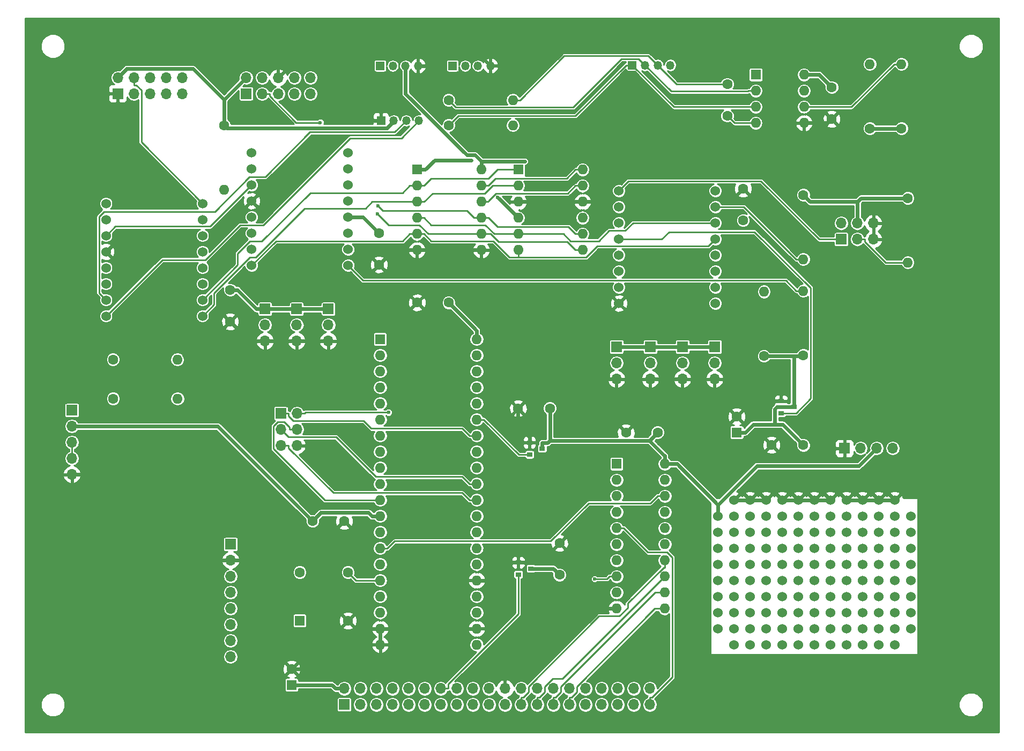
<source format=gtl>
G04 #@! TF.FileFunction,Copper,L1,Top,Signal*
%FSLAX46Y46*%
G04 Gerber Fmt 4.6, Leading zero omitted, Abs format (unit mm)*
G04 Created by KiCad (PCBNEW 4.0.7) date 01/11/19 10:06:21*
%MOMM*%
%LPD*%
G01*
G04 APERTURE LIST*
%ADD10C,0.100000*%
%ADD11C,1.524000*%
%ADD12C,1.600000*%
%ADD13R,1.600000X1.600000*%
%ADD14R,1.700000X1.700000*%
%ADD15O,1.700000X1.700000*%
%ADD16O,1.600000X1.600000*%
%ADD17R,0.900000X0.800000*%
%ADD18R,1.350000X1.350000*%
%ADD19O,1.350000X1.350000*%
%ADD20C,0.600000*%
%ADD21C,0.600000*%
%ADD22C,0.250000*%
%ADD23C,0.254000*%
G04 APERTURE END LIST*
D10*
D11*
X94500000Y-68500000D03*
X170000000Y-41000000D03*
X186000000Y-85000000D03*
X131500000Y-80500000D03*
X148000000Y-109500000D03*
X152500000Y-69000000D03*
X71500000Y-74000000D03*
X114500000Y-109500000D03*
X60000000Y-134000000D03*
X195000000Y-134000000D03*
X195000000Y-40000000D03*
D12*
X128476000Y-92200000D03*
X133476000Y-92200000D03*
X168500000Y-98000000D03*
X173500000Y-98000000D03*
X117500000Y-75500000D03*
X112500000Y-75500000D03*
X96000000Y-110000000D03*
X101000000Y-110000000D03*
X83000000Y-73500000D03*
X83000000Y-78500000D03*
X164000000Y-57500000D03*
X164000000Y-62500000D03*
X161500000Y-41000000D03*
X161500000Y-46000000D03*
X178000000Y-46500000D03*
X178000000Y-41500000D03*
X106500000Y-69500000D03*
X106500000Y-64500000D03*
D13*
X163000000Y-96000000D03*
D12*
X163000000Y-93500000D03*
D13*
X92710000Y-135890000D03*
D12*
X92710000Y-133390000D03*
D14*
X91000000Y-93000000D03*
D15*
X93540000Y-93000000D03*
X91000000Y-95540000D03*
X93540000Y-95540000D03*
X91000000Y-98080000D03*
X93540000Y-98080000D03*
D14*
X179500000Y-65500000D03*
D15*
X179500000Y-62960000D03*
X182040000Y-65500000D03*
X182040000Y-62960000D03*
X184580000Y-65500000D03*
X184580000Y-62960000D03*
D14*
X144000000Y-82500000D03*
D15*
X144000000Y-85040000D03*
X144000000Y-87580000D03*
D14*
X88500000Y-76500000D03*
D15*
X88500000Y-79040000D03*
X88500000Y-81580000D03*
D14*
X149340000Y-82500000D03*
D15*
X149340000Y-85040000D03*
X149340000Y-87580000D03*
D14*
X93500000Y-76500000D03*
D15*
X93500000Y-79040000D03*
X93500000Y-81580000D03*
D14*
X154420000Y-82500000D03*
D15*
X154420000Y-85040000D03*
X154420000Y-87580000D03*
D14*
X98500000Y-76500000D03*
D15*
X98500000Y-79040000D03*
X98500000Y-81580000D03*
D14*
X159500000Y-82500000D03*
D15*
X159500000Y-85040000D03*
X159500000Y-87580000D03*
D12*
X64500000Y-84500000D03*
D16*
X74660000Y-84500000D03*
D12*
X64516000Y-90678000D03*
D16*
X74676000Y-90678000D03*
D12*
X82000000Y-47500000D03*
D16*
X82000000Y-57660000D03*
D12*
X167295000Y-83931000D03*
D16*
X167295000Y-73771000D03*
D12*
X190000000Y-59000000D03*
D16*
X190000000Y-69160000D03*
D12*
X173500000Y-58500000D03*
D16*
X173500000Y-68660000D03*
D12*
X173518000Y-83804000D03*
D16*
X173518000Y-73644000D03*
D17*
X130270000Y-97600000D03*
X130270000Y-99500000D03*
X132270000Y-98550000D03*
X170000000Y-91050000D03*
X170000000Y-92950000D03*
X172000000Y-92000000D03*
D13*
X93980000Y-125730000D03*
D12*
X93980000Y-118110000D03*
X101600000Y-118110000D03*
X101600000Y-125730000D03*
D13*
X106680000Y-81280000D03*
D16*
X121920000Y-129540000D03*
X106680000Y-83820000D03*
X121920000Y-127000000D03*
X106680000Y-86360000D03*
X121920000Y-124460000D03*
X106680000Y-88900000D03*
X121920000Y-121920000D03*
X106680000Y-91440000D03*
X121920000Y-119380000D03*
X106680000Y-93980000D03*
X121920000Y-116840000D03*
X106680000Y-96520000D03*
X121920000Y-114300000D03*
X106680000Y-99060000D03*
X121920000Y-111760000D03*
X106680000Y-101600000D03*
X121920000Y-109220000D03*
X106680000Y-104140000D03*
X121920000Y-106680000D03*
X106680000Y-106680000D03*
X121920000Y-104140000D03*
X106680000Y-109220000D03*
X121920000Y-101600000D03*
X106680000Y-111760000D03*
X121920000Y-99060000D03*
X106680000Y-114300000D03*
X121920000Y-96520000D03*
X106680000Y-116840000D03*
X121920000Y-93980000D03*
X106680000Y-119380000D03*
X121920000Y-91440000D03*
X106680000Y-121920000D03*
X121920000Y-88900000D03*
X106680000Y-124460000D03*
X121920000Y-86360000D03*
X106680000Y-127000000D03*
X121920000Y-83820000D03*
X106680000Y-129540000D03*
X121920000Y-81280000D03*
D13*
X112500000Y-54500000D03*
D16*
X122660000Y-67200000D03*
X112500000Y-57040000D03*
X122660000Y-64660000D03*
X112500000Y-59580000D03*
X122660000Y-62120000D03*
X112500000Y-62120000D03*
X122660000Y-59580000D03*
X112500000Y-64660000D03*
X122660000Y-57040000D03*
X112500000Y-67200000D03*
X122660000Y-54500000D03*
D13*
X144018000Y-100965000D03*
D16*
X151638000Y-123825000D03*
X144018000Y-103505000D03*
X151638000Y-121285000D03*
X144018000Y-106045000D03*
X151638000Y-118745000D03*
X144018000Y-108585000D03*
X151638000Y-116205000D03*
X144018000Y-111125000D03*
X151638000Y-113665000D03*
X144018000Y-113665000D03*
X151638000Y-111125000D03*
X144018000Y-116205000D03*
X151638000Y-108585000D03*
X144018000Y-118745000D03*
X151638000Y-106045000D03*
X144018000Y-121285000D03*
X151638000Y-103505000D03*
X144018000Y-123825000D03*
X151638000Y-100965000D03*
D17*
X128500000Y-116550000D03*
X128500000Y-118450000D03*
X130500000Y-117500000D03*
D12*
X135000000Y-118500000D03*
X135000000Y-113500000D03*
D11*
X63380000Y-59840000D03*
X63380000Y-62380000D03*
X63380000Y-64920000D03*
X63380000Y-67460000D03*
X63380000Y-70000000D03*
X63380000Y-72540000D03*
X63380000Y-75080000D03*
X63380000Y-77620000D03*
X78620000Y-77620000D03*
X78620000Y-75080000D03*
X78620000Y-72540000D03*
X78620000Y-70000000D03*
X78620000Y-67460000D03*
X78620000Y-64920000D03*
X78620000Y-62380000D03*
X78620000Y-59840000D03*
X144380000Y-57840000D03*
X144380000Y-60380000D03*
X144380000Y-62920000D03*
X144380000Y-65460000D03*
X144380000Y-68000000D03*
X144380000Y-70540000D03*
X144380000Y-73080000D03*
X144380000Y-75620000D03*
X159620000Y-75620000D03*
X159620000Y-73080000D03*
X159620000Y-70540000D03*
X159620000Y-68000000D03*
X159620000Y-65460000D03*
X159620000Y-62920000D03*
X159620000Y-60380000D03*
X159620000Y-57840000D03*
X86380000Y-51840000D03*
X86380000Y-54380000D03*
X86380000Y-56920000D03*
X86380000Y-59460000D03*
X86380000Y-62000000D03*
X86380000Y-64540000D03*
X86380000Y-67080000D03*
X86380000Y-69620000D03*
X101620000Y-69620000D03*
X101620000Y-67080000D03*
X101620000Y-64540000D03*
X101620000Y-62000000D03*
X101620000Y-59460000D03*
X101620000Y-56920000D03*
X101620000Y-54380000D03*
X101620000Y-51840000D03*
D12*
X145500000Y-96000000D03*
X150500000Y-96000000D03*
D14*
X58000000Y-92500000D03*
D15*
X58000000Y-95040000D03*
X58000000Y-97580000D03*
X58000000Y-100120000D03*
X58000000Y-102660000D03*
D12*
X184000000Y-48000000D03*
D16*
X184000000Y-37840000D03*
D12*
X189000000Y-48000000D03*
D16*
X189000000Y-37840000D03*
D12*
X117500000Y-43500000D03*
D16*
X127660000Y-43500000D03*
D12*
X117500000Y-47500000D03*
D16*
X127660000Y-47500000D03*
D14*
X180000000Y-98500000D03*
D15*
X182540000Y-98500000D03*
X185080000Y-98500000D03*
X187620000Y-98500000D03*
D11*
X187960000Y-129540000D03*
X185420000Y-129540000D03*
X182880000Y-129540000D03*
X180340000Y-129540000D03*
X177800000Y-129540000D03*
X175260000Y-129540000D03*
X172720000Y-129540000D03*
X170180000Y-129540000D03*
X167640000Y-129540000D03*
X165100000Y-129540000D03*
X162560000Y-129540000D03*
X190500000Y-127000000D03*
X187960000Y-127000000D03*
X185420000Y-127000000D03*
X182880000Y-127000000D03*
X180340000Y-127000000D03*
X177800000Y-127000000D03*
X175260000Y-127000000D03*
X172720000Y-127000000D03*
X170180000Y-127000000D03*
X167640000Y-127000000D03*
X165100000Y-127000000D03*
X162560000Y-127000000D03*
X160020000Y-127000000D03*
X190500000Y-124460000D03*
X187960000Y-124460000D03*
X185420000Y-124460000D03*
X182880000Y-124460000D03*
X180340000Y-124460000D03*
X177800000Y-124460000D03*
X175260000Y-124460000D03*
X172720000Y-124460000D03*
X170180000Y-124460000D03*
X167640000Y-124460000D03*
X165100000Y-124460000D03*
X162560000Y-124460000D03*
X160020000Y-124460000D03*
X190500000Y-121920000D03*
X187960000Y-121920000D03*
X185420000Y-121920000D03*
X182880000Y-121920000D03*
X180340000Y-121920000D03*
X177800000Y-121920000D03*
X175260000Y-121920000D03*
X172720000Y-121920000D03*
X170180000Y-121920000D03*
X167640000Y-121920000D03*
X165100000Y-121920000D03*
X162560000Y-121920000D03*
X160020000Y-121920000D03*
X190500000Y-119380000D03*
X187960000Y-119380000D03*
X185420000Y-119380000D03*
X182880000Y-119380000D03*
X180340000Y-119380000D03*
X177800000Y-119380000D03*
X175260000Y-119380000D03*
X172720000Y-119380000D03*
X170180000Y-119380000D03*
X167640000Y-119380000D03*
X165100000Y-119380000D03*
X162560000Y-119380000D03*
X160020000Y-119380000D03*
X190500000Y-116840000D03*
X187960000Y-116840000D03*
X185420000Y-116840000D03*
X182880000Y-116840000D03*
X180340000Y-116840000D03*
X177800000Y-116840000D03*
X175260000Y-116840000D03*
X172720000Y-116840000D03*
X170180000Y-116840000D03*
X167640000Y-116840000D03*
X165100000Y-116840000D03*
X162560000Y-116840000D03*
X160020000Y-116840000D03*
X190500000Y-114300000D03*
X187960000Y-114300000D03*
X185420000Y-114300000D03*
X182880000Y-114300000D03*
X180340000Y-114300000D03*
X177800000Y-114300000D03*
X175260000Y-114300000D03*
X172720000Y-114300000D03*
X170180000Y-114300000D03*
X167640000Y-114300000D03*
X165100000Y-114300000D03*
X162560000Y-114300000D03*
X160020000Y-114300000D03*
X190500000Y-111760000D03*
X187960000Y-111760000D03*
X185420000Y-111760000D03*
X182880000Y-111760000D03*
X180340000Y-111760000D03*
X177800000Y-111760000D03*
X175260000Y-111760000D03*
X172720000Y-111760000D03*
X170180000Y-111760000D03*
X167640000Y-111760000D03*
X165100000Y-111760000D03*
X162560000Y-111760000D03*
X160020000Y-111760000D03*
X190500000Y-109220000D03*
X187960000Y-109220000D03*
X185420000Y-109220000D03*
X182880000Y-109220000D03*
X180340000Y-109220000D03*
X177800000Y-109220000D03*
X175260000Y-109220000D03*
X172720000Y-109220000D03*
X170180000Y-109220000D03*
X167640000Y-109220000D03*
X165100000Y-109220000D03*
X162560000Y-109220000D03*
X160020000Y-109220000D03*
X187960000Y-106680000D03*
X185420000Y-106680000D03*
X182880000Y-106680000D03*
X180340000Y-106680000D03*
X177800000Y-106680000D03*
X175260000Y-106680000D03*
X172720000Y-106680000D03*
X170180000Y-106680000D03*
X167640000Y-106680000D03*
X165100000Y-106680000D03*
X162560000Y-106680000D03*
D14*
X65250000Y-42500000D03*
D15*
X65250000Y-39960000D03*
X67790000Y-42500000D03*
X67790000Y-39960000D03*
X70330000Y-42500000D03*
X70330000Y-39960000D03*
X72870000Y-42500000D03*
X72870000Y-39960000D03*
X75410000Y-42500000D03*
X75410000Y-39960000D03*
D14*
X85500000Y-42500000D03*
D15*
X85500000Y-39960000D03*
X88040000Y-42500000D03*
X88040000Y-39960000D03*
X90580000Y-42500000D03*
X90580000Y-39960000D03*
X93120000Y-42500000D03*
X93120000Y-39960000D03*
X95660000Y-42500000D03*
X95660000Y-39960000D03*
D14*
X101000000Y-139000000D03*
D15*
X101000000Y-136460000D03*
X103540000Y-139000000D03*
X103540000Y-136460000D03*
X106080000Y-139000000D03*
X106080000Y-136460000D03*
X108620000Y-139000000D03*
X108620000Y-136460000D03*
X111160000Y-139000000D03*
X111160000Y-136460000D03*
X113700000Y-139000000D03*
X113700000Y-136460000D03*
X116240000Y-139000000D03*
X116240000Y-136460000D03*
X118780000Y-139000000D03*
X118780000Y-136460000D03*
X121320000Y-139000000D03*
X121320000Y-136460000D03*
X123860000Y-139000000D03*
X123860000Y-136460000D03*
X126400000Y-139000000D03*
X126400000Y-136460000D03*
X128940000Y-139000000D03*
X128940000Y-136460000D03*
X131480000Y-139000000D03*
X131480000Y-136460000D03*
X134020000Y-139000000D03*
X134020000Y-136460000D03*
X136560000Y-139000000D03*
X136560000Y-136460000D03*
X139100000Y-139000000D03*
X139100000Y-136460000D03*
X141640000Y-139000000D03*
X141640000Y-136460000D03*
X144180000Y-139000000D03*
X144180000Y-136460000D03*
X146720000Y-139000000D03*
X146720000Y-136460000D03*
X149260000Y-139000000D03*
X149260000Y-136460000D03*
D18*
X106680000Y-38100000D03*
D19*
X108680000Y-38100000D03*
X110680000Y-38100000D03*
X112680000Y-38100000D03*
D18*
X118110000Y-38100000D03*
D19*
X120110000Y-38100000D03*
X122110000Y-38100000D03*
X124110000Y-38100000D03*
D18*
X146500000Y-38000000D03*
D19*
X148500000Y-38000000D03*
X150500000Y-38000000D03*
X152500000Y-38000000D03*
D18*
X106807000Y-46736000D03*
D19*
X108807000Y-46736000D03*
X110807000Y-46736000D03*
X112807000Y-46736000D03*
D13*
X128500000Y-54500000D03*
D16*
X138660000Y-67200000D03*
X128500000Y-57040000D03*
X138660000Y-64660000D03*
X128500000Y-59580000D03*
X138660000Y-62120000D03*
X128500000Y-62120000D03*
X138660000Y-59580000D03*
X128500000Y-64660000D03*
X138660000Y-57040000D03*
X128500000Y-67200000D03*
X138660000Y-54500000D03*
D14*
X83058000Y-113665000D03*
D15*
X83058000Y-116205000D03*
X83058000Y-118745000D03*
X83058000Y-121285000D03*
X83058000Y-123825000D03*
X83058000Y-126365000D03*
X83058000Y-128905000D03*
X83058000Y-131445000D03*
D13*
X166000000Y-39500000D03*
D16*
X173620000Y-47120000D03*
X166000000Y-42040000D03*
X173620000Y-44580000D03*
X166000000Y-44580000D03*
X173620000Y-42040000D03*
X166000000Y-47120000D03*
X173620000Y-39500000D03*
D11*
X60000000Y-40000000D03*
D20*
X129540600Y-53199600D03*
X121049500Y-53013900D03*
X125253900Y-58862800D03*
X107995200Y-92837000D03*
X97232300Y-47063500D03*
X140546700Y-119140700D03*
X106287500Y-61479700D03*
X106326300Y-60212500D03*
D21*
X177380000Y-47120000D02*
X178000000Y-46500000D01*
X173620000Y-47120000D02*
X177380000Y-47120000D01*
X162560000Y-106680000D02*
X165100000Y-106680000D01*
X165100000Y-106680000D02*
X167640000Y-106680000D01*
X172720000Y-106680000D02*
X175260000Y-106680000D01*
X175260000Y-106680000D02*
X177800000Y-106680000D01*
X180340000Y-106680000D02*
X182880000Y-106680000D01*
X182880000Y-106680000D02*
X185420000Y-106680000D01*
X185420000Y-106680000D02*
X187960000Y-106680000D01*
X68162700Y-102660000D02*
X81707700Y-116205000D01*
X58000000Y-102660000D02*
X68162700Y-102660000D01*
X83058000Y-116205000D02*
X81707700Y-116205000D01*
X165450000Y-91050000D02*
X163000000Y-93500000D01*
X170000000Y-91050000D02*
X165450000Y-91050000D01*
X128476000Y-94905700D02*
X128476000Y-92200000D01*
X130270000Y-96699700D02*
X128476000Y-94905700D01*
X130270000Y-97600000D02*
X130270000Y-96699700D01*
X98500000Y-81580000D02*
X93500000Y-81580000D01*
X154420000Y-87580000D02*
X149340000Y-87580000D01*
X93500000Y-81580000D02*
X88500000Y-81580000D01*
X86080000Y-81580000D02*
X83000000Y-78500000D01*
X88500000Y-81580000D02*
X86080000Y-81580000D01*
X138660000Y-59580000D02*
X128500000Y-59580000D01*
X172720000Y-106680000D02*
X170180000Y-106680000D01*
X83058000Y-116205000D02*
X97490000Y-116205000D01*
X97490000Y-113510000D02*
X97490000Y-116205000D01*
X101000000Y-110000000D02*
X97490000Y-113510000D01*
X97490000Y-121620000D02*
X101600000Y-125730000D01*
X97490000Y-116205000D02*
X97490000Y-121620000D01*
X93940000Y-133390000D02*
X92710000Y-133390000D01*
X101600000Y-125730000D02*
X93940000Y-133390000D01*
X106680000Y-129540000D02*
X106680000Y-128239700D01*
X102870000Y-127000000D02*
X106680000Y-127000000D01*
X101600000Y-125730000D02*
X102870000Y-127000000D01*
X106680000Y-127000000D02*
X106680000Y-128239700D01*
X122660000Y-67200000D02*
X112500000Y-67200000D01*
X108800000Y-67200000D02*
X106500000Y-69500000D01*
X112500000Y-67200000D02*
X108800000Y-67200000D01*
X91935700Y-38604300D02*
X90580000Y-39960000D01*
X97500000Y-38604300D02*
X91935700Y-38604300D01*
X105631700Y-46736000D02*
X97500000Y-38604300D01*
X106807000Y-46736000D02*
X105631700Y-46736000D01*
X121920000Y-127000000D02*
X106680000Y-127000000D01*
X126050300Y-116550000D02*
X123220300Y-119380000D01*
X128500000Y-116550000D02*
X126050300Y-116550000D01*
X121920000Y-119380000D02*
X123220300Y-119380000D01*
X144018000Y-123825000D02*
X142717700Y-123825000D01*
X133696400Y-114803600D02*
X142717700Y-123825000D01*
X135000000Y-113500000D02*
X133696400Y-114803600D01*
X131950000Y-116550000D02*
X128500000Y-116550000D01*
X133696400Y-114803600D02*
X131950000Y-116550000D01*
X134460000Y-86216000D02*
X128476000Y-92200000D01*
X142636000Y-86216000D02*
X134460000Y-86216000D01*
X142636000Y-77364000D02*
X142636000Y-86216000D01*
X144380000Y-75620000D02*
X142636000Y-77364000D01*
X142649700Y-86229700D02*
X142649700Y-87580000D01*
X142636000Y-86216000D02*
X142649700Y-86229700D01*
X144000000Y-87580000D02*
X142649700Y-87580000D01*
X64657600Y-66182400D02*
X63380000Y-67460000D01*
X79657600Y-66182400D02*
X64657600Y-66182400D01*
X86380000Y-59460000D02*
X79657600Y-66182400D01*
X140430300Y-59110000D02*
X139960300Y-59580000D01*
X162390000Y-59110000D02*
X140430300Y-59110000D01*
X164000000Y-57500000D02*
X162390000Y-59110000D01*
X138660000Y-59580000D02*
X139960300Y-59580000D01*
X115030600Y-36924700D02*
X113855300Y-38100000D01*
X122934700Y-36924700D02*
X115030600Y-36924700D01*
X124110000Y-38100000D02*
X122934700Y-36924700D01*
X112680000Y-38100000D02*
X113855300Y-38100000D01*
X134000000Y-117500000D02*
X135000000Y-118500000D01*
X130500000Y-117500000D02*
X134000000Y-117500000D01*
X99079700Y-135890000D02*
X99649700Y-136460000D01*
X92710000Y-135890000D02*
X99079700Y-135890000D01*
X101000000Y-136460000D02*
X99649700Y-136460000D01*
X160020000Y-109220000D02*
X160020000Y-107434700D01*
X182287400Y-101292600D02*
X185080000Y-98500000D01*
X166162100Y-101292600D02*
X182287400Y-101292600D01*
X160020000Y-107434700D02*
X166162100Y-101292600D01*
X132270000Y-98550000D02*
X132270000Y-97649700D01*
X133126700Y-97649700D02*
X133476000Y-97300400D01*
X132270000Y-97649700D02*
X133126700Y-97649700D01*
X133476000Y-97300400D02*
X133476000Y-92200000D01*
X153550300Y-100965000D02*
X160020000Y-107434700D01*
X151638000Y-100965000D02*
X153550300Y-100965000D01*
X151563900Y-99664700D02*
X149199600Y-97300400D01*
X151638000Y-99664700D02*
X151563900Y-99664700D01*
X133476000Y-97300400D02*
X149199600Y-97300400D01*
X149199600Y-97300400D02*
X150500000Y-96000000D01*
X151638000Y-100965000D02*
X151638000Y-99664700D01*
X106680000Y-109220000D02*
X105379700Y-109220000D01*
X97318600Y-108681400D02*
X96000000Y-110000000D01*
X104841100Y-108681400D02*
X97318600Y-108681400D01*
X105379700Y-109220000D02*
X104841100Y-108681400D01*
X81040000Y-95040000D02*
X58000000Y-95040000D01*
X96000000Y-110000000D02*
X81040000Y-95040000D01*
X121920000Y-79920000D02*
X121920000Y-81280000D01*
X117500000Y-75500000D02*
X121920000Y-79920000D01*
X122660000Y-54500000D02*
X122660000Y-53399800D01*
X122660000Y-53399800D02*
X122660000Y-53199600D01*
X110680000Y-42520000D02*
X110680000Y-38100000D01*
X120373600Y-52213600D02*
X110680000Y-42520000D01*
X121674000Y-52213600D02*
X120373600Y-52213600D01*
X122660000Y-53199600D02*
X121674000Y-52213600D01*
X122660000Y-53199600D02*
X129540600Y-53199600D01*
X189000000Y-48000000D02*
X184000000Y-48000000D01*
X159500000Y-82500000D02*
X154420000Y-82500000D01*
X98500000Y-76500000D02*
X93500000Y-76500000D01*
X93500000Y-76500000D02*
X88500000Y-76500000D01*
X176000000Y-39500000D02*
X178000000Y-41500000D01*
X173620000Y-39500000D02*
X176000000Y-39500000D01*
X182040000Y-62960000D02*
X182040000Y-61609700D01*
X182040000Y-59577400D02*
X182040000Y-61609700D01*
X182617400Y-59000000D02*
X182040000Y-59577400D01*
X190000000Y-59000000D02*
X182617400Y-59000000D01*
X174577400Y-59577400D02*
X173500000Y-58500000D01*
X182040000Y-59577400D02*
X174577400Y-59577400D01*
X77093900Y-38553900D02*
X82000000Y-43460000D01*
X66656100Y-38553900D02*
X77093900Y-38553900D01*
X65250000Y-39960000D02*
X66656100Y-38553900D01*
X85500000Y-39960000D02*
X82000000Y-43460000D01*
X84149700Y-73500000D02*
X87149700Y-76500000D01*
X83000000Y-73500000D02*
X84149700Y-73500000D01*
X88500000Y-76500000D02*
X87149700Y-76500000D01*
X104000000Y-62000000D02*
X101620000Y-62000000D01*
X106500000Y-64500000D02*
X104000000Y-62000000D01*
X163000000Y-96000000D02*
X164300300Y-96000000D01*
X172000000Y-92000000D02*
X172000000Y-91099700D01*
X172000000Y-83931000D02*
X172000000Y-91099700D01*
X167295000Y-83931000D02*
X172000000Y-83931000D01*
X173391000Y-83931000D02*
X173518000Y-83804000D01*
X172000000Y-83931000D02*
X173391000Y-83931000D01*
X169022100Y-92340600D02*
X169022100Y-94725000D01*
X169362700Y-92000000D02*
X169022100Y-92340600D01*
X172000000Y-92000000D02*
X169362700Y-92000000D01*
X165575300Y-94725000D02*
X169022100Y-94725000D01*
X164300300Y-96000000D02*
X165575300Y-94725000D01*
X170225000Y-94725000D02*
X173500000Y-98000000D01*
X169022100Y-94725000D02*
X170225000Y-94725000D01*
X82000000Y-43460000D02*
X82000000Y-47500000D01*
X82426500Y-47926500D02*
X82000000Y-47500000D01*
X107755900Y-47926500D02*
X82426500Y-47926500D01*
X108807000Y-46875400D02*
X107755900Y-47926500D01*
X108807000Y-46736000D02*
X108807000Y-46875400D01*
X112500000Y-54500000D02*
X113800300Y-54500000D01*
X115286400Y-53013900D02*
X121049500Y-53013900D01*
X113800300Y-54500000D02*
X115286400Y-53013900D01*
X125253900Y-58873900D02*
X125253900Y-58862800D01*
X128500000Y-62120000D02*
X125253900Y-58873900D01*
X154420000Y-82500000D02*
X149340000Y-82500000D01*
X149340000Y-82500000D02*
X144000000Y-82500000D01*
D22*
X121920000Y-96520000D02*
X120794700Y-96520000D01*
X91000000Y-93000000D02*
X92175300Y-93000000D01*
X119669400Y-95394700D02*
X120794700Y-96520000D01*
X105268200Y-95394700D02*
X119669400Y-95394700D01*
X104048800Y-94175300D02*
X105268200Y-95394700D01*
X92983200Y-94175300D02*
X104048800Y-94175300D01*
X92175300Y-93367400D02*
X92983200Y-94175300D01*
X92175300Y-93000000D02*
X92175300Y-93367400D01*
X124910600Y-55914700D02*
X123785300Y-57040000D01*
X136120000Y-55914700D02*
X124910600Y-55914700D01*
X137534700Y-54500000D02*
X136120000Y-55914700D01*
X138660000Y-54500000D02*
X137534700Y-54500000D01*
X122660000Y-57040000D02*
X123785300Y-57040000D01*
X93540000Y-93000000D02*
X94715300Y-93000000D01*
X94878300Y-92837000D02*
X107995200Y-92837000D01*
X94715300Y-93000000D02*
X94878300Y-92837000D01*
X92185700Y-96725700D02*
X91000000Y-95540000D01*
X99707500Y-96725700D02*
X92185700Y-96725700D01*
X105996500Y-103014700D02*
X99707500Y-96725700D01*
X119669400Y-103014700D02*
X105996500Y-103014700D01*
X120794700Y-104140000D02*
X119669400Y-103014700D01*
X121920000Y-104140000D02*
X120794700Y-104140000D01*
X138660000Y-57040000D02*
X137534700Y-57040000D01*
X122660000Y-59580000D02*
X123785300Y-59580000D01*
X92364700Y-95172600D02*
X92364700Y-95540000D01*
X91556800Y-94364700D02*
X92364700Y-95172600D01*
X90495900Y-94364700D02*
X91556800Y-94364700D01*
X89822800Y-95037800D02*
X90495900Y-94364700D01*
X89822800Y-98567000D02*
X89822800Y-95037800D01*
X97935800Y-106680000D02*
X89822800Y-98567000D01*
X106680000Y-106680000D02*
X97935800Y-106680000D01*
X93540000Y-95540000D02*
X92364700Y-95540000D01*
X123785300Y-59447000D02*
X123785300Y-59580000D01*
X124994800Y-58237500D02*
X123785300Y-59447000D01*
X136337200Y-58237500D02*
X124994800Y-58237500D01*
X137534700Y-57040000D02*
X136337200Y-58237500D01*
X92175300Y-98447300D02*
X92175300Y-98080000D01*
X99282700Y-105554700D02*
X92175300Y-98447300D01*
X119669400Y-105554700D02*
X99282700Y-105554700D01*
X120794700Y-106680000D02*
X119669400Y-105554700D01*
X121920000Y-106680000D02*
X120794700Y-106680000D01*
X91000000Y-98080000D02*
X92175300Y-98080000D01*
X68965300Y-50185300D02*
X78620000Y-59840000D01*
X68965300Y-41943200D02*
X68965300Y-50185300D01*
X68157400Y-41135300D02*
X68965300Y-41943200D01*
X67790000Y-41135300D02*
X68157400Y-41135300D01*
X67790000Y-39960000D02*
X67790000Y-41135300D01*
X175990000Y-65500000D02*
X179500000Y-65500000D01*
X166828400Y-56338400D02*
X175990000Y-65500000D01*
X145881600Y-56338400D02*
X166828400Y-56338400D01*
X144380000Y-57840000D02*
X145881600Y-56338400D01*
X164094700Y-60380000D02*
X172374700Y-68660000D01*
X159620000Y-60380000D02*
X164094700Y-60380000D01*
X173500000Y-68660000D02*
X172374700Y-68660000D01*
X183215300Y-65867300D02*
X183215300Y-65500000D01*
X186508000Y-69160000D02*
X183215300Y-65867300D01*
X190000000Y-69160000D02*
X186508000Y-69160000D01*
X182040000Y-65500000D02*
X183215300Y-65500000D01*
X88040000Y-42500000D02*
X89215300Y-42500000D01*
X89215300Y-42867300D02*
X89215300Y-42500000D01*
X93331900Y-46983900D02*
X89215300Y-42867300D01*
X93332000Y-46983900D02*
X93331900Y-46983900D01*
X93411600Y-47063500D02*
X93332000Y-46983900D01*
X97232300Y-47063500D02*
X93411600Y-47063500D01*
X170732800Y-71984100D02*
X172392700Y-73644000D01*
X103984100Y-71984100D02*
X170732800Y-71984100D01*
X101620000Y-69620000D02*
X103984100Y-71984100D01*
X173518000Y-73644000D02*
X172392700Y-73644000D01*
X128500000Y-124651300D02*
X128500000Y-118450000D01*
X117415300Y-135736000D02*
X128500000Y-124651300D01*
X117415300Y-136460000D02*
X117415300Y-135736000D01*
X116240000Y-136460000D02*
X117415300Y-136460000D01*
X129307400Y-137824700D02*
X128940000Y-137824700D01*
X130115300Y-137016800D02*
X129307400Y-137824700D01*
X130115300Y-136160100D02*
X130115300Y-137016800D01*
X141261800Y-125013600D02*
X130115300Y-136160100D01*
X144433600Y-125013600D02*
X141261800Y-125013600D01*
X145761300Y-123685900D02*
X144433600Y-125013600D01*
X145761300Y-122996000D02*
X145761300Y-123685900D01*
X151427000Y-117330300D02*
X145761300Y-122996000D01*
X151638000Y-117330300D02*
X151427000Y-117330300D01*
X151638000Y-116205000D02*
X151638000Y-117330300D01*
X128940000Y-139000000D02*
X128940000Y-137824700D01*
X135494300Y-134888700D02*
X151638000Y-118745000D01*
X133925700Y-134888700D02*
X135494300Y-134888700D01*
X132655300Y-136159100D02*
X133925700Y-134888700D01*
X132655300Y-137016800D02*
X132655300Y-136159100D01*
X131847400Y-137824700D02*
X132655300Y-137016800D01*
X131480000Y-137824700D02*
X131847400Y-137824700D01*
X131480000Y-139000000D02*
X131480000Y-137824700D01*
X150071900Y-121285000D02*
X151638000Y-121285000D01*
X135195300Y-136161600D02*
X150071900Y-121285000D01*
X135195300Y-137016800D02*
X135195300Y-136161600D01*
X134387400Y-137824700D02*
X135195300Y-137016800D01*
X134020000Y-137824700D02*
X134387400Y-137824700D01*
X134020000Y-139000000D02*
X134020000Y-137824700D01*
X150068200Y-123825000D02*
X151638000Y-123825000D01*
X137735300Y-136157900D02*
X150068200Y-123825000D01*
X137735300Y-137016800D02*
X137735300Y-136157900D01*
X136927400Y-137824700D02*
X137735300Y-137016800D01*
X136560000Y-137824700D02*
X136927400Y-137824700D01*
X136560000Y-139000000D02*
X136560000Y-137824700D01*
X142497000Y-119140700D02*
X142892700Y-118745000D01*
X140546700Y-119140700D02*
X142497000Y-119140700D01*
X144018000Y-118745000D02*
X142892700Y-118745000D01*
X148953300Y-114935000D02*
X145143300Y-111125000D01*
X152004400Y-114935000D02*
X148953300Y-114935000D01*
X152807000Y-115737600D02*
X152004400Y-114935000D01*
X152807000Y-134645000D02*
X152807000Y-115737600D01*
X149627300Y-137824700D02*
X152807000Y-134645000D01*
X149260000Y-137824700D02*
X149627300Y-137824700D01*
X149260000Y-139000000D02*
X149260000Y-137824700D01*
X144018000Y-111125000D02*
X145143300Y-111125000D01*
X181134700Y-44580000D02*
X187874700Y-37840000D01*
X173620000Y-44580000D02*
X181134700Y-44580000D01*
X189000000Y-37840000D02*
X187874700Y-37840000D01*
X62279600Y-73979600D02*
X63380000Y-75080000D01*
X62279600Y-61884900D02*
X62279600Y-73979600D01*
X63054500Y-61110000D02*
X62279600Y-61884900D01*
X80578900Y-61110000D02*
X63054500Y-61110000D01*
X86038900Y-55650000D02*
X80578900Y-61110000D01*
X88525200Y-55650000D02*
X86038900Y-55650000D01*
X95623200Y-48552000D02*
X88525200Y-55650000D01*
X108991000Y-48552000D02*
X95623200Y-48552000D01*
X110807000Y-46736000D02*
X108991000Y-48552000D01*
X110025200Y-49517800D02*
X112807000Y-46736000D01*
X101957000Y-49517800D02*
X110025200Y-49517800D01*
X88204800Y-63270000D02*
X101957000Y-49517800D01*
X84558000Y-63270000D02*
X88204800Y-63270000D01*
X79098000Y-68730000D02*
X84558000Y-63270000D01*
X72270000Y-68730000D02*
X79098000Y-68730000D01*
X63380000Y-77620000D02*
X72270000Y-68730000D01*
X146601700Y-62920000D02*
X159620000Y-62920000D01*
X145398100Y-64123600D02*
X146601700Y-62920000D01*
X142854200Y-64123600D02*
X145398100Y-64123600D01*
X141192200Y-65785600D02*
X142854200Y-64123600D01*
X136757200Y-65785600D02*
X141192200Y-65785600D01*
X135631600Y-64660000D02*
X136757200Y-65785600D01*
X128500000Y-64660000D02*
X135631600Y-64660000D01*
X124726400Y-64660000D02*
X128500000Y-64660000D01*
X123311700Y-63245300D02*
X124726400Y-64660000D01*
X114750600Y-63245300D02*
X123311700Y-63245300D01*
X113625300Y-62120000D02*
X114750600Y-63245300D01*
X112500000Y-62120000D02*
X113625300Y-62120000D01*
X112500000Y-64660000D02*
X113625300Y-64660000D01*
X110249400Y-65785300D02*
X111374700Y-64660000D01*
X90214700Y-65785300D02*
X110249400Y-65785300D01*
X86380000Y-69620000D02*
X90214700Y-65785300D01*
X112500000Y-64660000D02*
X111374700Y-64660000D01*
X128500000Y-67200000D02*
X128500000Y-68325300D01*
X127117900Y-68325300D02*
X128500000Y-68325300D01*
X124577900Y-65785300D02*
X127117900Y-68325300D01*
X114750600Y-65785300D02*
X124577900Y-65785300D01*
X113625300Y-64660000D02*
X114750600Y-65785300D01*
X139202300Y-68325300D02*
X128500000Y-68325300D01*
X140962300Y-66565300D02*
X139202300Y-68325300D01*
X158514700Y-66565300D02*
X140962300Y-66565300D01*
X159620000Y-65460000D02*
X158514700Y-66565300D01*
X128565300Y-99500000D02*
X130270000Y-99500000D01*
X123045300Y-93980000D02*
X128565300Y-99500000D01*
X121920000Y-93980000D02*
X123045300Y-93980000D01*
X64832600Y-63467400D02*
X63380000Y-64920000D01*
X79832600Y-63467400D02*
X64832600Y-63467400D01*
X86380000Y-56920000D02*
X79832600Y-63467400D01*
X172368000Y-92950000D02*
X170000000Y-92950000D01*
X174662300Y-90655700D02*
X172368000Y-92950000D01*
X174662300Y-73196700D02*
X174662300Y-90655700D01*
X165814300Y-64348700D02*
X174662300Y-73196700D01*
X152276400Y-64348700D02*
X165814300Y-64348700D01*
X151165100Y-65460000D02*
X152276400Y-64348700D01*
X144380000Y-65460000D02*
X151165100Y-65460000D01*
X102870000Y-119380000D02*
X101600000Y-118110000D01*
X106680000Y-119380000D02*
X102870000Y-119380000D01*
X108930600Y-113174700D02*
X107805300Y-114300000D01*
X133585300Y-113174700D02*
X108930600Y-113174700D01*
X139589700Y-107170300D02*
X133585300Y-113174700D01*
X149387400Y-107170300D02*
X139589700Y-107170300D01*
X150512700Y-106045000D02*
X149387400Y-107170300D01*
X151638000Y-106045000D02*
X150512700Y-106045000D01*
X106680000Y-114300000D02*
X107805300Y-114300000D01*
X114750600Y-55914700D02*
X113625300Y-57040000D01*
X123780600Y-55914700D02*
X114750600Y-55914700D01*
X125195300Y-54500000D02*
X123780600Y-55914700D01*
X128500000Y-54500000D02*
X125195300Y-54500000D01*
X112500000Y-57040000D02*
X113625300Y-57040000D01*
X110249400Y-58165300D02*
X111374700Y-57040000D01*
X95636000Y-58165300D02*
X110249400Y-58165300D01*
X87991300Y-65810000D02*
X95636000Y-58165300D01*
X86093300Y-65810000D02*
X87991300Y-65810000D01*
X84158300Y-67745000D02*
X86093300Y-65810000D01*
X84158300Y-69541700D02*
X84158300Y-67745000D01*
X78620000Y-75080000D02*
X84158300Y-69541700D01*
X112500000Y-57040000D02*
X111374700Y-57040000D01*
X112500000Y-59580000D02*
X113625300Y-59580000D01*
X114951100Y-58254200D02*
X113625300Y-59580000D01*
X123208000Y-58254200D02*
X114951100Y-58254200D01*
X124422200Y-57040000D02*
X123208000Y-58254200D01*
X128500000Y-57040000D02*
X124422200Y-57040000D01*
X112500000Y-59580000D02*
X111374700Y-59580000D01*
X80443500Y-75796500D02*
X78620000Y-77620000D01*
X80443500Y-74018700D02*
X80443500Y-75796500D01*
X86112200Y-68350000D02*
X80443500Y-74018700D01*
X87013100Y-68350000D02*
X86112200Y-68350000D01*
X94723300Y-60639800D02*
X87013100Y-68350000D01*
X104368600Y-60639800D02*
X94723300Y-60639800D01*
X105428400Y-59580000D02*
X104368600Y-60639800D01*
X111374700Y-59580000D02*
X105428400Y-59580000D01*
X58000000Y-100120000D02*
X58000000Y-97580000D01*
X149040100Y-36540100D02*
X150500000Y-38000000D01*
X135745200Y-36540100D02*
X149040100Y-36540100D01*
X128785300Y-43500000D02*
X135745200Y-36540100D01*
X127660000Y-43500000D02*
X128785300Y-43500000D01*
X153500000Y-41000000D02*
X150500000Y-38000000D01*
X161500000Y-41000000D02*
X153500000Y-41000000D01*
X162620000Y-47120000D02*
X161500000Y-46000000D01*
X166000000Y-47120000D02*
X162620000Y-47120000D01*
X124089500Y-64660000D02*
X123785300Y-64660000D01*
X125359500Y-65930000D02*
X124089500Y-64660000D01*
X136264700Y-65930000D02*
X125359500Y-65930000D01*
X137534700Y-67200000D02*
X136264700Y-65930000D01*
X138660000Y-67200000D02*
X137534700Y-67200000D01*
X122660000Y-64660000D02*
X123785300Y-64660000D01*
X114262200Y-64660000D02*
X122660000Y-64660000D01*
X112847600Y-63245400D02*
X114262200Y-64660000D01*
X108053200Y-63245400D02*
X112847600Y-63245400D01*
X106287500Y-61479700D02*
X108053200Y-63245400D01*
X136409400Y-63534700D02*
X137534700Y-64660000D01*
X125200000Y-63534700D02*
X136409400Y-63534700D01*
X123785300Y-62120000D02*
X125200000Y-63534700D01*
X122660000Y-62120000D02*
X123785300Y-62120000D01*
X138660000Y-64660000D02*
X137534700Y-64660000D01*
X120409400Y-60994700D02*
X121534700Y-62120000D01*
X107108500Y-60994700D02*
X120409400Y-60994700D01*
X106326300Y-60212500D02*
X107108500Y-60994700D01*
X122660000Y-62120000D02*
X121534700Y-62120000D01*
X153080000Y-44580000D02*
X146500000Y-38000000D01*
X166000000Y-44580000D02*
X153080000Y-44580000D01*
X119007700Y-45992300D02*
X117500000Y-47500000D01*
X137507400Y-45992300D02*
X119007700Y-45992300D01*
X145499700Y-38000000D02*
X137507400Y-45992300D01*
X146500000Y-38000000D02*
X145499700Y-38000000D01*
X166000000Y-42040000D02*
X164874700Y-42040000D01*
X152643000Y-42143000D02*
X148500000Y-38000000D01*
X164771700Y-42143000D02*
X152643000Y-42143000D01*
X164874700Y-42040000D02*
X164771700Y-42143000D01*
X118632400Y-44632400D02*
X117500000Y-43500000D01*
X137161400Y-44632400D02*
X118632400Y-44632400D01*
X144794200Y-36999600D02*
X137161400Y-44632400D01*
X147499600Y-36999600D02*
X144794200Y-36999600D01*
X148500000Y-38000000D02*
X147499600Y-36999600D01*
D23*
G36*
X204373000Y-143373000D02*
X50627000Y-143373000D01*
X50627000Y-139381622D01*
X53072666Y-139381622D01*
X53365416Y-140090132D01*
X53907017Y-140632678D01*
X54615014Y-140926665D01*
X55381622Y-140927334D01*
X56090132Y-140634584D01*
X56632678Y-140092983D01*
X56926665Y-139384986D01*
X56927334Y-138618378D01*
X56733805Y-138150000D01*
X99816594Y-138150000D01*
X99816594Y-139850000D01*
X99839395Y-139971179D01*
X99911012Y-140082474D01*
X100020286Y-140157138D01*
X100150000Y-140183406D01*
X101850000Y-140183406D01*
X101971179Y-140160605D01*
X102082474Y-140088988D01*
X102157138Y-139979714D01*
X102183406Y-139850000D01*
X102183406Y-138976941D01*
X102363000Y-138976941D01*
X102363000Y-139023059D01*
X102452594Y-139473477D01*
X102707735Y-139855324D01*
X103089582Y-140110465D01*
X103540000Y-140200059D01*
X103990418Y-140110465D01*
X104372265Y-139855324D01*
X104627406Y-139473477D01*
X104717000Y-139023059D01*
X104717000Y-138976941D01*
X104903000Y-138976941D01*
X104903000Y-139023059D01*
X104992594Y-139473477D01*
X105247735Y-139855324D01*
X105629582Y-140110465D01*
X106080000Y-140200059D01*
X106530418Y-140110465D01*
X106912265Y-139855324D01*
X107167406Y-139473477D01*
X107257000Y-139023059D01*
X107257000Y-138976941D01*
X107443000Y-138976941D01*
X107443000Y-139023059D01*
X107532594Y-139473477D01*
X107787735Y-139855324D01*
X108169582Y-140110465D01*
X108620000Y-140200059D01*
X109070418Y-140110465D01*
X109452265Y-139855324D01*
X109707406Y-139473477D01*
X109797000Y-139023059D01*
X109797000Y-138976941D01*
X109983000Y-138976941D01*
X109983000Y-139023059D01*
X110072594Y-139473477D01*
X110327735Y-139855324D01*
X110709582Y-140110465D01*
X111160000Y-140200059D01*
X111610418Y-140110465D01*
X111992265Y-139855324D01*
X112247406Y-139473477D01*
X112337000Y-139023059D01*
X112337000Y-138976941D01*
X112523000Y-138976941D01*
X112523000Y-139023059D01*
X112612594Y-139473477D01*
X112867735Y-139855324D01*
X113249582Y-140110465D01*
X113700000Y-140200059D01*
X114150418Y-140110465D01*
X114532265Y-139855324D01*
X114787406Y-139473477D01*
X114877000Y-139023059D01*
X114877000Y-138976941D01*
X115063000Y-138976941D01*
X115063000Y-139023059D01*
X115152594Y-139473477D01*
X115407735Y-139855324D01*
X115789582Y-140110465D01*
X116240000Y-140200059D01*
X116690418Y-140110465D01*
X117072265Y-139855324D01*
X117327406Y-139473477D01*
X117417000Y-139023059D01*
X117417000Y-138976941D01*
X117603000Y-138976941D01*
X117603000Y-139023059D01*
X117692594Y-139473477D01*
X117947735Y-139855324D01*
X118329582Y-140110465D01*
X118780000Y-140200059D01*
X119230418Y-140110465D01*
X119612265Y-139855324D01*
X119867406Y-139473477D01*
X119957000Y-139023059D01*
X119957000Y-138976941D01*
X120143000Y-138976941D01*
X120143000Y-139023059D01*
X120232594Y-139473477D01*
X120487735Y-139855324D01*
X120869582Y-140110465D01*
X121320000Y-140200059D01*
X121770418Y-140110465D01*
X122152265Y-139855324D01*
X122407406Y-139473477D01*
X122497000Y-139023059D01*
X122497000Y-138976941D01*
X122683000Y-138976941D01*
X122683000Y-139023059D01*
X122772594Y-139473477D01*
X123027735Y-139855324D01*
X123409582Y-140110465D01*
X123860000Y-140200059D01*
X124310418Y-140110465D01*
X124692265Y-139855324D01*
X124947406Y-139473477D01*
X125037000Y-139023059D01*
X125037000Y-138976941D01*
X124947406Y-138526523D01*
X124692265Y-138144676D01*
X124310418Y-137889535D01*
X123860000Y-137799941D01*
X123409582Y-137889535D01*
X123027735Y-138144676D01*
X122772594Y-138526523D01*
X122683000Y-138976941D01*
X122497000Y-138976941D01*
X122407406Y-138526523D01*
X122152265Y-138144676D01*
X121770418Y-137889535D01*
X121320000Y-137799941D01*
X120869582Y-137889535D01*
X120487735Y-138144676D01*
X120232594Y-138526523D01*
X120143000Y-138976941D01*
X119957000Y-138976941D01*
X119867406Y-138526523D01*
X119612265Y-138144676D01*
X119230418Y-137889535D01*
X118780000Y-137799941D01*
X118329582Y-137889535D01*
X117947735Y-138144676D01*
X117692594Y-138526523D01*
X117603000Y-138976941D01*
X117417000Y-138976941D01*
X117327406Y-138526523D01*
X117072265Y-138144676D01*
X116690418Y-137889535D01*
X116240000Y-137799941D01*
X115789582Y-137889535D01*
X115407735Y-138144676D01*
X115152594Y-138526523D01*
X115063000Y-138976941D01*
X114877000Y-138976941D01*
X114787406Y-138526523D01*
X114532265Y-138144676D01*
X114150418Y-137889535D01*
X113700000Y-137799941D01*
X113249582Y-137889535D01*
X112867735Y-138144676D01*
X112612594Y-138526523D01*
X112523000Y-138976941D01*
X112337000Y-138976941D01*
X112247406Y-138526523D01*
X111992265Y-138144676D01*
X111610418Y-137889535D01*
X111160000Y-137799941D01*
X110709582Y-137889535D01*
X110327735Y-138144676D01*
X110072594Y-138526523D01*
X109983000Y-138976941D01*
X109797000Y-138976941D01*
X109707406Y-138526523D01*
X109452265Y-138144676D01*
X109070418Y-137889535D01*
X108620000Y-137799941D01*
X108169582Y-137889535D01*
X107787735Y-138144676D01*
X107532594Y-138526523D01*
X107443000Y-138976941D01*
X107257000Y-138976941D01*
X107167406Y-138526523D01*
X106912265Y-138144676D01*
X106530418Y-137889535D01*
X106080000Y-137799941D01*
X105629582Y-137889535D01*
X105247735Y-138144676D01*
X104992594Y-138526523D01*
X104903000Y-138976941D01*
X104717000Y-138976941D01*
X104627406Y-138526523D01*
X104372265Y-138144676D01*
X103990418Y-137889535D01*
X103540000Y-137799941D01*
X103089582Y-137889535D01*
X102707735Y-138144676D01*
X102452594Y-138526523D01*
X102363000Y-138976941D01*
X102183406Y-138976941D01*
X102183406Y-138150000D01*
X102160605Y-138028821D01*
X102088988Y-137917526D01*
X101979714Y-137842862D01*
X101850000Y-137816594D01*
X100150000Y-137816594D01*
X100028821Y-137839395D01*
X99917526Y-137911012D01*
X99842862Y-138020286D01*
X99816594Y-138150000D01*
X56733805Y-138150000D01*
X56634584Y-137909868D01*
X56092983Y-137367322D01*
X55384986Y-137073335D01*
X54618378Y-137072666D01*
X53909868Y-137365416D01*
X53367322Y-137907017D01*
X53073335Y-138615014D01*
X53072666Y-139381622D01*
X50627000Y-139381622D01*
X50627000Y-135090000D01*
X91576594Y-135090000D01*
X91576594Y-136690000D01*
X91599395Y-136811179D01*
X91671012Y-136922474D01*
X91780286Y-136997138D01*
X91910000Y-137023406D01*
X93510000Y-137023406D01*
X93631179Y-137000605D01*
X93742474Y-136928988D01*
X93817138Y-136819714D01*
X93843406Y-136690000D01*
X93843406Y-136517000D01*
X98819988Y-136517000D01*
X99206344Y-136903356D01*
X99409758Y-137039273D01*
X99649700Y-137087000D01*
X100015174Y-137087000D01*
X100167735Y-137315324D01*
X100549582Y-137570465D01*
X101000000Y-137660059D01*
X101450418Y-137570465D01*
X101832265Y-137315324D01*
X102087406Y-136933477D01*
X102177000Y-136483059D01*
X102177000Y-136436941D01*
X102363000Y-136436941D01*
X102363000Y-136483059D01*
X102452594Y-136933477D01*
X102707735Y-137315324D01*
X103089582Y-137570465D01*
X103540000Y-137660059D01*
X103990418Y-137570465D01*
X104372265Y-137315324D01*
X104627406Y-136933477D01*
X104717000Y-136483059D01*
X104717000Y-136436941D01*
X104903000Y-136436941D01*
X104903000Y-136483059D01*
X104992594Y-136933477D01*
X105247735Y-137315324D01*
X105629582Y-137570465D01*
X106080000Y-137660059D01*
X106530418Y-137570465D01*
X106912265Y-137315324D01*
X107167406Y-136933477D01*
X107257000Y-136483059D01*
X107257000Y-136436941D01*
X107443000Y-136436941D01*
X107443000Y-136483059D01*
X107532594Y-136933477D01*
X107787735Y-137315324D01*
X108169582Y-137570465D01*
X108620000Y-137660059D01*
X109070418Y-137570465D01*
X109452265Y-137315324D01*
X109707406Y-136933477D01*
X109797000Y-136483059D01*
X109797000Y-136436941D01*
X109983000Y-136436941D01*
X109983000Y-136483059D01*
X110072594Y-136933477D01*
X110327735Y-137315324D01*
X110709582Y-137570465D01*
X111160000Y-137660059D01*
X111610418Y-137570465D01*
X111992265Y-137315324D01*
X112247406Y-136933477D01*
X112337000Y-136483059D01*
X112337000Y-136436941D01*
X112523000Y-136436941D01*
X112523000Y-136483059D01*
X112612594Y-136933477D01*
X112867735Y-137315324D01*
X113249582Y-137570465D01*
X113700000Y-137660059D01*
X114150418Y-137570465D01*
X114532265Y-137315324D01*
X114787406Y-136933477D01*
X114877000Y-136483059D01*
X114877000Y-136436941D01*
X115063000Y-136436941D01*
X115063000Y-136483059D01*
X115152594Y-136933477D01*
X115407735Y-137315324D01*
X115789582Y-137570465D01*
X116240000Y-137660059D01*
X116690418Y-137570465D01*
X117072265Y-137315324D01*
X117327406Y-136933477D01*
X117331678Y-136912000D01*
X117415300Y-136912000D01*
X117588273Y-136877594D01*
X117670544Y-136822622D01*
X117692594Y-136933477D01*
X117947735Y-137315324D01*
X118329582Y-137570465D01*
X118780000Y-137660059D01*
X119230418Y-137570465D01*
X119612265Y-137315324D01*
X119867406Y-136933477D01*
X119957000Y-136483059D01*
X119957000Y-136436941D01*
X120143000Y-136436941D01*
X120143000Y-136483059D01*
X120232594Y-136933477D01*
X120487735Y-137315324D01*
X120869582Y-137570465D01*
X121320000Y-137660059D01*
X121770418Y-137570465D01*
X122152265Y-137315324D01*
X122407406Y-136933477D01*
X122497000Y-136483059D01*
X122497000Y-136436941D01*
X122683000Y-136436941D01*
X122683000Y-136483059D01*
X122772594Y-136933477D01*
X123027735Y-137315324D01*
X123409582Y-137570465D01*
X123860000Y-137660059D01*
X124310418Y-137570465D01*
X124692265Y-137315324D01*
X124947406Y-136933477D01*
X124967001Y-136834965D01*
X125204817Y-137341358D01*
X125633076Y-137731645D01*
X125993290Y-137880841D01*
X125949582Y-137889535D01*
X125567735Y-138144676D01*
X125312594Y-138526523D01*
X125223000Y-138976941D01*
X125223000Y-139023059D01*
X125312594Y-139473477D01*
X125567735Y-139855324D01*
X125949582Y-140110465D01*
X126400000Y-140200059D01*
X126850418Y-140110465D01*
X127232265Y-139855324D01*
X127487406Y-139473477D01*
X127577000Y-139023059D01*
X127577000Y-138976941D01*
X127487406Y-138526523D01*
X127232265Y-138144676D01*
X126850418Y-137889535D01*
X126806710Y-137880841D01*
X127166924Y-137731645D01*
X127595183Y-137341358D01*
X127832999Y-136834965D01*
X127852594Y-136933477D01*
X128107735Y-137315324D01*
X128489582Y-137570465D01*
X128566483Y-137585762D01*
X128522406Y-137651727D01*
X128488000Y-137824700D01*
X128488000Y-137890592D01*
X128107735Y-138144676D01*
X127852594Y-138526523D01*
X127763000Y-138976941D01*
X127763000Y-139023059D01*
X127852594Y-139473477D01*
X128107735Y-139855324D01*
X128489582Y-140110465D01*
X128940000Y-140200059D01*
X129390418Y-140110465D01*
X129772265Y-139855324D01*
X130027406Y-139473477D01*
X130117000Y-139023059D01*
X130117000Y-138976941D01*
X130027406Y-138526523D01*
X129772265Y-138144676D01*
X129684974Y-138086350D01*
X130434912Y-137336412D01*
X130532894Y-137189773D01*
X130539994Y-137154078D01*
X130647735Y-137315324D01*
X131029582Y-137570465D01*
X131106483Y-137585762D01*
X131062406Y-137651727D01*
X131028000Y-137824700D01*
X131028000Y-137890592D01*
X130647735Y-138144676D01*
X130392594Y-138526523D01*
X130303000Y-138976941D01*
X130303000Y-139023059D01*
X130392594Y-139473477D01*
X130647735Y-139855324D01*
X131029582Y-140110465D01*
X131480000Y-140200059D01*
X131930418Y-140110465D01*
X132312265Y-139855324D01*
X132567406Y-139473477D01*
X132657000Y-139023059D01*
X132657000Y-138976941D01*
X132567406Y-138526523D01*
X132312265Y-138144676D01*
X132224974Y-138086350D01*
X132974912Y-137336412D01*
X133072894Y-137189773D01*
X133079994Y-137154078D01*
X133187735Y-137315324D01*
X133569582Y-137570465D01*
X133646483Y-137585762D01*
X133602406Y-137651727D01*
X133568000Y-137824700D01*
X133568000Y-137890592D01*
X133187735Y-138144676D01*
X132932594Y-138526523D01*
X132843000Y-138976941D01*
X132843000Y-139023059D01*
X132932594Y-139473477D01*
X133187735Y-139855324D01*
X133569582Y-140110465D01*
X134020000Y-140200059D01*
X134470418Y-140110465D01*
X134852265Y-139855324D01*
X135107406Y-139473477D01*
X135197000Y-139023059D01*
X135197000Y-138976941D01*
X135107406Y-138526523D01*
X134852265Y-138144676D01*
X134764974Y-138086350D01*
X135514912Y-137336412D01*
X135612894Y-137189773D01*
X135619994Y-137154078D01*
X135727735Y-137315324D01*
X136109582Y-137570465D01*
X136186483Y-137585762D01*
X136142406Y-137651727D01*
X136108000Y-137824700D01*
X136108000Y-137890592D01*
X135727735Y-138144676D01*
X135472594Y-138526523D01*
X135383000Y-138976941D01*
X135383000Y-139023059D01*
X135472594Y-139473477D01*
X135727735Y-139855324D01*
X136109582Y-140110465D01*
X136560000Y-140200059D01*
X137010418Y-140110465D01*
X137392265Y-139855324D01*
X137647406Y-139473477D01*
X137737000Y-139023059D01*
X137737000Y-138976941D01*
X137923000Y-138976941D01*
X137923000Y-139023059D01*
X138012594Y-139473477D01*
X138267735Y-139855324D01*
X138649582Y-140110465D01*
X139100000Y-140200059D01*
X139550418Y-140110465D01*
X139932265Y-139855324D01*
X140187406Y-139473477D01*
X140277000Y-139023059D01*
X140277000Y-138976941D01*
X140463000Y-138976941D01*
X140463000Y-139023059D01*
X140552594Y-139473477D01*
X140807735Y-139855324D01*
X141189582Y-140110465D01*
X141640000Y-140200059D01*
X142090418Y-140110465D01*
X142472265Y-139855324D01*
X142727406Y-139473477D01*
X142817000Y-139023059D01*
X142817000Y-138976941D01*
X143003000Y-138976941D01*
X143003000Y-139023059D01*
X143092594Y-139473477D01*
X143347735Y-139855324D01*
X143729582Y-140110465D01*
X144180000Y-140200059D01*
X144630418Y-140110465D01*
X145012265Y-139855324D01*
X145267406Y-139473477D01*
X145357000Y-139023059D01*
X145357000Y-138976941D01*
X145543000Y-138976941D01*
X145543000Y-139023059D01*
X145632594Y-139473477D01*
X145887735Y-139855324D01*
X146269582Y-140110465D01*
X146720000Y-140200059D01*
X147170418Y-140110465D01*
X147552265Y-139855324D01*
X147807406Y-139473477D01*
X147897000Y-139023059D01*
X147897000Y-138976941D01*
X147807406Y-138526523D01*
X147552265Y-138144676D01*
X147170418Y-137889535D01*
X146720000Y-137799941D01*
X146269582Y-137889535D01*
X145887735Y-138144676D01*
X145632594Y-138526523D01*
X145543000Y-138976941D01*
X145357000Y-138976941D01*
X145267406Y-138526523D01*
X145012265Y-138144676D01*
X144630418Y-137889535D01*
X144180000Y-137799941D01*
X143729582Y-137889535D01*
X143347735Y-138144676D01*
X143092594Y-138526523D01*
X143003000Y-138976941D01*
X142817000Y-138976941D01*
X142727406Y-138526523D01*
X142472265Y-138144676D01*
X142090418Y-137889535D01*
X141640000Y-137799941D01*
X141189582Y-137889535D01*
X140807735Y-138144676D01*
X140552594Y-138526523D01*
X140463000Y-138976941D01*
X140277000Y-138976941D01*
X140187406Y-138526523D01*
X139932265Y-138144676D01*
X139550418Y-137889535D01*
X139100000Y-137799941D01*
X138649582Y-137889535D01*
X138267735Y-138144676D01*
X138012594Y-138526523D01*
X137923000Y-138976941D01*
X137737000Y-138976941D01*
X137647406Y-138526523D01*
X137392265Y-138144676D01*
X137304974Y-138086350D01*
X138054912Y-137336412D01*
X138152894Y-137189773D01*
X138159994Y-137154078D01*
X138267735Y-137315324D01*
X138649582Y-137570465D01*
X139100000Y-137660059D01*
X139550418Y-137570465D01*
X139932265Y-137315324D01*
X140187406Y-136933477D01*
X140277000Y-136483059D01*
X140277000Y-136436941D01*
X140463000Y-136436941D01*
X140463000Y-136483059D01*
X140552594Y-136933477D01*
X140807735Y-137315324D01*
X141189582Y-137570465D01*
X141640000Y-137660059D01*
X142090418Y-137570465D01*
X142472265Y-137315324D01*
X142727406Y-136933477D01*
X142817000Y-136483059D01*
X142817000Y-136436941D01*
X143003000Y-136436941D01*
X143003000Y-136483059D01*
X143092594Y-136933477D01*
X143347735Y-137315324D01*
X143729582Y-137570465D01*
X144180000Y-137660059D01*
X144630418Y-137570465D01*
X145012265Y-137315324D01*
X145267406Y-136933477D01*
X145357000Y-136483059D01*
X145357000Y-136436941D01*
X145543000Y-136436941D01*
X145543000Y-136483059D01*
X145632594Y-136933477D01*
X145887735Y-137315324D01*
X146269582Y-137570465D01*
X146720000Y-137660059D01*
X147170418Y-137570465D01*
X147552265Y-137315324D01*
X147807406Y-136933477D01*
X147897000Y-136483059D01*
X147897000Y-136436941D01*
X147807406Y-135986523D01*
X147552265Y-135604676D01*
X147170418Y-135349535D01*
X146720000Y-135259941D01*
X146269582Y-135349535D01*
X145887735Y-135604676D01*
X145632594Y-135986523D01*
X145543000Y-136436941D01*
X145357000Y-136436941D01*
X145267406Y-135986523D01*
X145012265Y-135604676D01*
X144630418Y-135349535D01*
X144180000Y-135259941D01*
X143729582Y-135349535D01*
X143347735Y-135604676D01*
X143092594Y-135986523D01*
X143003000Y-136436941D01*
X142817000Y-136436941D01*
X142727406Y-135986523D01*
X142472265Y-135604676D01*
X142090418Y-135349535D01*
X141640000Y-135259941D01*
X141189582Y-135349535D01*
X140807735Y-135604676D01*
X140552594Y-135986523D01*
X140463000Y-136436941D01*
X140277000Y-136436941D01*
X140187406Y-135986523D01*
X139932265Y-135604676D01*
X139550418Y-135349535D01*
X139243866Y-135288558D01*
X150255425Y-124277000D01*
X150588551Y-124277000D01*
X150819012Y-124621909D01*
X151184637Y-124866212D01*
X151615921Y-124952000D01*
X151660079Y-124952000D01*
X152091363Y-124866212D01*
X152355000Y-124690055D01*
X152355000Y-134457776D01*
X150426852Y-136385924D01*
X150347406Y-135986523D01*
X150092265Y-135604676D01*
X149710418Y-135349535D01*
X149260000Y-135259941D01*
X148809582Y-135349535D01*
X148427735Y-135604676D01*
X148172594Y-135986523D01*
X148083000Y-136436941D01*
X148083000Y-136483059D01*
X148172594Y-136933477D01*
X148427735Y-137315324D01*
X148809582Y-137570465D01*
X148886483Y-137585762D01*
X148842406Y-137651727D01*
X148808000Y-137824700D01*
X148808000Y-137890592D01*
X148427735Y-138144676D01*
X148172594Y-138526523D01*
X148083000Y-138976941D01*
X148083000Y-139023059D01*
X148172594Y-139473477D01*
X148427735Y-139855324D01*
X148809582Y-140110465D01*
X149260000Y-140200059D01*
X149710418Y-140110465D01*
X150092265Y-139855324D01*
X150347406Y-139473477D01*
X150365677Y-139381622D01*
X198072666Y-139381622D01*
X198365416Y-140090132D01*
X198907017Y-140632678D01*
X199615014Y-140926665D01*
X200381622Y-140927334D01*
X201090132Y-140634584D01*
X201632678Y-140092983D01*
X201926665Y-139384986D01*
X201927334Y-138618378D01*
X201634584Y-137909868D01*
X201092983Y-137367322D01*
X200384986Y-137073335D01*
X199618378Y-137072666D01*
X198909868Y-137365416D01*
X198367322Y-137907017D01*
X198073335Y-138615014D01*
X198072666Y-139381622D01*
X150365677Y-139381622D01*
X150437000Y-139023059D01*
X150437000Y-138976941D01*
X150347406Y-138526523D01*
X150092265Y-138144676D01*
X150004914Y-138086310D01*
X153126612Y-134964612D01*
X153224594Y-134817973D01*
X153259000Y-134645000D01*
X153259000Y-115737600D01*
X153224594Y-115564627D01*
X153126612Y-115417988D01*
X152324012Y-114615388D01*
X152275652Y-114583074D01*
X152456988Y-114461909D01*
X152701291Y-114096284D01*
X152787079Y-113665000D01*
X152701291Y-113233716D01*
X152456988Y-112868091D01*
X152091363Y-112623788D01*
X151660079Y-112538000D01*
X151615921Y-112538000D01*
X151184637Y-112623788D01*
X150819012Y-112868091D01*
X150574709Y-113233716D01*
X150488921Y-113665000D01*
X150574709Y-114096284D01*
X150819012Y-114461909D01*
X150850577Y-114483000D01*
X149140524Y-114483000D01*
X145782524Y-111125000D01*
X150488921Y-111125000D01*
X150574709Y-111556284D01*
X150819012Y-111921909D01*
X151184637Y-112166212D01*
X151615921Y-112252000D01*
X151660079Y-112252000D01*
X152091363Y-112166212D01*
X152456988Y-111921909D01*
X152701291Y-111556284D01*
X152787079Y-111125000D01*
X152701291Y-110693716D01*
X152456988Y-110328091D01*
X152091363Y-110083788D01*
X151660079Y-109998000D01*
X151615921Y-109998000D01*
X151184637Y-110083788D01*
X150819012Y-110328091D01*
X150574709Y-110693716D01*
X150488921Y-111125000D01*
X145782524Y-111125000D01*
X145462912Y-110805388D01*
X145316273Y-110707406D01*
X145143300Y-110673000D01*
X145067449Y-110673000D01*
X144836988Y-110328091D01*
X144471363Y-110083788D01*
X144040079Y-109998000D01*
X143995921Y-109998000D01*
X143564637Y-110083788D01*
X143199012Y-110328091D01*
X142954709Y-110693716D01*
X142868921Y-111125000D01*
X142954709Y-111556284D01*
X143199012Y-111921909D01*
X143564637Y-112166212D01*
X143995921Y-112252000D01*
X144040079Y-112252000D01*
X144471363Y-112166212D01*
X144836988Y-111921909D01*
X145022839Y-111643763D01*
X148633688Y-115254612D01*
X148780327Y-115352594D01*
X148953300Y-115387000D01*
X150850577Y-115387000D01*
X150819012Y-115408091D01*
X150574709Y-115773716D01*
X150488921Y-116205000D01*
X150574709Y-116636284D01*
X150819012Y-117001909D01*
X150997143Y-117120933D01*
X145441688Y-122676388D01*
X145343706Y-122823027D01*
X145309300Y-122996000D01*
X145309300Y-123233065D01*
X145249041Y-123087577D01*
X144873134Y-122672611D01*
X144367041Y-122433086D01*
X144145002Y-122554370D01*
X144145002Y-122391129D01*
X144471363Y-122326212D01*
X144836988Y-122081909D01*
X145081291Y-121716284D01*
X145167079Y-121285000D01*
X145081291Y-120853716D01*
X144836988Y-120488091D01*
X144471363Y-120243788D01*
X144040079Y-120158000D01*
X143995921Y-120158000D01*
X143564637Y-120243788D01*
X143199012Y-120488091D01*
X142954709Y-120853716D01*
X142868921Y-121285000D01*
X142954709Y-121716284D01*
X143199012Y-122081909D01*
X143564637Y-122326212D01*
X143890998Y-122391129D01*
X143890998Y-122554370D01*
X143668959Y-122433086D01*
X143162866Y-122672611D01*
X142786959Y-123087577D01*
X142626096Y-123475961D01*
X142748085Y-123698000D01*
X143891000Y-123698000D01*
X143891000Y-123678000D01*
X144145000Y-123678000D01*
X144145000Y-123698000D01*
X144165000Y-123698000D01*
X144165000Y-123952000D01*
X144145000Y-123952000D01*
X144145000Y-123972000D01*
X143891000Y-123972000D01*
X143891000Y-123952000D01*
X142748085Y-123952000D01*
X142626096Y-124174039D01*
X142786618Y-124561600D01*
X141261800Y-124561600D01*
X141117524Y-124590298D01*
X141088826Y-124596006D01*
X140942187Y-124693988D01*
X129876100Y-135760076D01*
X129772265Y-135604676D01*
X129390418Y-135349535D01*
X128940000Y-135259941D01*
X128489582Y-135349535D01*
X128107735Y-135604676D01*
X127852594Y-135986523D01*
X127832999Y-136085035D01*
X127595183Y-135578642D01*
X127166924Y-135188355D01*
X126756890Y-135018524D01*
X126527000Y-135139845D01*
X126527000Y-136333000D01*
X126547000Y-136333000D01*
X126547000Y-136587000D01*
X126527000Y-136587000D01*
X126527000Y-136607000D01*
X126273000Y-136607000D01*
X126273000Y-136587000D01*
X126253000Y-136587000D01*
X126253000Y-136333000D01*
X126273000Y-136333000D01*
X126273000Y-135139845D01*
X126043110Y-135018524D01*
X125633076Y-135188355D01*
X125204817Y-135578642D01*
X124967001Y-136085035D01*
X124947406Y-135986523D01*
X124692265Y-135604676D01*
X124310418Y-135349535D01*
X123860000Y-135259941D01*
X123409582Y-135349535D01*
X123027735Y-135604676D01*
X122772594Y-135986523D01*
X122683000Y-136436941D01*
X122497000Y-136436941D01*
X122407406Y-135986523D01*
X122152265Y-135604676D01*
X121770418Y-135349535D01*
X121320000Y-135259941D01*
X120869582Y-135349535D01*
X120487735Y-135604676D01*
X120232594Y-135986523D01*
X120143000Y-136436941D01*
X119957000Y-136436941D01*
X119867406Y-135986523D01*
X119612265Y-135604676D01*
X119230418Y-135349535D01*
X118780000Y-135259941D01*
X118468652Y-135321872D01*
X128819612Y-124970912D01*
X128917594Y-124824273D01*
X128952000Y-124651300D01*
X128952000Y-119183030D01*
X129071179Y-119160605D01*
X129182474Y-119088988D01*
X129257138Y-118979714D01*
X129283406Y-118850000D01*
X129283406Y-118050000D01*
X129260605Y-117928821D01*
X129188988Y-117817526D01*
X129079714Y-117742862D01*
X128950000Y-117716594D01*
X128050000Y-117716594D01*
X127928821Y-117739395D01*
X127817526Y-117811012D01*
X127742862Y-117920286D01*
X127716594Y-118050000D01*
X127716594Y-118850000D01*
X127739395Y-118971179D01*
X127811012Y-119082474D01*
X127920286Y-119157138D01*
X128048000Y-119183001D01*
X128048000Y-124464076D01*
X123052985Y-129459091D01*
X122983291Y-129108716D01*
X122738988Y-128743091D01*
X122373363Y-128498788D01*
X122047002Y-128433871D01*
X122047002Y-128270630D01*
X122269041Y-128391914D01*
X122775134Y-128152389D01*
X123151041Y-127737423D01*
X123311904Y-127349039D01*
X123189915Y-127127000D01*
X122047000Y-127127000D01*
X122047000Y-127147000D01*
X121793000Y-127147000D01*
X121793000Y-127127000D01*
X120650085Y-127127000D01*
X120528096Y-127349039D01*
X120688959Y-127737423D01*
X121064866Y-128152389D01*
X121570959Y-128391914D01*
X121792998Y-128270630D01*
X121792998Y-128433871D01*
X121466637Y-128498788D01*
X121101012Y-128743091D01*
X120856709Y-129108716D01*
X120770921Y-129540000D01*
X120856709Y-129971284D01*
X121101012Y-130336909D01*
X121466637Y-130581212D01*
X121853844Y-130658232D01*
X117095688Y-135416388D01*
X117001480Y-135557379D01*
X116690418Y-135349535D01*
X116240000Y-135259941D01*
X115789582Y-135349535D01*
X115407735Y-135604676D01*
X115152594Y-135986523D01*
X115063000Y-136436941D01*
X114877000Y-136436941D01*
X114787406Y-135986523D01*
X114532265Y-135604676D01*
X114150418Y-135349535D01*
X113700000Y-135259941D01*
X113249582Y-135349535D01*
X112867735Y-135604676D01*
X112612594Y-135986523D01*
X112523000Y-136436941D01*
X112337000Y-136436941D01*
X112247406Y-135986523D01*
X111992265Y-135604676D01*
X111610418Y-135349535D01*
X111160000Y-135259941D01*
X110709582Y-135349535D01*
X110327735Y-135604676D01*
X110072594Y-135986523D01*
X109983000Y-136436941D01*
X109797000Y-136436941D01*
X109707406Y-135986523D01*
X109452265Y-135604676D01*
X109070418Y-135349535D01*
X108620000Y-135259941D01*
X108169582Y-135349535D01*
X107787735Y-135604676D01*
X107532594Y-135986523D01*
X107443000Y-136436941D01*
X107257000Y-136436941D01*
X107167406Y-135986523D01*
X106912265Y-135604676D01*
X106530418Y-135349535D01*
X106080000Y-135259941D01*
X105629582Y-135349535D01*
X105247735Y-135604676D01*
X104992594Y-135986523D01*
X104903000Y-136436941D01*
X104717000Y-136436941D01*
X104627406Y-135986523D01*
X104372265Y-135604676D01*
X103990418Y-135349535D01*
X103540000Y-135259941D01*
X103089582Y-135349535D01*
X102707735Y-135604676D01*
X102452594Y-135986523D01*
X102363000Y-136436941D01*
X102177000Y-136436941D01*
X102087406Y-135986523D01*
X101832265Y-135604676D01*
X101450418Y-135349535D01*
X101000000Y-135259941D01*
X100549582Y-135349535D01*
X100167735Y-135604676D01*
X100015174Y-135833000D01*
X99909412Y-135833000D01*
X99523056Y-135446644D01*
X99319643Y-135310728D01*
X99079700Y-135263000D01*
X93843406Y-135263000D01*
X93843406Y-135090000D01*
X93820605Y-134968821D01*
X93748988Y-134857526D01*
X93639714Y-134782862D01*
X93510000Y-134756594D01*
X93191851Y-134756594D01*
X93464005Y-134643864D01*
X93538139Y-134397745D01*
X92710000Y-133569605D01*
X91881861Y-134397745D01*
X91955995Y-134643864D01*
X92269622Y-134756594D01*
X91910000Y-134756594D01*
X91788821Y-134779395D01*
X91677526Y-134851012D01*
X91602862Y-134960286D01*
X91576594Y-135090000D01*
X50627000Y-135090000D01*
X50627000Y-133173223D01*
X91263035Y-133173223D01*
X91290222Y-133743454D01*
X91456136Y-134144005D01*
X91702255Y-134218139D01*
X92530395Y-133390000D01*
X92889605Y-133390000D01*
X93717745Y-134218139D01*
X93963864Y-134144005D01*
X94156965Y-133606777D01*
X94129778Y-133036546D01*
X93963864Y-132635995D01*
X93717745Y-132561861D01*
X92889605Y-133390000D01*
X92530395Y-133390000D01*
X91702255Y-132561861D01*
X91456136Y-132635995D01*
X91263035Y-133173223D01*
X50627000Y-133173223D01*
X50627000Y-131445000D01*
X81857941Y-131445000D01*
X81947535Y-131895418D01*
X82202676Y-132277265D01*
X82584523Y-132532406D01*
X83034941Y-132622000D01*
X83081059Y-132622000D01*
X83531477Y-132532406D01*
X83756194Y-132382255D01*
X91881861Y-132382255D01*
X92710000Y-133210395D01*
X93538139Y-132382255D01*
X93464005Y-132136136D01*
X92926777Y-131943035D01*
X92356546Y-131970222D01*
X91955995Y-132136136D01*
X91881861Y-132382255D01*
X83756194Y-132382255D01*
X83913324Y-132277265D01*
X84168465Y-131895418D01*
X84258059Y-131445000D01*
X84168465Y-130994582D01*
X83913324Y-130612735D01*
X83531477Y-130357594D01*
X83081059Y-130268000D01*
X83034941Y-130268000D01*
X82584523Y-130357594D01*
X82202676Y-130612735D01*
X81947535Y-130994582D01*
X81857941Y-131445000D01*
X50627000Y-131445000D01*
X50627000Y-128905000D01*
X81857941Y-128905000D01*
X81947535Y-129355418D01*
X82202676Y-129737265D01*
X82584523Y-129992406D01*
X83034941Y-130082000D01*
X83081059Y-130082000D01*
X83531477Y-129992406D01*
X83686177Y-129889039D01*
X105288096Y-129889039D01*
X105448959Y-130277423D01*
X105824866Y-130692389D01*
X106330959Y-130931914D01*
X106553000Y-130810629D01*
X106553000Y-129667000D01*
X106807000Y-129667000D01*
X106807000Y-130810629D01*
X107029041Y-130931914D01*
X107535134Y-130692389D01*
X107911041Y-130277423D01*
X108071904Y-129889039D01*
X107949915Y-129667000D01*
X106807000Y-129667000D01*
X106553000Y-129667000D01*
X105410085Y-129667000D01*
X105288096Y-129889039D01*
X83686177Y-129889039D01*
X83913324Y-129737265D01*
X84168465Y-129355418D01*
X84258059Y-128905000D01*
X84168465Y-128454582D01*
X83913324Y-128072735D01*
X83531477Y-127817594D01*
X83081059Y-127728000D01*
X83034941Y-127728000D01*
X82584523Y-127817594D01*
X82202676Y-128072735D01*
X81947535Y-128454582D01*
X81857941Y-128905000D01*
X50627000Y-128905000D01*
X50627000Y-126365000D01*
X81857941Y-126365000D01*
X81947535Y-126815418D01*
X82202676Y-127197265D01*
X82584523Y-127452406D01*
X83034941Y-127542000D01*
X83081059Y-127542000D01*
X83531477Y-127452406D01*
X83686177Y-127349039D01*
X105288096Y-127349039D01*
X105448959Y-127737423D01*
X105824866Y-128152389D01*
X106073367Y-128270000D01*
X105824866Y-128387611D01*
X105448959Y-128802577D01*
X105288096Y-129190961D01*
X105410085Y-129413000D01*
X106553000Y-129413000D01*
X106553000Y-127127000D01*
X106807000Y-127127000D01*
X106807000Y-129413000D01*
X107949915Y-129413000D01*
X108071904Y-129190961D01*
X107911041Y-128802577D01*
X107535134Y-128387611D01*
X107286633Y-128270000D01*
X107535134Y-128152389D01*
X107911041Y-127737423D01*
X108071904Y-127349039D01*
X107949915Y-127127000D01*
X106807000Y-127127000D01*
X106553000Y-127127000D01*
X105410085Y-127127000D01*
X105288096Y-127349039D01*
X83686177Y-127349039D01*
X83913324Y-127197265D01*
X84168465Y-126815418D01*
X84258059Y-126365000D01*
X84168465Y-125914582D01*
X83913324Y-125532735D01*
X83531477Y-125277594D01*
X83081059Y-125188000D01*
X83034941Y-125188000D01*
X82584523Y-125277594D01*
X82202676Y-125532735D01*
X81947535Y-125914582D01*
X81857941Y-126365000D01*
X50627000Y-126365000D01*
X50627000Y-123825000D01*
X81857941Y-123825000D01*
X81947535Y-124275418D01*
X82202676Y-124657265D01*
X82584523Y-124912406D01*
X83034941Y-125002000D01*
X83081059Y-125002000D01*
X83443026Y-124930000D01*
X92846594Y-124930000D01*
X92846594Y-126530000D01*
X92869395Y-126651179D01*
X92941012Y-126762474D01*
X93050286Y-126837138D01*
X93180000Y-126863406D01*
X94780000Y-126863406D01*
X94901179Y-126840605D01*
X95012474Y-126768988D01*
X95033821Y-126737745D01*
X100771861Y-126737745D01*
X100845995Y-126983864D01*
X101383223Y-127176965D01*
X101953454Y-127149778D01*
X102354005Y-126983864D01*
X102428139Y-126737745D01*
X102341356Y-126650961D01*
X105288096Y-126650961D01*
X105410085Y-126873000D01*
X106553000Y-126873000D01*
X106553000Y-126853000D01*
X106807000Y-126853000D01*
X106807000Y-126873000D01*
X107949915Y-126873000D01*
X108071904Y-126650961D01*
X120528096Y-126650961D01*
X120650085Y-126873000D01*
X121793000Y-126873000D01*
X121793000Y-126853000D01*
X122047000Y-126853000D01*
X122047000Y-126873000D01*
X123189915Y-126873000D01*
X123311904Y-126650961D01*
X123151041Y-126262577D01*
X122775134Y-125847611D01*
X122269041Y-125608086D01*
X122047002Y-125729370D01*
X122047002Y-125566129D01*
X122373363Y-125501212D01*
X122738988Y-125256909D01*
X122983291Y-124891284D01*
X123069079Y-124460000D01*
X122983291Y-124028716D01*
X122738988Y-123663091D01*
X122373363Y-123418788D01*
X121942079Y-123333000D01*
X121897921Y-123333000D01*
X121466637Y-123418788D01*
X121101012Y-123663091D01*
X120856709Y-124028716D01*
X120770921Y-124460000D01*
X120856709Y-124891284D01*
X121101012Y-125256909D01*
X121466637Y-125501212D01*
X121792998Y-125566129D01*
X121792998Y-125729370D01*
X121570959Y-125608086D01*
X121064866Y-125847611D01*
X120688959Y-126262577D01*
X120528096Y-126650961D01*
X108071904Y-126650961D01*
X107911041Y-126262577D01*
X107535134Y-125847611D01*
X107029041Y-125608086D01*
X106807002Y-125729370D01*
X106807002Y-125566129D01*
X107133363Y-125501212D01*
X107498988Y-125256909D01*
X107743291Y-124891284D01*
X107829079Y-124460000D01*
X107743291Y-124028716D01*
X107498988Y-123663091D01*
X107133363Y-123418788D01*
X106702079Y-123333000D01*
X106657921Y-123333000D01*
X106226637Y-123418788D01*
X105861012Y-123663091D01*
X105616709Y-124028716D01*
X105530921Y-124460000D01*
X105616709Y-124891284D01*
X105861012Y-125256909D01*
X106226637Y-125501212D01*
X106552998Y-125566129D01*
X106552998Y-125729370D01*
X106330959Y-125608086D01*
X105824866Y-125847611D01*
X105448959Y-126262577D01*
X105288096Y-126650961D01*
X102341356Y-126650961D01*
X101600000Y-125909605D01*
X100771861Y-126737745D01*
X95033821Y-126737745D01*
X95087138Y-126659714D01*
X95113406Y-126530000D01*
X95113406Y-125513223D01*
X100153035Y-125513223D01*
X100180222Y-126083454D01*
X100346136Y-126484005D01*
X100592255Y-126558139D01*
X101420395Y-125730000D01*
X101779605Y-125730000D01*
X102607745Y-126558139D01*
X102853864Y-126484005D01*
X103046965Y-125946777D01*
X103019778Y-125376546D01*
X102853864Y-124975995D01*
X102607745Y-124901861D01*
X101779605Y-125730000D01*
X101420395Y-125730000D01*
X100592255Y-124901861D01*
X100346136Y-124975995D01*
X100153035Y-125513223D01*
X95113406Y-125513223D01*
X95113406Y-124930000D01*
X95090605Y-124808821D01*
X95034901Y-124722255D01*
X100771861Y-124722255D01*
X101600000Y-125550395D01*
X102428139Y-124722255D01*
X102354005Y-124476136D01*
X101816777Y-124283035D01*
X101246546Y-124310222D01*
X100845995Y-124476136D01*
X100771861Y-124722255D01*
X95034901Y-124722255D01*
X95018988Y-124697526D01*
X94909714Y-124622862D01*
X94780000Y-124596594D01*
X93180000Y-124596594D01*
X93058821Y-124619395D01*
X92947526Y-124691012D01*
X92872862Y-124800286D01*
X92846594Y-124930000D01*
X83443026Y-124930000D01*
X83531477Y-124912406D01*
X83913324Y-124657265D01*
X84168465Y-124275418D01*
X84258059Y-123825000D01*
X84168465Y-123374582D01*
X83913324Y-122992735D01*
X83531477Y-122737594D01*
X83081059Y-122648000D01*
X83034941Y-122648000D01*
X82584523Y-122737594D01*
X82202676Y-122992735D01*
X81947535Y-123374582D01*
X81857941Y-123825000D01*
X50627000Y-123825000D01*
X50627000Y-121285000D01*
X81857941Y-121285000D01*
X81947535Y-121735418D01*
X82202676Y-122117265D01*
X82584523Y-122372406D01*
X83034941Y-122462000D01*
X83081059Y-122462000D01*
X83531477Y-122372406D01*
X83913324Y-122117265D01*
X84045131Y-121920000D01*
X105530921Y-121920000D01*
X105616709Y-122351284D01*
X105861012Y-122716909D01*
X106226637Y-122961212D01*
X106657921Y-123047000D01*
X106702079Y-123047000D01*
X107133363Y-122961212D01*
X107498988Y-122716909D01*
X107743291Y-122351284D01*
X107829079Y-121920000D01*
X107743291Y-121488716D01*
X107498988Y-121123091D01*
X107133363Y-120878788D01*
X106702079Y-120793000D01*
X106657921Y-120793000D01*
X106226637Y-120878788D01*
X105861012Y-121123091D01*
X105616709Y-121488716D01*
X105530921Y-121920000D01*
X84045131Y-121920000D01*
X84168465Y-121735418D01*
X84258059Y-121285000D01*
X84168465Y-120834582D01*
X83913324Y-120452735D01*
X83531477Y-120197594D01*
X83081059Y-120108000D01*
X83034941Y-120108000D01*
X82584523Y-120197594D01*
X82202676Y-120452735D01*
X81947535Y-120834582D01*
X81857941Y-121285000D01*
X50627000Y-121285000D01*
X50627000Y-116561890D01*
X81616524Y-116561890D01*
X81786355Y-116971924D01*
X82176642Y-117400183D01*
X82683035Y-117637999D01*
X82584523Y-117657594D01*
X82202676Y-117912735D01*
X81947535Y-118294582D01*
X81857941Y-118745000D01*
X81947535Y-119195418D01*
X82202676Y-119577265D01*
X82584523Y-119832406D01*
X83034941Y-119922000D01*
X83081059Y-119922000D01*
X83531477Y-119832406D01*
X83913324Y-119577265D01*
X84168465Y-119195418D01*
X84258059Y-118745000D01*
X84176145Y-118333191D01*
X92852805Y-118333191D01*
X93024019Y-118747560D01*
X93340772Y-119064867D01*
X93754842Y-119236804D01*
X94203191Y-119237195D01*
X94617560Y-119065981D01*
X94934867Y-118749228D01*
X95106804Y-118335158D01*
X95106805Y-118333191D01*
X100472805Y-118333191D01*
X100644019Y-118747560D01*
X100960772Y-119064867D01*
X101374842Y-119236804D01*
X101823191Y-119237195D01*
X102010554Y-119159778D01*
X102550388Y-119699612D01*
X102697027Y-119797594D01*
X102870000Y-119832000D01*
X105630551Y-119832000D01*
X105861012Y-120176909D01*
X106226637Y-120421212D01*
X106657921Y-120507000D01*
X106702079Y-120507000D01*
X107133363Y-120421212D01*
X107498988Y-120176909D01*
X107743291Y-119811284D01*
X107759650Y-119729039D01*
X120528096Y-119729039D01*
X120688959Y-120117423D01*
X121064866Y-120532389D01*
X121570959Y-120771914D01*
X121792998Y-120650630D01*
X121792998Y-120813871D01*
X121466637Y-120878788D01*
X121101012Y-121123091D01*
X120856709Y-121488716D01*
X120770921Y-121920000D01*
X120856709Y-122351284D01*
X121101012Y-122716909D01*
X121466637Y-122961212D01*
X121897921Y-123047000D01*
X121942079Y-123047000D01*
X122373363Y-122961212D01*
X122738988Y-122716909D01*
X122983291Y-122351284D01*
X123069079Y-121920000D01*
X122983291Y-121488716D01*
X122738988Y-121123091D01*
X122373363Y-120878788D01*
X122047002Y-120813871D01*
X122047002Y-120650630D01*
X122269041Y-120771914D01*
X122775134Y-120532389D01*
X123151041Y-120117423D01*
X123311904Y-119729039D01*
X123189915Y-119507000D01*
X122047000Y-119507000D01*
X122047000Y-119527000D01*
X121793000Y-119527000D01*
X121793000Y-119507000D01*
X120650085Y-119507000D01*
X120528096Y-119729039D01*
X107759650Y-119729039D01*
X107829079Y-119380000D01*
X107759651Y-119030961D01*
X120528096Y-119030961D01*
X120650085Y-119253000D01*
X121793000Y-119253000D01*
X121793000Y-119233000D01*
X122047000Y-119233000D01*
X122047000Y-119253000D01*
X123189915Y-119253000D01*
X123311904Y-119030961D01*
X123151041Y-118642577D01*
X122775134Y-118227611D01*
X122269041Y-117988086D01*
X122047002Y-118109370D01*
X122047002Y-117946129D01*
X122373363Y-117881212D01*
X122738988Y-117636909D01*
X122983291Y-117271284D01*
X123069079Y-116840000D01*
X123068234Y-116835750D01*
X127415000Y-116835750D01*
X127415000Y-117076310D01*
X127511673Y-117309699D01*
X127690302Y-117488327D01*
X127923691Y-117585000D01*
X128214250Y-117585000D01*
X128373000Y-117426250D01*
X128373000Y-116677000D01*
X128627000Y-116677000D01*
X128627000Y-117426250D01*
X128785750Y-117585000D01*
X129076309Y-117585000D01*
X129309698Y-117488327D01*
X129488327Y-117309699D01*
X129575187Y-117100000D01*
X129716594Y-117100000D01*
X129716594Y-117900000D01*
X129739395Y-118021179D01*
X129811012Y-118132474D01*
X129920286Y-118207138D01*
X130050000Y-118233406D01*
X130950000Y-118233406D01*
X131071179Y-118210605D01*
X131182474Y-118138988D01*
X131190665Y-118127000D01*
X133740288Y-118127000D01*
X133877578Y-118264290D01*
X133873196Y-118274842D01*
X133872805Y-118723191D01*
X134044019Y-119137560D01*
X134360772Y-119454867D01*
X134774842Y-119626804D01*
X135223191Y-119627195D01*
X135637560Y-119455981D01*
X135829004Y-119264871D01*
X139919591Y-119264871D01*
X140014845Y-119495403D01*
X140191069Y-119671935D01*
X140421435Y-119767591D01*
X140670871Y-119767809D01*
X140901403Y-119672555D01*
X140981398Y-119592700D01*
X142497000Y-119592700D01*
X142669973Y-119558294D01*
X142816612Y-119460312D01*
X143013161Y-119263763D01*
X143199012Y-119541909D01*
X143564637Y-119786212D01*
X143995921Y-119872000D01*
X144040079Y-119872000D01*
X144471363Y-119786212D01*
X144836988Y-119541909D01*
X145081291Y-119176284D01*
X145167079Y-118745000D01*
X145081291Y-118313716D01*
X144836988Y-117948091D01*
X144471363Y-117703788D01*
X144040079Y-117618000D01*
X143995921Y-117618000D01*
X143564637Y-117703788D01*
X143199012Y-117948091D01*
X142968551Y-118293000D01*
X142892700Y-118293000D01*
X142719727Y-118327406D01*
X142573088Y-118425388D01*
X142309776Y-118688700D01*
X140981428Y-118688700D01*
X140902331Y-118609465D01*
X140671965Y-118513809D01*
X140422529Y-118513591D01*
X140191997Y-118608845D01*
X140015465Y-118785069D01*
X139919809Y-119015435D01*
X139919591Y-119264871D01*
X135829004Y-119264871D01*
X135954867Y-119139228D01*
X136126804Y-118725158D01*
X136127195Y-118276809D01*
X135955981Y-117862440D01*
X135639228Y-117545133D01*
X135225158Y-117373196D01*
X134776809Y-117372805D01*
X134764573Y-117377861D01*
X134443356Y-117056644D01*
X134333433Y-116983196D01*
X134239943Y-116920728D01*
X134000000Y-116873000D01*
X131192510Y-116873000D01*
X131188988Y-116867526D01*
X131079714Y-116792862D01*
X130950000Y-116766594D01*
X130050000Y-116766594D01*
X129928821Y-116789395D01*
X129817526Y-116861012D01*
X129742862Y-116970286D01*
X129716594Y-117100000D01*
X129575187Y-117100000D01*
X129585000Y-117076310D01*
X129585000Y-116835750D01*
X129426250Y-116677000D01*
X128627000Y-116677000D01*
X128373000Y-116677000D01*
X127573750Y-116677000D01*
X127415000Y-116835750D01*
X123068234Y-116835750D01*
X122983291Y-116408716D01*
X122738988Y-116043091D01*
X122709953Y-116023690D01*
X127415000Y-116023690D01*
X127415000Y-116264250D01*
X127573750Y-116423000D01*
X128373000Y-116423000D01*
X128373000Y-115673750D01*
X128627000Y-115673750D01*
X128627000Y-116423000D01*
X129426250Y-116423000D01*
X129585000Y-116264250D01*
X129585000Y-116205000D01*
X142868921Y-116205000D01*
X142954709Y-116636284D01*
X143199012Y-117001909D01*
X143564637Y-117246212D01*
X143995921Y-117332000D01*
X144040079Y-117332000D01*
X144471363Y-117246212D01*
X144836988Y-117001909D01*
X145081291Y-116636284D01*
X145167079Y-116205000D01*
X145081291Y-115773716D01*
X144836988Y-115408091D01*
X144471363Y-115163788D01*
X144040079Y-115078000D01*
X143995921Y-115078000D01*
X143564637Y-115163788D01*
X143199012Y-115408091D01*
X142954709Y-115773716D01*
X142868921Y-116205000D01*
X129585000Y-116205000D01*
X129585000Y-116023690D01*
X129488327Y-115790301D01*
X129309698Y-115611673D01*
X129076309Y-115515000D01*
X128785750Y-115515000D01*
X128627000Y-115673750D01*
X128373000Y-115673750D01*
X128214250Y-115515000D01*
X127923691Y-115515000D01*
X127690302Y-115611673D01*
X127511673Y-115790301D01*
X127415000Y-116023690D01*
X122709953Y-116023690D01*
X122373363Y-115798788D01*
X121942079Y-115713000D01*
X121897921Y-115713000D01*
X121466637Y-115798788D01*
X121101012Y-116043091D01*
X120856709Y-116408716D01*
X120770921Y-116840000D01*
X120856709Y-117271284D01*
X121101012Y-117636909D01*
X121466637Y-117881212D01*
X121792998Y-117946129D01*
X121792998Y-118109370D01*
X121570959Y-117988086D01*
X121064866Y-118227611D01*
X120688959Y-118642577D01*
X120528096Y-119030961D01*
X107759651Y-119030961D01*
X107743291Y-118948716D01*
X107498988Y-118583091D01*
X107133363Y-118338788D01*
X106702079Y-118253000D01*
X106657921Y-118253000D01*
X106226637Y-118338788D01*
X105861012Y-118583091D01*
X105630551Y-118928000D01*
X103057224Y-118928000D01*
X102649808Y-118520584D01*
X102726804Y-118335158D01*
X102727195Y-117886809D01*
X102555981Y-117472440D01*
X102239228Y-117155133D01*
X101825158Y-116983196D01*
X101376809Y-116982805D01*
X100962440Y-117154019D01*
X100645133Y-117470772D01*
X100473196Y-117884842D01*
X100472805Y-118333191D01*
X95106805Y-118333191D01*
X95107195Y-117886809D01*
X94935981Y-117472440D01*
X94619228Y-117155133D01*
X94205158Y-116983196D01*
X93756809Y-116982805D01*
X93342440Y-117154019D01*
X93025133Y-117470772D01*
X92853196Y-117884842D01*
X92852805Y-118333191D01*
X84176145Y-118333191D01*
X84168465Y-118294582D01*
X83913324Y-117912735D01*
X83531477Y-117657594D01*
X83432965Y-117637999D01*
X83939358Y-117400183D01*
X84329645Y-116971924D01*
X84384286Y-116840000D01*
X105530921Y-116840000D01*
X105616709Y-117271284D01*
X105861012Y-117636909D01*
X106226637Y-117881212D01*
X106657921Y-117967000D01*
X106702079Y-117967000D01*
X107133363Y-117881212D01*
X107498988Y-117636909D01*
X107743291Y-117271284D01*
X107829079Y-116840000D01*
X107743291Y-116408716D01*
X107498988Y-116043091D01*
X107133363Y-115798788D01*
X106702079Y-115713000D01*
X106657921Y-115713000D01*
X106226637Y-115798788D01*
X105861012Y-116043091D01*
X105616709Y-116408716D01*
X105530921Y-116840000D01*
X84384286Y-116840000D01*
X84499476Y-116561890D01*
X84378155Y-116332000D01*
X83185000Y-116332000D01*
X83185000Y-116352000D01*
X82931000Y-116352000D01*
X82931000Y-116332000D01*
X81737845Y-116332000D01*
X81616524Y-116561890D01*
X50627000Y-116561890D01*
X50627000Y-115848110D01*
X81616524Y-115848110D01*
X81737845Y-116078000D01*
X82931000Y-116078000D01*
X82931000Y-116058000D01*
X83185000Y-116058000D01*
X83185000Y-116078000D01*
X84378155Y-116078000D01*
X84499476Y-115848110D01*
X84329645Y-115438076D01*
X83939358Y-115009817D01*
X83595657Y-114848406D01*
X83908000Y-114848406D01*
X84029179Y-114825605D01*
X84140474Y-114753988D01*
X84215138Y-114644714D01*
X84241406Y-114515000D01*
X84241406Y-114300000D01*
X105530921Y-114300000D01*
X105616709Y-114731284D01*
X105861012Y-115096909D01*
X106226637Y-115341212D01*
X106657921Y-115427000D01*
X106702079Y-115427000D01*
X107133363Y-115341212D01*
X107498988Y-115096909D01*
X107729449Y-114752000D01*
X107805300Y-114752000D01*
X107978273Y-114717594D01*
X108124912Y-114619612D01*
X109117825Y-113626700D01*
X121018419Y-113626700D01*
X120856709Y-113868716D01*
X120770921Y-114300000D01*
X120856709Y-114731284D01*
X121101012Y-115096909D01*
X121466637Y-115341212D01*
X121897921Y-115427000D01*
X121942079Y-115427000D01*
X122373363Y-115341212D01*
X122738988Y-115096909D01*
X122983291Y-114731284D01*
X123027755Y-114507745D01*
X134171861Y-114507745D01*
X134245995Y-114753864D01*
X134783223Y-114946965D01*
X135353454Y-114919778D01*
X135754005Y-114753864D01*
X135828139Y-114507745D01*
X135000000Y-113679605D01*
X134171861Y-114507745D01*
X123027755Y-114507745D01*
X123069079Y-114300000D01*
X122983291Y-113868716D01*
X122821581Y-113626700D01*
X133569411Y-113626700D01*
X133580222Y-113853454D01*
X133746136Y-114254005D01*
X133992255Y-114328139D01*
X134820395Y-113500000D01*
X135179605Y-113500000D01*
X136007745Y-114328139D01*
X136253864Y-114254005D01*
X136446965Y-113716777D01*
X136444497Y-113665000D01*
X142868921Y-113665000D01*
X142954709Y-114096284D01*
X143199012Y-114461909D01*
X143564637Y-114706212D01*
X143995921Y-114792000D01*
X144040079Y-114792000D01*
X144471363Y-114706212D01*
X144836988Y-114461909D01*
X145081291Y-114096284D01*
X145167079Y-113665000D01*
X145081291Y-113233716D01*
X144836988Y-112868091D01*
X144471363Y-112623788D01*
X144040079Y-112538000D01*
X143995921Y-112538000D01*
X143564637Y-112623788D01*
X143199012Y-112868091D01*
X142954709Y-113233716D01*
X142868921Y-113665000D01*
X136444497Y-113665000D01*
X136419778Y-113146546D01*
X136253864Y-112745995D01*
X136007745Y-112671861D01*
X135179605Y-113500000D01*
X134820395Y-113500000D01*
X134806252Y-113485858D01*
X134985858Y-113306252D01*
X135000000Y-113320395D01*
X135828139Y-112492255D01*
X135754005Y-112246136D01*
X135311972Y-112087252D01*
X139776924Y-107622300D01*
X143447136Y-107622300D01*
X143199012Y-107788091D01*
X142954709Y-108153716D01*
X142868921Y-108585000D01*
X142954709Y-109016284D01*
X143199012Y-109381909D01*
X143564637Y-109626212D01*
X143995921Y-109712000D01*
X144040079Y-109712000D01*
X144471363Y-109626212D01*
X144836988Y-109381909D01*
X145081291Y-109016284D01*
X145167079Y-108585000D01*
X150488921Y-108585000D01*
X150574709Y-109016284D01*
X150819012Y-109381909D01*
X151184637Y-109626212D01*
X151615921Y-109712000D01*
X151660079Y-109712000D01*
X152091363Y-109626212D01*
X152456988Y-109381909D01*
X152701291Y-109016284D01*
X152787079Y-108585000D01*
X152701291Y-108153716D01*
X152456988Y-107788091D01*
X152091363Y-107543788D01*
X151660079Y-107458000D01*
X151615921Y-107458000D01*
X151184637Y-107543788D01*
X150819012Y-107788091D01*
X150574709Y-108153716D01*
X150488921Y-108585000D01*
X145167079Y-108585000D01*
X145081291Y-108153716D01*
X144836988Y-107788091D01*
X144588864Y-107622300D01*
X149387400Y-107622300D01*
X149560373Y-107587894D01*
X149707012Y-107489912D01*
X150633161Y-106563764D01*
X150819012Y-106841909D01*
X151184637Y-107086212D01*
X151615921Y-107172000D01*
X151660079Y-107172000D01*
X152091363Y-107086212D01*
X152456988Y-106841909D01*
X152701291Y-106476284D01*
X152787079Y-106045000D01*
X152701291Y-105613716D01*
X152456988Y-105248091D01*
X152091363Y-105003788D01*
X151660079Y-104918000D01*
X151615921Y-104918000D01*
X151184637Y-105003788D01*
X150819012Y-105248091D01*
X150588551Y-105593000D01*
X150512700Y-105593000D01*
X150339727Y-105627406D01*
X150193088Y-105725387D01*
X149200176Y-106718300D01*
X144919581Y-106718300D01*
X145081291Y-106476284D01*
X145167079Y-106045000D01*
X145081291Y-105613716D01*
X144836988Y-105248091D01*
X144471363Y-105003788D01*
X144040079Y-104918000D01*
X143995921Y-104918000D01*
X143564637Y-105003788D01*
X143199012Y-105248091D01*
X142954709Y-105613716D01*
X142868921Y-106045000D01*
X142954709Y-106476284D01*
X143116419Y-106718300D01*
X139589700Y-106718300D01*
X139416727Y-106752706D01*
X139270088Y-106850688D01*
X133398076Y-112722700D01*
X122490864Y-112722700D01*
X122738988Y-112556909D01*
X122983291Y-112191284D01*
X123069079Y-111760000D01*
X122983291Y-111328716D01*
X122738988Y-110963091D01*
X122373363Y-110718788D01*
X121942079Y-110633000D01*
X121897921Y-110633000D01*
X121466637Y-110718788D01*
X121101012Y-110963091D01*
X120856709Y-111328716D01*
X120770921Y-111760000D01*
X120856709Y-112191284D01*
X121101012Y-112556909D01*
X121349136Y-112722700D01*
X108930600Y-112722700D01*
X108757627Y-112757106D01*
X108610988Y-112855087D01*
X107684839Y-113781237D01*
X107498988Y-113503091D01*
X107133363Y-113258788D01*
X106702079Y-113173000D01*
X106657921Y-113173000D01*
X106226637Y-113258788D01*
X105861012Y-113503091D01*
X105616709Y-113868716D01*
X105530921Y-114300000D01*
X84241406Y-114300000D01*
X84241406Y-112815000D01*
X84218605Y-112693821D01*
X84146988Y-112582526D01*
X84037714Y-112507862D01*
X83908000Y-112481594D01*
X82208000Y-112481594D01*
X82086821Y-112504395D01*
X81975526Y-112576012D01*
X81900862Y-112685286D01*
X81874594Y-112815000D01*
X81874594Y-114515000D01*
X81897395Y-114636179D01*
X81969012Y-114747474D01*
X82078286Y-114822138D01*
X82208000Y-114848406D01*
X82520343Y-114848406D01*
X82176642Y-115009817D01*
X81786355Y-115438076D01*
X81616524Y-115848110D01*
X50627000Y-115848110D01*
X50627000Y-111760000D01*
X105530921Y-111760000D01*
X105616709Y-112191284D01*
X105861012Y-112556909D01*
X106226637Y-112801212D01*
X106657921Y-112887000D01*
X106702079Y-112887000D01*
X107133363Y-112801212D01*
X107498988Y-112556909D01*
X107743291Y-112191284D01*
X107829079Y-111760000D01*
X107743291Y-111328716D01*
X107498988Y-110963091D01*
X107133363Y-110718788D01*
X106702079Y-110633000D01*
X106657921Y-110633000D01*
X106226637Y-110718788D01*
X105861012Y-110963091D01*
X105616709Y-111328716D01*
X105530921Y-111760000D01*
X50627000Y-111760000D01*
X50627000Y-103016890D01*
X56558524Y-103016890D01*
X56728355Y-103426924D01*
X57118642Y-103855183D01*
X57643108Y-104101486D01*
X57873000Y-103980819D01*
X57873000Y-102787000D01*
X58127000Y-102787000D01*
X58127000Y-103980819D01*
X58356892Y-104101486D01*
X58881358Y-103855183D01*
X59271645Y-103426924D01*
X59441476Y-103016890D01*
X59320155Y-102787000D01*
X58127000Y-102787000D01*
X57873000Y-102787000D01*
X56679845Y-102787000D01*
X56558524Y-103016890D01*
X50627000Y-103016890D01*
X50627000Y-102303110D01*
X56558524Y-102303110D01*
X56679845Y-102533000D01*
X57873000Y-102533000D01*
X57873000Y-102513000D01*
X58127000Y-102513000D01*
X58127000Y-102533000D01*
X59320155Y-102533000D01*
X59441476Y-102303110D01*
X59271645Y-101893076D01*
X58881358Y-101464817D01*
X58374965Y-101227001D01*
X58473477Y-101207406D01*
X58855324Y-100952265D01*
X59110465Y-100570418D01*
X59200059Y-100120000D01*
X59110465Y-99669582D01*
X58855324Y-99287735D01*
X58473477Y-99032594D01*
X58452000Y-99028322D01*
X58452000Y-98671678D01*
X58473477Y-98667406D01*
X58855324Y-98412265D01*
X59110465Y-98030418D01*
X59200059Y-97580000D01*
X59110465Y-97129582D01*
X58855324Y-96747735D01*
X58473477Y-96492594D01*
X58023059Y-96403000D01*
X57976941Y-96403000D01*
X57526523Y-96492594D01*
X57144676Y-96747735D01*
X56889535Y-97129582D01*
X56799941Y-97580000D01*
X56889535Y-98030418D01*
X57144676Y-98412265D01*
X57526523Y-98667406D01*
X57548000Y-98671678D01*
X57548000Y-99028322D01*
X57526523Y-99032594D01*
X57144676Y-99287735D01*
X56889535Y-99669582D01*
X56799941Y-100120000D01*
X56889535Y-100570418D01*
X57144676Y-100952265D01*
X57526523Y-101207406D01*
X57625035Y-101227001D01*
X57118642Y-101464817D01*
X56728355Y-101893076D01*
X56558524Y-102303110D01*
X50627000Y-102303110D01*
X50627000Y-95040000D01*
X56799941Y-95040000D01*
X56889535Y-95490418D01*
X57144676Y-95872265D01*
X57526523Y-96127406D01*
X57976941Y-96217000D01*
X58023059Y-96217000D01*
X58473477Y-96127406D01*
X58855324Y-95872265D01*
X58992477Y-95667000D01*
X80780288Y-95667000D01*
X94877578Y-109764290D01*
X94873196Y-109774842D01*
X94872805Y-110223191D01*
X95044019Y-110637560D01*
X95360772Y-110954867D01*
X95774842Y-111126804D01*
X96223191Y-111127195D01*
X96512281Y-111007745D01*
X100171861Y-111007745D01*
X100245995Y-111253864D01*
X100783223Y-111446965D01*
X101353454Y-111419778D01*
X101754005Y-111253864D01*
X101828139Y-111007745D01*
X101000000Y-110179605D01*
X100171861Y-111007745D01*
X96512281Y-111007745D01*
X96637560Y-110955981D01*
X96954867Y-110639228D01*
X97126804Y-110225158D01*
X97127195Y-109776809D01*
X97122139Y-109764573D01*
X97578312Y-109308400D01*
X99723705Y-109308400D01*
X99553035Y-109783223D01*
X99580222Y-110353454D01*
X99746136Y-110754005D01*
X99992255Y-110828139D01*
X100820395Y-110000000D01*
X100806252Y-109985858D01*
X100985858Y-109806252D01*
X101000000Y-109820395D01*
X101014142Y-109806252D01*
X101193748Y-109985858D01*
X101179605Y-110000000D01*
X102007745Y-110828139D01*
X102253864Y-110754005D01*
X102446965Y-110216777D01*
X102419778Y-109646546D01*
X102279713Y-109308400D01*
X104581388Y-109308400D01*
X104936344Y-109663356D01*
X105139757Y-109799272D01*
X105379700Y-109847000D01*
X105747482Y-109847000D01*
X105861012Y-110016909D01*
X106226637Y-110261212D01*
X106657921Y-110347000D01*
X106702079Y-110347000D01*
X107133363Y-110261212D01*
X107498988Y-110016909D01*
X107743291Y-109651284D01*
X107829079Y-109220000D01*
X120770921Y-109220000D01*
X120856709Y-109651284D01*
X121101012Y-110016909D01*
X121466637Y-110261212D01*
X121897921Y-110347000D01*
X121942079Y-110347000D01*
X122373363Y-110261212D01*
X122738988Y-110016909D01*
X122983291Y-109651284D01*
X123069079Y-109220000D01*
X122983291Y-108788716D01*
X122738988Y-108423091D01*
X122373363Y-108178788D01*
X121942079Y-108093000D01*
X121897921Y-108093000D01*
X121466637Y-108178788D01*
X121101012Y-108423091D01*
X120856709Y-108788716D01*
X120770921Y-109220000D01*
X107829079Y-109220000D01*
X107743291Y-108788716D01*
X107498988Y-108423091D01*
X107133363Y-108178788D01*
X106702079Y-108093000D01*
X106657921Y-108093000D01*
X106226637Y-108178788D01*
X105861012Y-108423091D01*
X105747482Y-108593000D01*
X105639412Y-108593000D01*
X105284456Y-108238044D01*
X105195773Y-108178788D01*
X105081043Y-108102128D01*
X104841100Y-108054400D01*
X97318600Y-108054400D01*
X97078657Y-108102128D01*
X96963927Y-108178788D01*
X96875244Y-108238044D01*
X96235710Y-108877578D01*
X96225158Y-108873196D01*
X95776809Y-108872805D01*
X95764573Y-108877861D01*
X81924512Y-95037800D01*
X89370800Y-95037800D01*
X89370800Y-98567000D01*
X89405206Y-98739973D01*
X89503188Y-98886612D01*
X97616188Y-106999613D01*
X97745793Y-107086212D01*
X97762827Y-107097594D01*
X97935800Y-107132000D01*
X105630551Y-107132000D01*
X105861012Y-107476909D01*
X106226637Y-107721212D01*
X106657921Y-107807000D01*
X106702079Y-107807000D01*
X107133363Y-107721212D01*
X107498988Y-107476909D01*
X107743291Y-107111284D01*
X107829079Y-106680000D01*
X107743291Y-106248716D01*
X107581581Y-106006700D01*
X119482176Y-106006700D01*
X120475088Y-106999613D01*
X120604693Y-107086212D01*
X120621727Y-107097594D01*
X120794700Y-107132000D01*
X120870551Y-107132000D01*
X121101012Y-107476909D01*
X121466637Y-107721212D01*
X121897921Y-107807000D01*
X121942079Y-107807000D01*
X122373363Y-107721212D01*
X122738988Y-107476909D01*
X122983291Y-107111284D01*
X123069079Y-106680000D01*
X122983291Y-106248716D01*
X122738988Y-105883091D01*
X122373363Y-105638788D01*
X121942079Y-105553000D01*
X121897921Y-105553000D01*
X121466637Y-105638788D01*
X121101012Y-105883091D01*
X120915161Y-106161236D01*
X119989012Y-105235088D01*
X119842373Y-105137106D01*
X119669400Y-105102700D01*
X107250864Y-105102700D01*
X107498988Y-104936909D01*
X107743291Y-104571284D01*
X107829079Y-104140000D01*
X107743291Y-103708716D01*
X107581581Y-103466700D01*
X119482176Y-103466700D01*
X120475088Y-104459613D01*
X120621727Y-104557594D01*
X120794700Y-104592000D01*
X120870551Y-104592000D01*
X121101012Y-104936909D01*
X121466637Y-105181212D01*
X121897921Y-105267000D01*
X121942079Y-105267000D01*
X122373363Y-105181212D01*
X122738988Y-104936909D01*
X122983291Y-104571284D01*
X123069079Y-104140000D01*
X122983291Y-103708716D01*
X122847173Y-103505000D01*
X142868921Y-103505000D01*
X142954709Y-103936284D01*
X143199012Y-104301909D01*
X143564637Y-104546212D01*
X143995921Y-104632000D01*
X144040079Y-104632000D01*
X144471363Y-104546212D01*
X144836988Y-104301909D01*
X145081291Y-103936284D01*
X145167079Y-103505000D01*
X150488921Y-103505000D01*
X150574709Y-103936284D01*
X150819012Y-104301909D01*
X151184637Y-104546212D01*
X151615921Y-104632000D01*
X151660079Y-104632000D01*
X152091363Y-104546212D01*
X152456988Y-104301909D01*
X152701291Y-103936284D01*
X152787079Y-103505000D01*
X152701291Y-103073716D01*
X152456988Y-102708091D01*
X152091363Y-102463788D01*
X151660079Y-102378000D01*
X151615921Y-102378000D01*
X151184637Y-102463788D01*
X150819012Y-102708091D01*
X150574709Y-103073716D01*
X150488921Y-103505000D01*
X145167079Y-103505000D01*
X145081291Y-103073716D01*
X144836988Y-102708091D01*
X144471363Y-102463788D01*
X144040079Y-102378000D01*
X143995921Y-102378000D01*
X143564637Y-102463788D01*
X143199012Y-102708091D01*
X142954709Y-103073716D01*
X142868921Y-103505000D01*
X122847173Y-103505000D01*
X122738988Y-103343091D01*
X122373363Y-103098788D01*
X121942079Y-103013000D01*
X121897921Y-103013000D01*
X121466637Y-103098788D01*
X121101012Y-103343091D01*
X120915161Y-103621236D01*
X119989012Y-102695088D01*
X119842373Y-102597106D01*
X119669400Y-102562700D01*
X107250864Y-102562700D01*
X107498988Y-102396909D01*
X107743291Y-102031284D01*
X107829079Y-101600000D01*
X120770921Y-101600000D01*
X120856709Y-102031284D01*
X121101012Y-102396909D01*
X121466637Y-102641212D01*
X121897921Y-102727000D01*
X121942079Y-102727000D01*
X122373363Y-102641212D01*
X122738988Y-102396909D01*
X122983291Y-102031284D01*
X123069079Y-101600000D01*
X122983291Y-101168716D01*
X122738988Y-100803091D01*
X122373363Y-100558788D01*
X121942079Y-100473000D01*
X121897921Y-100473000D01*
X121466637Y-100558788D01*
X121101012Y-100803091D01*
X120856709Y-101168716D01*
X120770921Y-101600000D01*
X107829079Y-101600000D01*
X107743291Y-101168716D01*
X107498988Y-100803091D01*
X107133363Y-100558788D01*
X106702079Y-100473000D01*
X106657921Y-100473000D01*
X106226637Y-100558788D01*
X105861012Y-100803091D01*
X105616709Y-101168716D01*
X105530921Y-101600000D01*
X105607870Y-101986846D01*
X102681024Y-99060000D01*
X105530921Y-99060000D01*
X105616709Y-99491284D01*
X105861012Y-99856909D01*
X106226637Y-100101212D01*
X106657921Y-100187000D01*
X106702079Y-100187000D01*
X107133363Y-100101212D01*
X107498988Y-99856909D01*
X107743291Y-99491284D01*
X107829079Y-99060000D01*
X120770921Y-99060000D01*
X120856709Y-99491284D01*
X121101012Y-99856909D01*
X121466637Y-100101212D01*
X121897921Y-100187000D01*
X121942079Y-100187000D01*
X122373363Y-100101212D01*
X122738988Y-99856909D01*
X122983291Y-99491284D01*
X123069079Y-99060000D01*
X122983291Y-98628716D01*
X122738988Y-98263091D01*
X122373363Y-98018788D01*
X121942079Y-97933000D01*
X121897921Y-97933000D01*
X121466637Y-98018788D01*
X121101012Y-98263091D01*
X120856709Y-98628716D01*
X120770921Y-99060000D01*
X107829079Y-99060000D01*
X107743291Y-98628716D01*
X107498988Y-98263091D01*
X107133363Y-98018788D01*
X106702079Y-97933000D01*
X106657921Y-97933000D01*
X106226637Y-98018788D01*
X105861012Y-98263091D01*
X105616709Y-98628716D01*
X105530921Y-99060000D01*
X102681024Y-99060000D01*
X100027112Y-96406088D01*
X99880473Y-96308106D01*
X99707500Y-96273700D01*
X94461183Y-96273700D01*
X94650465Y-95990418D01*
X94740059Y-95540000D01*
X94650465Y-95089582D01*
X94395324Y-94707735D01*
X94274944Y-94627300D01*
X103861576Y-94627300D01*
X104948588Y-95714312D01*
X105095227Y-95812294D01*
X105268200Y-95846700D01*
X105778419Y-95846700D01*
X105616709Y-96088716D01*
X105530921Y-96520000D01*
X105616709Y-96951284D01*
X105861012Y-97316909D01*
X106226637Y-97561212D01*
X106657921Y-97647000D01*
X106702079Y-97647000D01*
X107133363Y-97561212D01*
X107498988Y-97316909D01*
X107743291Y-96951284D01*
X107829079Y-96520000D01*
X107743291Y-96088716D01*
X107581581Y-95846700D01*
X119482176Y-95846700D01*
X120475088Y-96839613D01*
X120597160Y-96921179D01*
X120621727Y-96937594D01*
X120794700Y-96972000D01*
X120870551Y-96972000D01*
X121101012Y-97316909D01*
X121466637Y-97561212D01*
X121897921Y-97647000D01*
X121942079Y-97647000D01*
X122373363Y-97561212D01*
X122738988Y-97316909D01*
X122983291Y-96951284D01*
X123069079Y-96520000D01*
X122983291Y-96088716D01*
X122738988Y-95723091D01*
X122373363Y-95478788D01*
X121942079Y-95393000D01*
X121897921Y-95393000D01*
X121466637Y-95478788D01*
X121101012Y-95723091D01*
X120915161Y-96001236D01*
X119989012Y-95075088D01*
X119842373Y-94977106D01*
X119669400Y-94942700D01*
X107250864Y-94942700D01*
X107498988Y-94776909D01*
X107743291Y-94411284D01*
X107829079Y-93980000D01*
X120770921Y-93980000D01*
X120856709Y-94411284D01*
X121101012Y-94776909D01*
X121466637Y-95021212D01*
X121897921Y-95107000D01*
X121942079Y-95107000D01*
X122373363Y-95021212D01*
X122738988Y-94776909D01*
X122924839Y-94498763D01*
X128245688Y-99819612D01*
X128392327Y-99917594D01*
X128565300Y-99952000D01*
X129496378Y-99952000D01*
X129509395Y-100021179D01*
X129581012Y-100132474D01*
X129690286Y-100207138D01*
X129820000Y-100233406D01*
X130720000Y-100233406D01*
X130841179Y-100210605D01*
X130912050Y-100165000D01*
X142884594Y-100165000D01*
X142884594Y-101765000D01*
X142907395Y-101886179D01*
X142979012Y-101997474D01*
X143088286Y-102072138D01*
X143218000Y-102098406D01*
X144818000Y-102098406D01*
X144939179Y-102075605D01*
X145050474Y-102003988D01*
X145125138Y-101894714D01*
X145151406Y-101765000D01*
X145151406Y-100165000D01*
X145128605Y-100043821D01*
X145056988Y-99932526D01*
X144947714Y-99857862D01*
X144818000Y-99831594D01*
X143218000Y-99831594D01*
X143096821Y-99854395D01*
X142985526Y-99926012D01*
X142910862Y-100035286D01*
X142884594Y-100165000D01*
X130912050Y-100165000D01*
X130952474Y-100138988D01*
X131027138Y-100029714D01*
X131053406Y-99900000D01*
X131053406Y-99100000D01*
X131030605Y-98978821D01*
X130958988Y-98867526D01*
X130849714Y-98792862D01*
X130720000Y-98766594D01*
X129820000Y-98766594D01*
X129698821Y-98789395D01*
X129587526Y-98861012D01*
X129512862Y-98970286D01*
X129497124Y-99048000D01*
X128752524Y-99048000D01*
X127590274Y-97885750D01*
X129185000Y-97885750D01*
X129185000Y-98126310D01*
X129281673Y-98359699D01*
X129460302Y-98538327D01*
X129693691Y-98635000D01*
X129984250Y-98635000D01*
X130143000Y-98476250D01*
X130143000Y-97727000D01*
X130397000Y-97727000D01*
X130397000Y-98476250D01*
X130555750Y-98635000D01*
X130846309Y-98635000D01*
X131079698Y-98538327D01*
X131258327Y-98359699D01*
X131345187Y-98150000D01*
X131486594Y-98150000D01*
X131486594Y-98950000D01*
X131509395Y-99071179D01*
X131581012Y-99182474D01*
X131690286Y-99257138D01*
X131820000Y-99283406D01*
X132720000Y-99283406D01*
X132841179Y-99260605D01*
X132952474Y-99188988D01*
X133027138Y-99079714D01*
X133053406Y-98950000D01*
X133053406Y-98276700D01*
X133126700Y-98276700D01*
X133366643Y-98228972D01*
X133570056Y-98093056D01*
X133735712Y-97927400D01*
X148939888Y-97927400D01*
X151011000Y-99998512D01*
X151011000Y-100039809D01*
X150819012Y-100168091D01*
X150574709Y-100533716D01*
X150488921Y-100965000D01*
X150574709Y-101396284D01*
X150819012Y-101761909D01*
X151184637Y-102006212D01*
X151615921Y-102092000D01*
X151660079Y-102092000D01*
X152091363Y-102006212D01*
X152456988Y-101761909D01*
X152570518Y-101592000D01*
X153290588Y-101592000D01*
X158873000Y-107174412D01*
X158873000Y-131000000D01*
X158881685Y-131046159D01*
X158908965Y-131088553D01*
X158950590Y-131116994D01*
X159000000Y-131127000D01*
X191500000Y-131127000D01*
X191546159Y-131118315D01*
X191588553Y-131091035D01*
X191616994Y-131049410D01*
X191627000Y-131000000D01*
X191627000Y-106500000D01*
X191618315Y-106453841D01*
X191591035Y-106411447D01*
X191549410Y-106383006D01*
X191500000Y-106373000D01*
X189343382Y-106373000D01*
X189341362Y-106332632D01*
X189182397Y-105948857D01*
X188940213Y-105879392D01*
X188446605Y-106373000D01*
X188087395Y-106373000D01*
X188760608Y-105699787D01*
X188691143Y-105457603D01*
X188167698Y-105270856D01*
X187612632Y-105298638D01*
X187228857Y-105457603D01*
X187159392Y-105699787D01*
X187832605Y-106373000D01*
X187473395Y-106373000D01*
X186979787Y-105879392D01*
X186737603Y-105948857D01*
X186693547Y-106072344D01*
X186642397Y-105948857D01*
X186400213Y-105879392D01*
X185906605Y-106373000D01*
X185547395Y-106373000D01*
X186220608Y-105699787D01*
X186151143Y-105457603D01*
X185627698Y-105270856D01*
X185072632Y-105298638D01*
X184688857Y-105457603D01*
X184619392Y-105699787D01*
X185292605Y-106373000D01*
X184933395Y-106373000D01*
X184439787Y-105879392D01*
X184197603Y-105948857D01*
X184153547Y-106072344D01*
X184102397Y-105948857D01*
X183860213Y-105879392D01*
X183366605Y-106373000D01*
X183007395Y-106373000D01*
X183680608Y-105699787D01*
X183611143Y-105457603D01*
X183087698Y-105270856D01*
X182532632Y-105298638D01*
X182148857Y-105457603D01*
X182079392Y-105699787D01*
X182752605Y-106373000D01*
X182393395Y-106373000D01*
X181899787Y-105879392D01*
X181657603Y-105948857D01*
X181613547Y-106072344D01*
X181562397Y-105948857D01*
X181320213Y-105879392D01*
X180826605Y-106373000D01*
X180467395Y-106373000D01*
X181140608Y-105699787D01*
X181071143Y-105457603D01*
X180547698Y-105270856D01*
X179992632Y-105298638D01*
X179608857Y-105457603D01*
X179539392Y-105699787D01*
X180212605Y-106373000D01*
X179853395Y-106373000D01*
X179359787Y-105879392D01*
X179117603Y-105948857D01*
X179073547Y-106072344D01*
X179022397Y-105948857D01*
X178780213Y-105879392D01*
X178286605Y-106373000D01*
X177927395Y-106373000D01*
X178600608Y-105699787D01*
X178531143Y-105457603D01*
X178007698Y-105270856D01*
X177452632Y-105298638D01*
X177068857Y-105457603D01*
X176999392Y-105699787D01*
X177672605Y-106373000D01*
X177313395Y-106373000D01*
X176819787Y-105879392D01*
X176577603Y-105948857D01*
X176533547Y-106072344D01*
X176482397Y-105948857D01*
X176240213Y-105879392D01*
X175746605Y-106373000D01*
X175387395Y-106373000D01*
X176060608Y-105699787D01*
X175991143Y-105457603D01*
X175467698Y-105270856D01*
X174912632Y-105298638D01*
X174528857Y-105457603D01*
X174459392Y-105699787D01*
X175132605Y-106373000D01*
X174773395Y-106373000D01*
X174279787Y-105879392D01*
X174037603Y-105948857D01*
X173993547Y-106072344D01*
X173942397Y-105948857D01*
X173700213Y-105879392D01*
X173206605Y-106373000D01*
X172847395Y-106373000D01*
X173520608Y-105699787D01*
X173451143Y-105457603D01*
X172927698Y-105270856D01*
X172372632Y-105298638D01*
X171988857Y-105457603D01*
X171919392Y-105699787D01*
X172592605Y-106373000D01*
X172233395Y-106373000D01*
X171739787Y-105879392D01*
X171497603Y-105948857D01*
X171453547Y-106072344D01*
X171402397Y-105948857D01*
X171160213Y-105879392D01*
X170666605Y-106373000D01*
X170307395Y-106373000D01*
X170980608Y-105699787D01*
X170911143Y-105457603D01*
X170387698Y-105270856D01*
X169832632Y-105298638D01*
X169448857Y-105457603D01*
X169379392Y-105699787D01*
X170052605Y-106373000D01*
X169693395Y-106373000D01*
X169199787Y-105879392D01*
X168957603Y-105948857D01*
X168913547Y-106072344D01*
X168862397Y-105948857D01*
X168620213Y-105879392D01*
X168126605Y-106373000D01*
X167767395Y-106373000D01*
X168440608Y-105699787D01*
X168371143Y-105457603D01*
X167847698Y-105270856D01*
X167292632Y-105298638D01*
X166908857Y-105457603D01*
X166839392Y-105699787D01*
X167512605Y-106373000D01*
X167153395Y-106373000D01*
X166659787Y-105879392D01*
X166417603Y-105948857D01*
X166373547Y-106072344D01*
X166322397Y-105948857D01*
X166080213Y-105879392D01*
X165586605Y-106373000D01*
X165227395Y-106373000D01*
X165900608Y-105699787D01*
X165831143Y-105457603D01*
X165307698Y-105270856D01*
X164752632Y-105298638D01*
X164368857Y-105457603D01*
X164299392Y-105699787D01*
X164972605Y-106373000D01*
X164613395Y-106373000D01*
X164119787Y-105879392D01*
X163877603Y-105948857D01*
X163833547Y-106072344D01*
X163782397Y-105948857D01*
X163540213Y-105879392D01*
X163046605Y-106373000D01*
X162687395Y-106373000D01*
X163360608Y-105699787D01*
X163291143Y-105457603D01*
X162990919Y-105350493D01*
X166421812Y-101919600D01*
X182287400Y-101919600D01*
X182527343Y-101871872D01*
X182730756Y-101735956D01*
X184818641Y-99648071D01*
X185080000Y-99700059D01*
X185530418Y-99610465D01*
X185912265Y-99355324D01*
X186167406Y-98973477D01*
X186257000Y-98523059D01*
X186257000Y-98476941D01*
X186443000Y-98476941D01*
X186443000Y-98523059D01*
X186532594Y-98973477D01*
X186787735Y-99355324D01*
X187169582Y-99610465D01*
X187620000Y-99700059D01*
X188070418Y-99610465D01*
X188452265Y-99355324D01*
X188707406Y-98973477D01*
X188797000Y-98523059D01*
X188797000Y-98476941D01*
X188707406Y-98026523D01*
X188452265Y-97644676D01*
X188070418Y-97389535D01*
X187620000Y-97299941D01*
X187169582Y-97389535D01*
X186787735Y-97644676D01*
X186532594Y-98026523D01*
X186443000Y-98476941D01*
X186257000Y-98476941D01*
X186167406Y-98026523D01*
X185912265Y-97644676D01*
X185530418Y-97389535D01*
X185080000Y-97299941D01*
X184629582Y-97389535D01*
X184247735Y-97644676D01*
X183992594Y-98026523D01*
X183903000Y-98476941D01*
X183903000Y-98523059D01*
X183947336Y-98745952D01*
X183441335Y-99251953D01*
X183627406Y-98973477D01*
X183717000Y-98523059D01*
X183717000Y-98476941D01*
X183627406Y-98026523D01*
X183372265Y-97644676D01*
X182990418Y-97389535D01*
X182540000Y-97299941D01*
X182089582Y-97389535D01*
X181707735Y-97644676D01*
X181485000Y-97978024D01*
X181485000Y-97523691D01*
X181388327Y-97290302D01*
X181209699Y-97111673D01*
X180976310Y-97015000D01*
X180285750Y-97015000D01*
X180127000Y-97173750D01*
X180127000Y-98373000D01*
X180147000Y-98373000D01*
X180147000Y-98627000D01*
X180127000Y-98627000D01*
X180127000Y-99826250D01*
X180285750Y-99985000D01*
X180976310Y-99985000D01*
X181209699Y-99888327D01*
X181388327Y-99709698D01*
X181485000Y-99476309D01*
X181485000Y-99021976D01*
X181707735Y-99355324D01*
X182089582Y-99610465D01*
X182540000Y-99700059D01*
X182990418Y-99610465D01*
X183268894Y-99424394D01*
X182027688Y-100665600D01*
X166162100Y-100665600D01*
X165922157Y-100713328D01*
X165787817Y-100803091D01*
X165718744Y-100849244D01*
X160194988Y-106373000D01*
X159845012Y-106373000D01*
X153993656Y-100521644D01*
X153870886Y-100439612D01*
X153790243Y-100385728D01*
X153550300Y-100338000D01*
X152570518Y-100338000D01*
X152456988Y-100168091D01*
X152265000Y-100039809D01*
X152265000Y-99664700D01*
X152217272Y-99424757D01*
X152081356Y-99221344D01*
X151877943Y-99085428D01*
X151869700Y-99083788D01*
X151793657Y-99007745D01*
X167671861Y-99007745D01*
X167745995Y-99253864D01*
X168283223Y-99446965D01*
X168853454Y-99419778D01*
X169254005Y-99253864D01*
X169328139Y-99007745D01*
X168500000Y-98179605D01*
X167671861Y-99007745D01*
X151793657Y-99007745D01*
X150569135Y-97783223D01*
X167053035Y-97783223D01*
X167080222Y-98353454D01*
X167246136Y-98754005D01*
X167492255Y-98828139D01*
X168320395Y-98000000D01*
X168679605Y-98000000D01*
X169507745Y-98828139D01*
X169753864Y-98754005D01*
X169946965Y-98216777D01*
X169919778Y-97646546D01*
X169753864Y-97245995D01*
X169507745Y-97171861D01*
X168679605Y-98000000D01*
X168320395Y-98000000D01*
X167492255Y-97171861D01*
X167246136Y-97245995D01*
X167053035Y-97783223D01*
X150569135Y-97783223D01*
X150086312Y-97300400D01*
X150264290Y-97122422D01*
X150274842Y-97126804D01*
X150723191Y-97127195D01*
X151137560Y-96955981D01*
X151454867Y-96639228D01*
X151626804Y-96225158D01*
X151627195Y-95776809D01*
X151455981Y-95362440D01*
X151139228Y-95045133D01*
X150725158Y-94873196D01*
X150276809Y-94872805D01*
X149862440Y-95044019D01*
X149545133Y-95360772D01*
X149373196Y-95774842D01*
X149372805Y-96223191D01*
X149377861Y-96235427D01*
X148939888Y-96673400D01*
X146782837Y-96673400D01*
X146946965Y-96216777D01*
X146919778Y-95646546D01*
X146753864Y-95245995D01*
X146507745Y-95171861D01*
X145679605Y-96000000D01*
X145693748Y-96014142D01*
X145514142Y-96193748D01*
X145500000Y-96179605D01*
X145485858Y-96193748D01*
X145306252Y-96014142D01*
X145320395Y-96000000D01*
X144492255Y-95171861D01*
X144246136Y-95245995D01*
X144053035Y-95783223D01*
X144080222Y-96353454D01*
X144212748Y-96673400D01*
X134103000Y-96673400D01*
X134103000Y-94992255D01*
X144671861Y-94992255D01*
X145500000Y-95820395D01*
X146328139Y-94992255D01*
X146254005Y-94746136D01*
X145716777Y-94553035D01*
X145146546Y-94580222D01*
X144745995Y-94746136D01*
X144671861Y-94992255D01*
X134103000Y-94992255D01*
X134103000Y-93283223D01*
X161553035Y-93283223D01*
X161580222Y-93853454D01*
X161746136Y-94254005D01*
X161992255Y-94328139D01*
X162820395Y-93500000D01*
X163179605Y-93500000D01*
X164007745Y-94328139D01*
X164253864Y-94254005D01*
X164446965Y-93716777D01*
X164419778Y-93146546D01*
X164253864Y-92745995D01*
X164007745Y-92671861D01*
X163179605Y-93500000D01*
X162820395Y-93500000D01*
X161992255Y-92671861D01*
X161746136Y-92745995D01*
X161553035Y-93283223D01*
X134103000Y-93283223D01*
X134103000Y-93160344D01*
X134113560Y-93155981D01*
X134430867Y-92839228D01*
X134574942Y-92492255D01*
X162171861Y-92492255D01*
X163000000Y-93320395D01*
X163828139Y-92492255D01*
X163754005Y-92246136D01*
X163216777Y-92053035D01*
X162646546Y-92080222D01*
X162245995Y-92246136D01*
X162171861Y-92492255D01*
X134574942Y-92492255D01*
X134602804Y-92425158D01*
X134603195Y-91976809D01*
X134431981Y-91562440D01*
X134115228Y-91245133D01*
X133701158Y-91073196D01*
X133252809Y-91072805D01*
X132838440Y-91244019D01*
X132521133Y-91560772D01*
X132349196Y-91974842D01*
X132348805Y-92423191D01*
X132520019Y-92837560D01*
X132836772Y-93154867D01*
X132849000Y-93159945D01*
X132849000Y-97022700D01*
X132270000Y-97022700D01*
X132030057Y-97070428D01*
X131826644Y-97206344D01*
X131690728Y-97409757D01*
X131643000Y-97649700D01*
X131643000Y-97875315D01*
X131587526Y-97911012D01*
X131512862Y-98020286D01*
X131486594Y-98150000D01*
X131345187Y-98150000D01*
X131355000Y-98126310D01*
X131355000Y-97885750D01*
X131196250Y-97727000D01*
X130397000Y-97727000D01*
X130143000Y-97727000D01*
X129343750Y-97727000D01*
X129185000Y-97885750D01*
X127590274Y-97885750D01*
X126778214Y-97073690D01*
X129185000Y-97073690D01*
X129185000Y-97314250D01*
X129343750Y-97473000D01*
X130143000Y-97473000D01*
X130143000Y-96723750D01*
X130397000Y-96723750D01*
X130397000Y-97473000D01*
X131196250Y-97473000D01*
X131355000Y-97314250D01*
X131355000Y-97073690D01*
X131258327Y-96840301D01*
X131079698Y-96661673D01*
X130846309Y-96565000D01*
X130555750Y-96565000D01*
X130397000Y-96723750D01*
X130143000Y-96723750D01*
X129984250Y-96565000D01*
X129693691Y-96565000D01*
X129460302Y-96661673D01*
X129281673Y-96840301D01*
X129185000Y-97073690D01*
X126778214Y-97073690D01*
X123364912Y-93660388D01*
X123218273Y-93562406D01*
X123045300Y-93528000D01*
X122969449Y-93528000D01*
X122755462Y-93207745D01*
X127647861Y-93207745D01*
X127721995Y-93453864D01*
X128259223Y-93646965D01*
X128829454Y-93619778D01*
X129230005Y-93453864D01*
X129304139Y-93207745D01*
X128476000Y-92379605D01*
X127647861Y-93207745D01*
X122755462Y-93207745D01*
X122738988Y-93183091D01*
X122373363Y-92938788D01*
X121942079Y-92853000D01*
X121897921Y-92853000D01*
X121466637Y-92938788D01*
X121101012Y-93183091D01*
X120856709Y-93548716D01*
X120770921Y-93980000D01*
X107829079Y-93980000D01*
X107743291Y-93548716D01*
X107588544Y-93317121D01*
X107639569Y-93368235D01*
X107869935Y-93463891D01*
X108119371Y-93464109D01*
X108349903Y-93368855D01*
X108526435Y-93192631D01*
X108622091Y-92962265D01*
X108622309Y-92712829D01*
X108527055Y-92482297D01*
X108350831Y-92305765D01*
X108120465Y-92210109D01*
X107871029Y-92209891D01*
X107640497Y-92305145D01*
X107560502Y-92385000D01*
X107277354Y-92385000D01*
X107498988Y-92236909D01*
X107743291Y-91871284D01*
X107829079Y-91440000D01*
X120770921Y-91440000D01*
X120856709Y-91871284D01*
X121101012Y-92236909D01*
X121466637Y-92481212D01*
X121897921Y-92567000D01*
X121942079Y-92567000D01*
X122373363Y-92481212D01*
X122738988Y-92236909D01*
X122908495Y-91983223D01*
X127029035Y-91983223D01*
X127056222Y-92553454D01*
X127222136Y-92954005D01*
X127468255Y-93028139D01*
X128296395Y-92200000D01*
X128655605Y-92200000D01*
X129483745Y-93028139D01*
X129729864Y-92954005D01*
X129922965Y-92416777D01*
X129895778Y-91846546D01*
X129729864Y-91445995D01*
X129483745Y-91371861D01*
X128655605Y-92200000D01*
X128296395Y-92200000D01*
X127468255Y-91371861D01*
X127222136Y-91445995D01*
X127029035Y-91983223D01*
X122908495Y-91983223D01*
X122983291Y-91871284D01*
X123069079Y-91440000D01*
X123019800Y-91192255D01*
X127647861Y-91192255D01*
X128476000Y-92020395D01*
X129304139Y-91192255D01*
X129230005Y-90946136D01*
X128692777Y-90753035D01*
X128122546Y-90780222D01*
X127721995Y-90946136D01*
X127647861Y-91192255D01*
X123019800Y-91192255D01*
X122983291Y-91008716D01*
X122738988Y-90643091D01*
X122560292Y-90523690D01*
X168915000Y-90523690D01*
X168915000Y-90764250D01*
X169073750Y-90923000D01*
X169873000Y-90923000D01*
X169873000Y-90173750D01*
X170127000Y-90173750D01*
X170127000Y-90923000D01*
X170926250Y-90923000D01*
X171085000Y-90764250D01*
X171085000Y-90523690D01*
X170988327Y-90290301D01*
X170809698Y-90111673D01*
X170576309Y-90015000D01*
X170285750Y-90015000D01*
X170127000Y-90173750D01*
X169873000Y-90173750D01*
X169714250Y-90015000D01*
X169423691Y-90015000D01*
X169190302Y-90111673D01*
X169011673Y-90290301D01*
X168915000Y-90523690D01*
X122560292Y-90523690D01*
X122373363Y-90398788D01*
X121942079Y-90313000D01*
X121897921Y-90313000D01*
X121466637Y-90398788D01*
X121101012Y-90643091D01*
X120856709Y-91008716D01*
X120770921Y-91440000D01*
X107829079Y-91440000D01*
X107743291Y-91008716D01*
X107498988Y-90643091D01*
X107133363Y-90398788D01*
X106702079Y-90313000D01*
X106657921Y-90313000D01*
X106226637Y-90398788D01*
X105861012Y-90643091D01*
X105616709Y-91008716D01*
X105530921Y-91440000D01*
X105616709Y-91871284D01*
X105861012Y-92236909D01*
X106082646Y-92385000D01*
X94878300Y-92385000D01*
X94705327Y-92419406D01*
X94607266Y-92484929D01*
X94395324Y-92167735D01*
X94013477Y-91912594D01*
X93563059Y-91823000D01*
X93516941Y-91823000D01*
X93066523Y-91912594D01*
X92684676Y-92167735D01*
X92429535Y-92549582D01*
X92414238Y-92626483D01*
X92348273Y-92582406D01*
X92183406Y-92549612D01*
X92183406Y-92150000D01*
X92160605Y-92028821D01*
X92088988Y-91917526D01*
X91979714Y-91842862D01*
X91850000Y-91816594D01*
X90150000Y-91816594D01*
X90028821Y-91839395D01*
X89917526Y-91911012D01*
X89842862Y-92020286D01*
X89816594Y-92150000D01*
X89816594Y-93850000D01*
X89839395Y-93971179D01*
X89911012Y-94082474D01*
X90020286Y-94157138D01*
X90056836Y-94164540D01*
X89503188Y-94718188D01*
X89405206Y-94864827D01*
X89370800Y-95037800D01*
X81924512Y-95037800D01*
X81483356Y-94596644D01*
X81418090Y-94553035D01*
X81279943Y-94460728D01*
X81040000Y-94413000D01*
X58992477Y-94413000D01*
X58855324Y-94207735D01*
X58473477Y-93952594D01*
X58023059Y-93863000D01*
X57976941Y-93863000D01*
X57526523Y-93952594D01*
X57144676Y-94207735D01*
X56889535Y-94589582D01*
X56799941Y-95040000D01*
X50627000Y-95040000D01*
X50627000Y-91650000D01*
X56816594Y-91650000D01*
X56816594Y-93350000D01*
X56839395Y-93471179D01*
X56911012Y-93582474D01*
X57020286Y-93657138D01*
X57150000Y-93683406D01*
X58850000Y-93683406D01*
X58971179Y-93660605D01*
X59082474Y-93588988D01*
X59157138Y-93479714D01*
X59183406Y-93350000D01*
X59183406Y-91650000D01*
X59160605Y-91528821D01*
X59088988Y-91417526D01*
X58979714Y-91342862D01*
X58850000Y-91316594D01*
X57150000Y-91316594D01*
X57028821Y-91339395D01*
X56917526Y-91411012D01*
X56842862Y-91520286D01*
X56816594Y-91650000D01*
X50627000Y-91650000D01*
X50627000Y-90901191D01*
X63388805Y-90901191D01*
X63560019Y-91315560D01*
X63876772Y-91632867D01*
X64290842Y-91804804D01*
X64739191Y-91805195D01*
X65153560Y-91633981D01*
X65470867Y-91317228D01*
X65642804Y-90903158D01*
X65643000Y-90678000D01*
X73526921Y-90678000D01*
X73612709Y-91109284D01*
X73857012Y-91474909D01*
X74222637Y-91719212D01*
X74653921Y-91805000D01*
X74698079Y-91805000D01*
X75129363Y-91719212D01*
X75494988Y-91474909D01*
X75739291Y-91109284D01*
X75825079Y-90678000D01*
X75739291Y-90246716D01*
X75494988Y-89881091D01*
X75129363Y-89636788D01*
X74698079Y-89551000D01*
X74653921Y-89551000D01*
X74222637Y-89636788D01*
X73857012Y-89881091D01*
X73612709Y-90246716D01*
X73526921Y-90678000D01*
X65643000Y-90678000D01*
X65643195Y-90454809D01*
X65471981Y-90040440D01*
X65155228Y-89723133D01*
X64741158Y-89551196D01*
X64292809Y-89550805D01*
X63878440Y-89722019D01*
X63561133Y-90038772D01*
X63389196Y-90452842D01*
X63388805Y-90901191D01*
X50627000Y-90901191D01*
X50627000Y-88900000D01*
X105530921Y-88900000D01*
X105616709Y-89331284D01*
X105861012Y-89696909D01*
X106226637Y-89941212D01*
X106657921Y-90027000D01*
X106702079Y-90027000D01*
X107133363Y-89941212D01*
X107498988Y-89696909D01*
X107743291Y-89331284D01*
X107829079Y-88900000D01*
X120770921Y-88900000D01*
X120856709Y-89331284D01*
X121101012Y-89696909D01*
X121466637Y-89941212D01*
X121897921Y-90027000D01*
X121942079Y-90027000D01*
X122373363Y-89941212D01*
X122738988Y-89696909D01*
X122983291Y-89331284D01*
X123069079Y-88900000D01*
X122983291Y-88468716D01*
X122738988Y-88103091D01*
X122490251Y-87936890D01*
X142558524Y-87936890D01*
X142728355Y-88346924D01*
X143118642Y-88775183D01*
X143643108Y-89021486D01*
X143873000Y-88900819D01*
X143873000Y-87707000D01*
X144127000Y-87707000D01*
X144127000Y-88900819D01*
X144356892Y-89021486D01*
X144881358Y-88775183D01*
X145271645Y-88346924D01*
X145441476Y-87936890D01*
X147898524Y-87936890D01*
X148068355Y-88346924D01*
X148458642Y-88775183D01*
X148983108Y-89021486D01*
X149213000Y-88900819D01*
X149213000Y-87707000D01*
X149467000Y-87707000D01*
X149467000Y-88900819D01*
X149696892Y-89021486D01*
X150221358Y-88775183D01*
X150611645Y-88346924D01*
X150781476Y-87936890D01*
X152978524Y-87936890D01*
X153148355Y-88346924D01*
X153538642Y-88775183D01*
X154063108Y-89021486D01*
X154293000Y-88900819D01*
X154293000Y-87707000D01*
X154547000Y-87707000D01*
X154547000Y-88900819D01*
X154776892Y-89021486D01*
X155301358Y-88775183D01*
X155691645Y-88346924D01*
X155861476Y-87936890D01*
X158058524Y-87936890D01*
X158228355Y-88346924D01*
X158618642Y-88775183D01*
X159143108Y-89021486D01*
X159373000Y-88900819D01*
X159373000Y-87707000D01*
X159627000Y-87707000D01*
X159627000Y-88900819D01*
X159856892Y-89021486D01*
X160381358Y-88775183D01*
X160771645Y-88346924D01*
X160941476Y-87936890D01*
X160820155Y-87707000D01*
X159627000Y-87707000D01*
X159373000Y-87707000D01*
X158179845Y-87707000D01*
X158058524Y-87936890D01*
X155861476Y-87936890D01*
X155740155Y-87707000D01*
X154547000Y-87707000D01*
X154293000Y-87707000D01*
X153099845Y-87707000D01*
X152978524Y-87936890D01*
X150781476Y-87936890D01*
X150660155Y-87707000D01*
X149467000Y-87707000D01*
X149213000Y-87707000D01*
X148019845Y-87707000D01*
X147898524Y-87936890D01*
X145441476Y-87936890D01*
X145320155Y-87707000D01*
X144127000Y-87707000D01*
X143873000Y-87707000D01*
X142679845Y-87707000D01*
X142558524Y-87936890D01*
X122490251Y-87936890D01*
X122373363Y-87858788D01*
X121942079Y-87773000D01*
X121897921Y-87773000D01*
X121466637Y-87858788D01*
X121101012Y-88103091D01*
X120856709Y-88468716D01*
X120770921Y-88900000D01*
X107829079Y-88900000D01*
X107743291Y-88468716D01*
X107498988Y-88103091D01*
X107133363Y-87858788D01*
X106702079Y-87773000D01*
X106657921Y-87773000D01*
X106226637Y-87858788D01*
X105861012Y-88103091D01*
X105616709Y-88468716D01*
X105530921Y-88900000D01*
X50627000Y-88900000D01*
X50627000Y-86360000D01*
X105530921Y-86360000D01*
X105616709Y-86791284D01*
X105861012Y-87156909D01*
X106226637Y-87401212D01*
X106657921Y-87487000D01*
X106702079Y-87487000D01*
X107133363Y-87401212D01*
X107498988Y-87156909D01*
X107743291Y-86791284D01*
X107829079Y-86360000D01*
X120770921Y-86360000D01*
X120856709Y-86791284D01*
X121101012Y-87156909D01*
X121466637Y-87401212D01*
X121897921Y-87487000D01*
X121942079Y-87487000D01*
X122373363Y-87401212D01*
X122639911Y-87223110D01*
X142558524Y-87223110D01*
X142679845Y-87453000D01*
X143873000Y-87453000D01*
X143873000Y-87433000D01*
X144127000Y-87433000D01*
X144127000Y-87453000D01*
X145320155Y-87453000D01*
X145441476Y-87223110D01*
X147898524Y-87223110D01*
X148019845Y-87453000D01*
X149213000Y-87453000D01*
X149213000Y-87433000D01*
X149467000Y-87433000D01*
X149467000Y-87453000D01*
X150660155Y-87453000D01*
X150781476Y-87223110D01*
X152978524Y-87223110D01*
X153099845Y-87453000D01*
X154293000Y-87453000D01*
X154293000Y-87433000D01*
X154547000Y-87433000D01*
X154547000Y-87453000D01*
X155740155Y-87453000D01*
X155861476Y-87223110D01*
X158058524Y-87223110D01*
X158179845Y-87453000D01*
X159373000Y-87453000D01*
X159373000Y-87433000D01*
X159627000Y-87433000D01*
X159627000Y-87453000D01*
X160820155Y-87453000D01*
X160941476Y-87223110D01*
X160771645Y-86813076D01*
X160381358Y-86384817D01*
X159874965Y-86147001D01*
X159973477Y-86127406D01*
X160355324Y-85872265D01*
X160610465Y-85490418D01*
X160700059Y-85040000D01*
X160610465Y-84589582D01*
X160355324Y-84207735D01*
X159973477Y-83952594D01*
X159523059Y-83863000D01*
X159476941Y-83863000D01*
X159026523Y-83952594D01*
X158644676Y-84207735D01*
X158389535Y-84589582D01*
X158299941Y-85040000D01*
X158389535Y-85490418D01*
X158644676Y-85872265D01*
X159026523Y-86127406D01*
X159125035Y-86147001D01*
X158618642Y-86384817D01*
X158228355Y-86813076D01*
X158058524Y-87223110D01*
X155861476Y-87223110D01*
X155691645Y-86813076D01*
X155301358Y-86384817D01*
X154794965Y-86147001D01*
X154893477Y-86127406D01*
X155275324Y-85872265D01*
X155530465Y-85490418D01*
X155620059Y-85040000D01*
X155530465Y-84589582D01*
X155275324Y-84207735D01*
X154893477Y-83952594D01*
X154443059Y-83863000D01*
X154396941Y-83863000D01*
X153946523Y-83952594D01*
X153564676Y-84207735D01*
X153309535Y-84589582D01*
X153219941Y-85040000D01*
X153309535Y-85490418D01*
X153564676Y-85872265D01*
X153946523Y-86127406D01*
X154045035Y-86147001D01*
X153538642Y-86384817D01*
X153148355Y-86813076D01*
X152978524Y-87223110D01*
X150781476Y-87223110D01*
X150611645Y-86813076D01*
X150221358Y-86384817D01*
X149714965Y-86147001D01*
X149813477Y-86127406D01*
X150195324Y-85872265D01*
X150450465Y-85490418D01*
X150540059Y-85040000D01*
X150450465Y-84589582D01*
X150195324Y-84207735D01*
X149813477Y-83952594D01*
X149363059Y-83863000D01*
X149316941Y-83863000D01*
X148866523Y-83952594D01*
X148484676Y-84207735D01*
X148229535Y-84589582D01*
X148139941Y-85040000D01*
X148229535Y-85490418D01*
X148484676Y-85872265D01*
X148866523Y-86127406D01*
X148965035Y-86147001D01*
X148458642Y-86384817D01*
X148068355Y-86813076D01*
X147898524Y-87223110D01*
X145441476Y-87223110D01*
X145271645Y-86813076D01*
X144881358Y-86384817D01*
X144374965Y-86147001D01*
X144473477Y-86127406D01*
X144855324Y-85872265D01*
X145110465Y-85490418D01*
X145200059Y-85040000D01*
X145110465Y-84589582D01*
X144855324Y-84207735D01*
X144473477Y-83952594D01*
X144023059Y-83863000D01*
X143976941Y-83863000D01*
X143526523Y-83952594D01*
X143144676Y-84207735D01*
X142889535Y-84589582D01*
X142799941Y-85040000D01*
X142889535Y-85490418D01*
X143144676Y-85872265D01*
X143526523Y-86127406D01*
X143625035Y-86147001D01*
X143118642Y-86384817D01*
X142728355Y-86813076D01*
X142558524Y-87223110D01*
X122639911Y-87223110D01*
X122738988Y-87156909D01*
X122983291Y-86791284D01*
X123069079Y-86360000D01*
X122983291Y-85928716D01*
X122738988Y-85563091D01*
X122373363Y-85318788D01*
X121942079Y-85233000D01*
X121897921Y-85233000D01*
X121466637Y-85318788D01*
X121101012Y-85563091D01*
X120856709Y-85928716D01*
X120770921Y-86360000D01*
X107829079Y-86360000D01*
X107743291Y-85928716D01*
X107498988Y-85563091D01*
X107133363Y-85318788D01*
X106702079Y-85233000D01*
X106657921Y-85233000D01*
X106226637Y-85318788D01*
X105861012Y-85563091D01*
X105616709Y-85928716D01*
X105530921Y-86360000D01*
X50627000Y-86360000D01*
X50627000Y-84723191D01*
X63372805Y-84723191D01*
X63544019Y-85137560D01*
X63860772Y-85454867D01*
X64274842Y-85626804D01*
X64723191Y-85627195D01*
X65137560Y-85455981D01*
X65454867Y-85139228D01*
X65626804Y-84725158D01*
X65627000Y-84500000D01*
X73510921Y-84500000D01*
X73596709Y-84931284D01*
X73841012Y-85296909D01*
X74206637Y-85541212D01*
X74637921Y-85627000D01*
X74682079Y-85627000D01*
X75113363Y-85541212D01*
X75478988Y-85296909D01*
X75723291Y-84931284D01*
X75809079Y-84500000D01*
X75723291Y-84068716D01*
X75557105Y-83820000D01*
X105530921Y-83820000D01*
X105616709Y-84251284D01*
X105861012Y-84616909D01*
X106226637Y-84861212D01*
X106657921Y-84947000D01*
X106702079Y-84947000D01*
X107133363Y-84861212D01*
X107498988Y-84616909D01*
X107743291Y-84251284D01*
X107829079Y-83820000D01*
X120770921Y-83820000D01*
X120856709Y-84251284D01*
X121101012Y-84616909D01*
X121466637Y-84861212D01*
X121897921Y-84947000D01*
X121942079Y-84947000D01*
X122373363Y-84861212D01*
X122738988Y-84616909D01*
X122983291Y-84251284D01*
X123069079Y-83820000D01*
X122983291Y-83388716D01*
X122738988Y-83023091D01*
X122373363Y-82778788D01*
X121942079Y-82693000D01*
X121897921Y-82693000D01*
X121466637Y-82778788D01*
X121101012Y-83023091D01*
X120856709Y-83388716D01*
X120770921Y-83820000D01*
X107829079Y-83820000D01*
X107743291Y-83388716D01*
X107498988Y-83023091D01*
X107133363Y-82778788D01*
X106702079Y-82693000D01*
X106657921Y-82693000D01*
X106226637Y-82778788D01*
X105861012Y-83023091D01*
X105616709Y-83388716D01*
X105530921Y-83820000D01*
X75557105Y-83820000D01*
X75478988Y-83703091D01*
X75113363Y-83458788D01*
X74682079Y-83373000D01*
X74637921Y-83373000D01*
X74206637Y-83458788D01*
X73841012Y-83703091D01*
X73596709Y-84068716D01*
X73510921Y-84500000D01*
X65627000Y-84500000D01*
X65627195Y-84276809D01*
X65455981Y-83862440D01*
X65139228Y-83545133D01*
X64725158Y-83373196D01*
X64276809Y-83372805D01*
X63862440Y-83544019D01*
X63545133Y-83860772D01*
X63373196Y-84274842D01*
X63372805Y-84723191D01*
X50627000Y-84723191D01*
X50627000Y-81936890D01*
X87058524Y-81936890D01*
X87228355Y-82346924D01*
X87618642Y-82775183D01*
X88143108Y-83021486D01*
X88373000Y-82900819D01*
X88373000Y-81707000D01*
X88627000Y-81707000D01*
X88627000Y-82900819D01*
X88856892Y-83021486D01*
X89381358Y-82775183D01*
X89771645Y-82346924D01*
X89941476Y-81936890D01*
X92058524Y-81936890D01*
X92228355Y-82346924D01*
X92618642Y-82775183D01*
X93143108Y-83021486D01*
X93373000Y-82900819D01*
X93373000Y-81707000D01*
X93627000Y-81707000D01*
X93627000Y-82900819D01*
X93856892Y-83021486D01*
X94381358Y-82775183D01*
X94771645Y-82346924D01*
X94941476Y-81936890D01*
X97058524Y-81936890D01*
X97228355Y-82346924D01*
X97618642Y-82775183D01*
X98143108Y-83021486D01*
X98373000Y-82900819D01*
X98373000Y-81707000D01*
X98627000Y-81707000D01*
X98627000Y-82900819D01*
X98856892Y-83021486D01*
X99381358Y-82775183D01*
X99771645Y-82346924D01*
X99941476Y-81936890D01*
X99820155Y-81707000D01*
X98627000Y-81707000D01*
X98373000Y-81707000D01*
X97179845Y-81707000D01*
X97058524Y-81936890D01*
X94941476Y-81936890D01*
X94820155Y-81707000D01*
X93627000Y-81707000D01*
X93373000Y-81707000D01*
X92179845Y-81707000D01*
X92058524Y-81936890D01*
X89941476Y-81936890D01*
X89820155Y-81707000D01*
X88627000Y-81707000D01*
X88373000Y-81707000D01*
X87179845Y-81707000D01*
X87058524Y-81936890D01*
X50627000Y-81936890D01*
X50627000Y-81223110D01*
X87058524Y-81223110D01*
X87179845Y-81453000D01*
X88373000Y-81453000D01*
X88373000Y-81433000D01*
X88627000Y-81433000D01*
X88627000Y-81453000D01*
X89820155Y-81453000D01*
X89941476Y-81223110D01*
X92058524Y-81223110D01*
X92179845Y-81453000D01*
X93373000Y-81453000D01*
X93373000Y-81433000D01*
X93627000Y-81433000D01*
X93627000Y-81453000D01*
X94820155Y-81453000D01*
X94941476Y-81223110D01*
X97058524Y-81223110D01*
X97179845Y-81453000D01*
X98373000Y-81453000D01*
X98373000Y-81433000D01*
X98627000Y-81433000D01*
X98627000Y-81453000D01*
X99820155Y-81453000D01*
X99941476Y-81223110D01*
X99771645Y-80813076D01*
X99468102Y-80480000D01*
X105546594Y-80480000D01*
X105546594Y-82080000D01*
X105569395Y-82201179D01*
X105641012Y-82312474D01*
X105750286Y-82387138D01*
X105880000Y-82413406D01*
X107480000Y-82413406D01*
X107601179Y-82390605D01*
X107712474Y-82318988D01*
X107787138Y-82209714D01*
X107813406Y-82080000D01*
X107813406Y-80480000D01*
X107790605Y-80358821D01*
X107718988Y-80247526D01*
X107609714Y-80172862D01*
X107480000Y-80146594D01*
X105880000Y-80146594D01*
X105758821Y-80169395D01*
X105647526Y-80241012D01*
X105572862Y-80350286D01*
X105546594Y-80480000D01*
X99468102Y-80480000D01*
X99381358Y-80384817D01*
X98874965Y-80147001D01*
X98973477Y-80127406D01*
X99355324Y-79872265D01*
X99610465Y-79490418D01*
X99700059Y-79040000D01*
X99610465Y-78589582D01*
X99355324Y-78207735D01*
X98973477Y-77952594D01*
X98523059Y-77863000D01*
X98476941Y-77863000D01*
X98026523Y-77952594D01*
X97644676Y-78207735D01*
X97389535Y-78589582D01*
X97299941Y-79040000D01*
X97389535Y-79490418D01*
X97644676Y-79872265D01*
X98026523Y-80127406D01*
X98125035Y-80147001D01*
X97618642Y-80384817D01*
X97228355Y-80813076D01*
X97058524Y-81223110D01*
X94941476Y-81223110D01*
X94771645Y-80813076D01*
X94381358Y-80384817D01*
X93874965Y-80147001D01*
X93973477Y-80127406D01*
X94355324Y-79872265D01*
X94610465Y-79490418D01*
X94700059Y-79040000D01*
X94610465Y-78589582D01*
X94355324Y-78207735D01*
X93973477Y-77952594D01*
X93523059Y-77863000D01*
X93476941Y-77863000D01*
X93026523Y-77952594D01*
X92644676Y-78207735D01*
X92389535Y-78589582D01*
X92299941Y-79040000D01*
X92389535Y-79490418D01*
X92644676Y-79872265D01*
X93026523Y-80127406D01*
X93125035Y-80147001D01*
X92618642Y-80384817D01*
X92228355Y-80813076D01*
X92058524Y-81223110D01*
X89941476Y-81223110D01*
X89771645Y-80813076D01*
X89381358Y-80384817D01*
X88874965Y-80147001D01*
X88973477Y-80127406D01*
X89355324Y-79872265D01*
X89610465Y-79490418D01*
X89700059Y-79040000D01*
X89610465Y-78589582D01*
X89355324Y-78207735D01*
X88973477Y-77952594D01*
X88523059Y-77863000D01*
X88476941Y-77863000D01*
X88026523Y-77952594D01*
X87644676Y-78207735D01*
X87389535Y-78589582D01*
X87299941Y-79040000D01*
X87389535Y-79490418D01*
X87644676Y-79872265D01*
X88026523Y-80127406D01*
X88125035Y-80147001D01*
X87618642Y-80384817D01*
X87228355Y-80813076D01*
X87058524Y-81223110D01*
X50627000Y-81223110D01*
X50627000Y-79507745D01*
X82171861Y-79507745D01*
X82245995Y-79753864D01*
X82783223Y-79946965D01*
X83353454Y-79919778D01*
X83754005Y-79753864D01*
X83828139Y-79507745D01*
X83000000Y-78679605D01*
X82171861Y-79507745D01*
X50627000Y-79507745D01*
X50627000Y-61884900D01*
X61827600Y-61884900D01*
X61827600Y-73979600D01*
X61862006Y-74152573D01*
X61959988Y-74299212D01*
X62359265Y-74698489D01*
X62291189Y-74862434D01*
X62290811Y-75295665D01*
X62456252Y-75696063D01*
X62762326Y-76002671D01*
X63162434Y-76168811D01*
X63595665Y-76169189D01*
X63996063Y-76003748D01*
X64302671Y-75697674D01*
X64468811Y-75297566D01*
X64469189Y-74864335D01*
X64303748Y-74463937D01*
X63997674Y-74157329D01*
X63597566Y-73991189D01*
X63164335Y-73990811D01*
X62998540Y-74059316D01*
X62731600Y-73792376D01*
X62731600Y-73431891D01*
X62762326Y-73462671D01*
X63162434Y-73628811D01*
X63595665Y-73629189D01*
X63996063Y-73463748D01*
X64302671Y-73157674D01*
X64468811Y-72757566D01*
X64469189Y-72324335D01*
X64303748Y-71923937D01*
X63997674Y-71617329D01*
X63597566Y-71451189D01*
X63164335Y-71450811D01*
X62763937Y-71616252D01*
X62731600Y-71648533D01*
X62731600Y-70891891D01*
X62762326Y-70922671D01*
X63162434Y-71088811D01*
X63595665Y-71089189D01*
X63996063Y-70923748D01*
X64302671Y-70617674D01*
X64468811Y-70217566D01*
X64469189Y-69784335D01*
X64303748Y-69383937D01*
X63997674Y-69077329D01*
X63597566Y-68911189D01*
X63164335Y-68910811D01*
X62763937Y-69076252D01*
X62731600Y-69108533D01*
X62731600Y-68711917D01*
X63172302Y-68869144D01*
X63727368Y-68841362D01*
X64111143Y-68682397D01*
X64180608Y-68440213D01*
X63380000Y-67639605D01*
X63365858Y-67653748D01*
X63186253Y-67474143D01*
X63200395Y-67460000D01*
X63559605Y-67460000D01*
X64360213Y-68260608D01*
X64602397Y-68191143D01*
X64789144Y-67667698D01*
X64761362Y-67112632D01*
X64602397Y-66728857D01*
X64360213Y-66659392D01*
X63559605Y-67460000D01*
X63200395Y-67460000D01*
X63186253Y-67445858D01*
X63365858Y-67266253D01*
X63380000Y-67280395D01*
X64180608Y-66479787D01*
X64111143Y-66237603D01*
X63587698Y-66050856D01*
X63032632Y-66078638D01*
X62731600Y-66203330D01*
X62731600Y-65811891D01*
X62762326Y-65842671D01*
X63162434Y-66008811D01*
X63595665Y-66009189D01*
X63996063Y-65843748D01*
X64302671Y-65537674D01*
X64468811Y-65137566D01*
X64469189Y-64704335D01*
X64400684Y-64538540D01*
X65019825Y-63919400D01*
X78189933Y-63919400D01*
X78003937Y-63996252D01*
X77697329Y-64302326D01*
X77531189Y-64702434D01*
X77530811Y-65135665D01*
X77696252Y-65536063D01*
X78002326Y-65842671D01*
X78402434Y-66008811D01*
X78835665Y-66009189D01*
X79236063Y-65843748D01*
X79542671Y-65537674D01*
X79708811Y-65137566D01*
X79709189Y-64704335D01*
X79543748Y-64303937D01*
X79237674Y-63997329D01*
X79050001Y-63919400D01*
X79832600Y-63919400D01*
X80005573Y-63884994D01*
X80152212Y-63787012D01*
X83499011Y-60440213D01*
X85579392Y-60440213D01*
X85648857Y-60682397D01*
X86172302Y-60869144D01*
X86727368Y-60841362D01*
X87111143Y-60682397D01*
X87180608Y-60440213D01*
X86380000Y-59639605D01*
X85579392Y-60440213D01*
X83499011Y-60440213D01*
X85128338Y-58810886D01*
X84970856Y-59252302D01*
X84998638Y-59807368D01*
X85157603Y-60191143D01*
X85399787Y-60260608D01*
X86200395Y-59460000D01*
X86559605Y-59460000D01*
X87360213Y-60260608D01*
X87602397Y-60191143D01*
X87789144Y-59667698D01*
X87761362Y-59112632D01*
X87602397Y-58728857D01*
X87360213Y-58659392D01*
X86559605Y-59460000D01*
X86200395Y-59460000D01*
X86186253Y-59445858D01*
X86365858Y-59266253D01*
X86380000Y-59280395D01*
X87180608Y-58479787D01*
X87111143Y-58237603D01*
X86587698Y-58050856D01*
X86032632Y-58078638D01*
X85738931Y-58200293D01*
X85998489Y-57940735D01*
X86162434Y-58008811D01*
X86595665Y-58009189D01*
X86996063Y-57843748D01*
X87302671Y-57537674D01*
X87468811Y-57137566D01*
X87469189Y-56704335D01*
X87303748Y-56303937D01*
X87102163Y-56102000D01*
X88525200Y-56102000D01*
X88698173Y-56067594D01*
X88844812Y-55969612D01*
X95810424Y-49004000D01*
X108991000Y-49004000D01*
X109163973Y-48969594D01*
X109310612Y-48871612D01*
X110488039Y-47694185D01*
X110807000Y-47757630D01*
X111190449Y-47681357D01*
X111286796Y-47616980D01*
X109837976Y-49065800D01*
X101957000Y-49065800D01*
X101784027Y-49100206D01*
X101637388Y-49198188D01*
X88017576Y-62818000D01*
X87101995Y-62818000D01*
X87302671Y-62617674D01*
X87468811Y-62217566D01*
X87469189Y-61784335D01*
X87303748Y-61383937D01*
X86997674Y-61077329D01*
X86597566Y-60911189D01*
X86164335Y-60910811D01*
X85763937Y-61076252D01*
X85457329Y-61382326D01*
X85291189Y-61782434D01*
X85290811Y-62215665D01*
X85456252Y-62616063D01*
X85657837Y-62818000D01*
X84558000Y-62818000D01*
X84385027Y-62852406D01*
X84238388Y-62950388D01*
X79708984Y-67479792D01*
X79709189Y-67244335D01*
X79543748Y-66843937D01*
X79237674Y-66537329D01*
X78837566Y-66371189D01*
X78404335Y-66370811D01*
X78003937Y-66536252D01*
X77697329Y-66842326D01*
X77531189Y-67242434D01*
X77530811Y-67675665D01*
X77696252Y-68076063D01*
X77897837Y-68278000D01*
X72270000Y-68278000D01*
X72097027Y-68312406D01*
X71950388Y-68410387D01*
X63761511Y-76599265D01*
X63597566Y-76531189D01*
X63164335Y-76530811D01*
X62763937Y-76696252D01*
X62457329Y-77002326D01*
X62291189Y-77402434D01*
X62290811Y-77835665D01*
X62456252Y-78236063D01*
X62762326Y-78542671D01*
X63162434Y-78708811D01*
X63595665Y-78709189D01*
X63996063Y-78543748D01*
X64302671Y-78237674D01*
X64468811Y-77837566D01*
X64469189Y-77404335D01*
X64400684Y-77238540D01*
X68883559Y-72755665D01*
X77530811Y-72755665D01*
X77696252Y-73156063D01*
X78002326Y-73462671D01*
X78402434Y-73628811D01*
X78835665Y-73629189D01*
X79236063Y-73463748D01*
X79542671Y-73157674D01*
X79708811Y-72757566D01*
X79709189Y-72324335D01*
X79543748Y-71923937D01*
X79237674Y-71617329D01*
X78837566Y-71451189D01*
X78404335Y-71450811D01*
X78003937Y-71616252D01*
X77697329Y-71922326D01*
X77531189Y-72322434D01*
X77530811Y-72755665D01*
X68883559Y-72755665D01*
X72457225Y-69182000D01*
X77898005Y-69182000D01*
X77697329Y-69382326D01*
X77531189Y-69782434D01*
X77530811Y-70215665D01*
X77696252Y-70616063D01*
X78002326Y-70922671D01*
X78402434Y-71088811D01*
X78835665Y-71089189D01*
X79236063Y-70923748D01*
X79542671Y-70617674D01*
X79708811Y-70217566D01*
X79709189Y-69784335D01*
X79543748Y-69383937D01*
X79293074Y-69132826D01*
X79417612Y-69049612D01*
X84745224Y-63722000D01*
X85658005Y-63722000D01*
X85457329Y-63922326D01*
X85291189Y-64322434D01*
X85290811Y-64755665D01*
X85456252Y-65156063D01*
X85762326Y-65462671D01*
X85794916Y-65476204D01*
X85773688Y-65490388D01*
X83838688Y-67425388D01*
X83740706Y-67572027D01*
X83706300Y-67745000D01*
X83706300Y-69354476D01*
X79001511Y-74059265D01*
X78837566Y-73991189D01*
X78404335Y-73990811D01*
X78003937Y-74156252D01*
X77697329Y-74462326D01*
X77531189Y-74862434D01*
X77530811Y-75295665D01*
X77696252Y-75696063D01*
X78002326Y-76002671D01*
X78402434Y-76168811D01*
X78835665Y-76169189D01*
X79236063Y-76003748D01*
X79542671Y-75697674D01*
X79708811Y-75297566D01*
X79709189Y-74864335D01*
X79640684Y-74698540D01*
X79991500Y-74347724D01*
X79991500Y-75609275D01*
X79001511Y-76599265D01*
X78837566Y-76531189D01*
X78404335Y-76530811D01*
X78003937Y-76696252D01*
X77697329Y-77002326D01*
X77531189Y-77402434D01*
X77530811Y-77835665D01*
X77696252Y-78236063D01*
X78002326Y-78542671D01*
X78402434Y-78708811D01*
X78835665Y-78709189D01*
X79236063Y-78543748D01*
X79497042Y-78283223D01*
X81553035Y-78283223D01*
X81580222Y-78853454D01*
X81746136Y-79254005D01*
X81992255Y-79328139D01*
X82820395Y-78500000D01*
X83179605Y-78500000D01*
X84007745Y-79328139D01*
X84253864Y-79254005D01*
X84446965Y-78716777D01*
X84419778Y-78146546D01*
X84253864Y-77745995D01*
X84007745Y-77671861D01*
X83179605Y-78500000D01*
X82820395Y-78500000D01*
X81992255Y-77671861D01*
X81746136Y-77745995D01*
X81553035Y-78283223D01*
X79497042Y-78283223D01*
X79542671Y-78237674D01*
X79708811Y-77837566D01*
X79709112Y-77492255D01*
X82171861Y-77492255D01*
X83000000Y-78320395D01*
X83828139Y-77492255D01*
X83754005Y-77246136D01*
X83216777Y-77053035D01*
X82646546Y-77080222D01*
X82245995Y-77246136D01*
X82171861Y-77492255D01*
X79709112Y-77492255D01*
X79709189Y-77404335D01*
X79640684Y-77238540D01*
X80763112Y-76116113D01*
X80861094Y-75969473D01*
X80884171Y-75853454D01*
X80895500Y-75796500D01*
X80895500Y-74205924D01*
X81906296Y-73195128D01*
X81873196Y-73274842D01*
X81872805Y-73723191D01*
X82044019Y-74137560D01*
X82360772Y-74454867D01*
X82774842Y-74626804D01*
X83223191Y-74627195D01*
X83637560Y-74455981D01*
X83928518Y-74165530D01*
X86706344Y-76943356D01*
X86909758Y-77079273D01*
X87149700Y-77127000D01*
X87316594Y-77127000D01*
X87316594Y-77350000D01*
X87339395Y-77471179D01*
X87411012Y-77582474D01*
X87520286Y-77657138D01*
X87650000Y-77683406D01*
X89350000Y-77683406D01*
X89471179Y-77660605D01*
X89582474Y-77588988D01*
X89657138Y-77479714D01*
X89683406Y-77350000D01*
X89683406Y-77127000D01*
X92316594Y-77127000D01*
X92316594Y-77350000D01*
X92339395Y-77471179D01*
X92411012Y-77582474D01*
X92520286Y-77657138D01*
X92650000Y-77683406D01*
X94350000Y-77683406D01*
X94471179Y-77660605D01*
X94582474Y-77588988D01*
X94657138Y-77479714D01*
X94683406Y-77350000D01*
X94683406Y-77127000D01*
X97316594Y-77127000D01*
X97316594Y-77350000D01*
X97339395Y-77471179D01*
X97411012Y-77582474D01*
X97520286Y-77657138D01*
X97650000Y-77683406D01*
X99350000Y-77683406D01*
X99471179Y-77660605D01*
X99582474Y-77588988D01*
X99657138Y-77479714D01*
X99683406Y-77350000D01*
X99683406Y-76507745D01*
X111671861Y-76507745D01*
X111745995Y-76753864D01*
X112283223Y-76946965D01*
X112853454Y-76919778D01*
X113254005Y-76753864D01*
X113328139Y-76507745D01*
X112500000Y-75679605D01*
X111671861Y-76507745D01*
X99683406Y-76507745D01*
X99683406Y-75650000D01*
X99660605Y-75528821D01*
X99588988Y-75417526D01*
X99479714Y-75342862D01*
X99350000Y-75316594D01*
X97650000Y-75316594D01*
X97528821Y-75339395D01*
X97417526Y-75411012D01*
X97342862Y-75520286D01*
X97316594Y-75650000D01*
X97316594Y-75873000D01*
X94683406Y-75873000D01*
X94683406Y-75650000D01*
X94660605Y-75528821D01*
X94588988Y-75417526D01*
X94479714Y-75342862D01*
X94350000Y-75316594D01*
X92650000Y-75316594D01*
X92528821Y-75339395D01*
X92417526Y-75411012D01*
X92342862Y-75520286D01*
X92316594Y-75650000D01*
X92316594Y-75873000D01*
X89683406Y-75873000D01*
X89683406Y-75650000D01*
X89660605Y-75528821D01*
X89588988Y-75417526D01*
X89479714Y-75342862D01*
X89350000Y-75316594D01*
X87650000Y-75316594D01*
X87528821Y-75339395D01*
X87417526Y-75411012D01*
X87342862Y-75520286D01*
X87316594Y-75650000D01*
X87316594Y-75780182D01*
X86819635Y-75283223D01*
X111053035Y-75283223D01*
X111080222Y-75853454D01*
X111246136Y-76254005D01*
X111492255Y-76328139D01*
X112320395Y-75500000D01*
X112679605Y-75500000D01*
X113507745Y-76328139D01*
X113753864Y-76254005D01*
X113944659Y-75723191D01*
X116372805Y-75723191D01*
X116544019Y-76137560D01*
X116860772Y-76454867D01*
X117274842Y-76626804D01*
X117723191Y-76627195D01*
X117735427Y-76622139D01*
X121293000Y-80179712D01*
X121293000Y-80354809D01*
X121101012Y-80483091D01*
X120856709Y-80848716D01*
X120770921Y-81280000D01*
X120856709Y-81711284D01*
X121101012Y-82076909D01*
X121466637Y-82321212D01*
X121897921Y-82407000D01*
X121942079Y-82407000D01*
X122373363Y-82321212D01*
X122738988Y-82076909D01*
X122983291Y-81711284D01*
X122995481Y-81650000D01*
X142816594Y-81650000D01*
X142816594Y-83350000D01*
X142839395Y-83471179D01*
X142911012Y-83582474D01*
X143020286Y-83657138D01*
X143150000Y-83683406D01*
X144850000Y-83683406D01*
X144971179Y-83660605D01*
X145082474Y-83588988D01*
X145157138Y-83479714D01*
X145183406Y-83350000D01*
X145183406Y-83127000D01*
X148156594Y-83127000D01*
X148156594Y-83350000D01*
X148179395Y-83471179D01*
X148251012Y-83582474D01*
X148360286Y-83657138D01*
X148490000Y-83683406D01*
X150190000Y-83683406D01*
X150311179Y-83660605D01*
X150422474Y-83588988D01*
X150497138Y-83479714D01*
X150523406Y-83350000D01*
X150523406Y-83127000D01*
X153236594Y-83127000D01*
X153236594Y-83350000D01*
X153259395Y-83471179D01*
X153331012Y-83582474D01*
X153440286Y-83657138D01*
X153570000Y-83683406D01*
X155270000Y-83683406D01*
X155391179Y-83660605D01*
X155502474Y-83588988D01*
X155577138Y-83479714D01*
X155603406Y-83350000D01*
X155603406Y-83127000D01*
X158316594Y-83127000D01*
X158316594Y-83350000D01*
X158339395Y-83471179D01*
X158411012Y-83582474D01*
X158520286Y-83657138D01*
X158650000Y-83683406D01*
X160350000Y-83683406D01*
X160471179Y-83660605D01*
X160582474Y-83588988D01*
X160657138Y-83479714D01*
X160683406Y-83350000D01*
X160683406Y-81650000D01*
X160660605Y-81528821D01*
X160588988Y-81417526D01*
X160479714Y-81342862D01*
X160350000Y-81316594D01*
X158650000Y-81316594D01*
X158528821Y-81339395D01*
X158417526Y-81411012D01*
X158342862Y-81520286D01*
X158316594Y-81650000D01*
X158316594Y-81873000D01*
X155603406Y-81873000D01*
X155603406Y-81650000D01*
X155580605Y-81528821D01*
X155508988Y-81417526D01*
X155399714Y-81342862D01*
X155270000Y-81316594D01*
X153570000Y-81316594D01*
X153448821Y-81339395D01*
X153337526Y-81411012D01*
X153262862Y-81520286D01*
X153236594Y-81650000D01*
X153236594Y-81873000D01*
X150523406Y-81873000D01*
X150523406Y-81650000D01*
X150500605Y-81528821D01*
X150428988Y-81417526D01*
X150319714Y-81342862D01*
X150190000Y-81316594D01*
X148490000Y-81316594D01*
X148368821Y-81339395D01*
X148257526Y-81411012D01*
X148182862Y-81520286D01*
X148156594Y-81650000D01*
X148156594Y-81873000D01*
X145183406Y-81873000D01*
X145183406Y-81650000D01*
X145160605Y-81528821D01*
X145088988Y-81417526D01*
X144979714Y-81342862D01*
X144850000Y-81316594D01*
X143150000Y-81316594D01*
X143028821Y-81339395D01*
X142917526Y-81411012D01*
X142842862Y-81520286D01*
X142816594Y-81650000D01*
X122995481Y-81650000D01*
X123069079Y-81280000D01*
X122983291Y-80848716D01*
X122738988Y-80483091D01*
X122547000Y-80354809D01*
X122547000Y-79920000D01*
X122537505Y-79872265D01*
X122499273Y-79680058D01*
X122363356Y-79476644D01*
X119486925Y-76600213D01*
X143579392Y-76600213D01*
X143648857Y-76842397D01*
X144172302Y-77029144D01*
X144727368Y-77001362D01*
X145111143Y-76842397D01*
X145180608Y-76600213D01*
X144380000Y-75799605D01*
X143579392Y-76600213D01*
X119486925Y-76600213D01*
X118622422Y-75735710D01*
X118626804Y-75725158D01*
X118627076Y-75412302D01*
X142970856Y-75412302D01*
X142998638Y-75967368D01*
X143157603Y-76351143D01*
X143399787Y-76420608D01*
X144200395Y-75620000D01*
X144559605Y-75620000D01*
X145360213Y-76420608D01*
X145602397Y-76351143D01*
X145786301Y-75835665D01*
X158530811Y-75835665D01*
X158696252Y-76236063D01*
X159002326Y-76542671D01*
X159402434Y-76708811D01*
X159835665Y-76709189D01*
X160236063Y-76543748D01*
X160542671Y-76237674D01*
X160708811Y-75837566D01*
X160709189Y-75404335D01*
X160543748Y-75003937D01*
X160237674Y-74697329D01*
X159837566Y-74531189D01*
X159404335Y-74530811D01*
X159003937Y-74696252D01*
X158697329Y-75002326D01*
X158531189Y-75402434D01*
X158530811Y-75835665D01*
X145786301Y-75835665D01*
X145789144Y-75827698D01*
X145761362Y-75272632D01*
X145602397Y-74888857D01*
X145360213Y-74819392D01*
X144559605Y-75620000D01*
X144200395Y-75620000D01*
X143399787Y-74819392D01*
X143157603Y-74888857D01*
X142970856Y-75412302D01*
X118627076Y-75412302D01*
X118627195Y-75276809D01*
X118455981Y-74862440D01*
X118233717Y-74639787D01*
X143579392Y-74639787D01*
X144380000Y-75440395D01*
X145180608Y-74639787D01*
X145111143Y-74397603D01*
X144587698Y-74210856D01*
X144032632Y-74238638D01*
X143648857Y-74397603D01*
X143579392Y-74639787D01*
X118233717Y-74639787D01*
X118139228Y-74545133D01*
X117725158Y-74373196D01*
X117276809Y-74372805D01*
X116862440Y-74544019D01*
X116545133Y-74860772D01*
X116373196Y-75274842D01*
X116372805Y-75723191D01*
X113944659Y-75723191D01*
X113946965Y-75716777D01*
X113919778Y-75146546D01*
X113753864Y-74745995D01*
X113507745Y-74671861D01*
X112679605Y-75500000D01*
X112320395Y-75500000D01*
X111492255Y-74671861D01*
X111246136Y-74745995D01*
X111053035Y-75283223D01*
X86819635Y-75283223D01*
X86028667Y-74492255D01*
X111671861Y-74492255D01*
X112500000Y-75320395D01*
X113328139Y-74492255D01*
X113254005Y-74246136D01*
X112716777Y-74053035D01*
X112146546Y-74080222D01*
X111745995Y-74246136D01*
X111671861Y-74492255D01*
X86028667Y-74492255D01*
X84593056Y-73056644D01*
X84543792Y-73023727D01*
X84389643Y-72920728D01*
X84149700Y-72873000D01*
X83960344Y-72873000D01*
X83955981Y-72862440D01*
X83639228Y-72545133D01*
X83225158Y-72373196D01*
X82776809Y-72372805D01*
X82694687Y-72406737D01*
X85290833Y-69810592D01*
X85290811Y-69835665D01*
X85456252Y-70236063D01*
X85762326Y-70542671D01*
X86162434Y-70708811D01*
X86595665Y-70709189D01*
X86996063Y-70543748D01*
X87302671Y-70237674D01*
X87468811Y-69837566D01*
X87469189Y-69404335D01*
X87400684Y-69238540D01*
X88146969Y-68492255D01*
X105671861Y-68492255D01*
X106500000Y-69320395D01*
X107328139Y-68492255D01*
X107254005Y-68246136D01*
X106716777Y-68053035D01*
X106146546Y-68080222D01*
X105745995Y-68246136D01*
X105671861Y-68492255D01*
X88146969Y-68492255D01*
X90401924Y-66237300D01*
X100922748Y-66237300D01*
X100697329Y-66462326D01*
X100531189Y-66862434D01*
X100530811Y-67295665D01*
X100696252Y-67696063D01*
X101002326Y-68002671D01*
X101402434Y-68168811D01*
X101835665Y-68169189D01*
X102236063Y-68003748D01*
X102542671Y-67697674D01*
X102604389Y-67549039D01*
X111108096Y-67549039D01*
X111268959Y-67937423D01*
X111644866Y-68352389D01*
X112150959Y-68591914D01*
X112373000Y-68470629D01*
X112373000Y-67327000D01*
X112627000Y-67327000D01*
X112627000Y-68470629D01*
X112849041Y-68591914D01*
X113355134Y-68352389D01*
X113731041Y-67937423D01*
X113891904Y-67549039D01*
X121268096Y-67549039D01*
X121428959Y-67937423D01*
X121804866Y-68352389D01*
X122310959Y-68591914D01*
X122533000Y-68470629D01*
X122533000Y-67327000D01*
X122787000Y-67327000D01*
X122787000Y-68470629D01*
X123009041Y-68591914D01*
X123515134Y-68352389D01*
X123891041Y-67937423D01*
X124051904Y-67549039D01*
X123929915Y-67327000D01*
X122787000Y-67327000D01*
X122533000Y-67327000D01*
X121390085Y-67327000D01*
X121268096Y-67549039D01*
X113891904Y-67549039D01*
X113769915Y-67327000D01*
X112627000Y-67327000D01*
X112373000Y-67327000D01*
X111230085Y-67327000D01*
X111108096Y-67549039D01*
X102604389Y-67549039D01*
X102708811Y-67297566D01*
X102709189Y-66864335D01*
X102543748Y-66463937D01*
X102317506Y-66237300D01*
X110249400Y-66237300D01*
X110422373Y-66202894D01*
X110569012Y-66104912D01*
X111495161Y-65178764D01*
X111681012Y-65456909D01*
X112046637Y-65701212D01*
X112372998Y-65766129D01*
X112372998Y-65929370D01*
X112150959Y-65808086D01*
X111644866Y-66047611D01*
X111268959Y-66462577D01*
X111108096Y-66850961D01*
X111230085Y-67073000D01*
X112373000Y-67073000D01*
X112373000Y-67053000D01*
X112627000Y-67053000D01*
X112627000Y-67073000D01*
X113769915Y-67073000D01*
X113891904Y-66850961D01*
X113731041Y-66462577D01*
X113355134Y-66047611D01*
X112849041Y-65808086D01*
X112627002Y-65929370D01*
X112627002Y-65766129D01*
X112953363Y-65701212D01*
X113318988Y-65456909D01*
X113504839Y-65178763D01*
X114430988Y-66104913D01*
X114511618Y-66158788D01*
X114577627Y-66202894D01*
X114750600Y-66237300D01*
X121633032Y-66237300D01*
X121428959Y-66462577D01*
X121268096Y-66850961D01*
X121390085Y-67073000D01*
X122533000Y-67073000D01*
X122533000Y-67053000D01*
X122787000Y-67053000D01*
X122787000Y-67073000D01*
X123929915Y-67073000D01*
X124051904Y-66850961D01*
X123891041Y-66462577D01*
X123686968Y-66237300D01*
X124390676Y-66237300D01*
X126798287Y-68644912D01*
X126890665Y-68706637D01*
X126944927Y-68742894D01*
X127117900Y-68777300D01*
X139202300Y-68777300D01*
X139375273Y-68742894D01*
X139521912Y-68644912D01*
X141149524Y-67017300D01*
X143906612Y-67017300D01*
X143763937Y-67076252D01*
X143457329Y-67382326D01*
X143291189Y-67782434D01*
X143290811Y-68215665D01*
X143456252Y-68616063D01*
X143762326Y-68922671D01*
X144162434Y-69088811D01*
X144595665Y-69089189D01*
X144996063Y-68923748D01*
X145302671Y-68617674D01*
X145468811Y-68217566D01*
X145468812Y-68215665D01*
X158530811Y-68215665D01*
X158696252Y-68616063D01*
X159002326Y-68922671D01*
X159402434Y-69088811D01*
X159835665Y-69089189D01*
X160236063Y-68923748D01*
X160542671Y-68617674D01*
X160708811Y-68217566D01*
X160709189Y-67784335D01*
X160543748Y-67383937D01*
X160237674Y-67077329D01*
X159837566Y-66911189D01*
X159404335Y-66910811D01*
X159003937Y-67076252D01*
X158697329Y-67382326D01*
X158531189Y-67782434D01*
X158530811Y-68215665D01*
X145468812Y-68215665D01*
X145469189Y-67784335D01*
X145303748Y-67383937D01*
X144997674Y-67077329D01*
X144853109Y-67017300D01*
X158514700Y-67017300D01*
X158687673Y-66982894D01*
X158834312Y-66884912D01*
X159238489Y-66480735D01*
X159402434Y-66548811D01*
X159835665Y-66549189D01*
X160236063Y-66383748D01*
X160542671Y-66077674D01*
X160708811Y-65677566D01*
X160709189Y-65244335D01*
X160543748Y-64843937D01*
X160500586Y-64800700D01*
X165627076Y-64800700D01*
X173353931Y-72527556D01*
X173086716Y-72580709D01*
X172721091Y-72825012D01*
X172517553Y-73129629D01*
X171052412Y-71664488D01*
X170905773Y-71566506D01*
X170732800Y-71532100D01*
X160070638Y-71532100D01*
X160236063Y-71463748D01*
X160542671Y-71157674D01*
X160708811Y-70757566D01*
X160709189Y-70324335D01*
X160543748Y-69923937D01*
X160237674Y-69617329D01*
X159837566Y-69451189D01*
X159404335Y-69450811D01*
X159003937Y-69616252D01*
X158697329Y-69922326D01*
X158531189Y-70322434D01*
X158530811Y-70755665D01*
X158696252Y-71156063D01*
X159002326Y-71462671D01*
X159169529Y-71532100D01*
X144830638Y-71532100D01*
X144996063Y-71463748D01*
X145302671Y-71157674D01*
X145468811Y-70757566D01*
X145469189Y-70324335D01*
X145303748Y-69923937D01*
X144997674Y-69617329D01*
X144597566Y-69451189D01*
X144164335Y-69450811D01*
X143763937Y-69616252D01*
X143457329Y-69922326D01*
X143291189Y-70322434D01*
X143290811Y-70755665D01*
X143456252Y-71156063D01*
X143762326Y-71462671D01*
X143929529Y-71532100D01*
X104171324Y-71532100D01*
X103146969Y-70507745D01*
X105671861Y-70507745D01*
X105745995Y-70753864D01*
X106283223Y-70946965D01*
X106853454Y-70919778D01*
X107254005Y-70753864D01*
X107328139Y-70507745D01*
X106500000Y-69679605D01*
X105671861Y-70507745D01*
X103146969Y-70507745D01*
X102640735Y-70001511D01*
X102708811Y-69837566D01*
X102709189Y-69404335D01*
X102659147Y-69283223D01*
X105053035Y-69283223D01*
X105080222Y-69853454D01*
X105246136Y-70254005D01*
X105492255Y-70328139D01*
X106320395Y-69500000D01*
X106679605Y-69500000D01*
X107507745Y-70328139D01*
X107753864Y-70254005D01*
X107946965Y-69716777D01*
X107919778Y-69146546D01*
X107753864Y-68745995D01*
X107507745Y-68671861D01*
X106679605Y-69500000D01*
X106320395Y-69500000D01*
X105492255Y-68671861D01*
X105246136Y-68745995D01*
X105053035Y-69283223D01*
X102659147Y-69283223D01*
X102543748Y-69003937D01*
X102237674Y-68697329D01*
X101837566Y-68531189D01*
X101404335Y-68530811D01*
X101003937Y-68696252D01*
X100697329Y-69002326D01*
X100531189Y-69402434D01*
X100530811Y-69835665D01*
X100696252Y-70236063D01*
X101002326Y-70542671D01*
X101402434Y-70708811D01*
X101835665Y-70709189D01*
X102001460Y-70640684D01*
X103664488Y-72303712D01*
X103811127Y-72401694D01*
X103984100Y-72436100D01*
X143483601Y-72436100D01*
X143457329Y-72462326D01*
X143291189Y-72862434D01*
X143290811Y-73295665D01*
X143456252Y-73696063D01*
X143762326Y-74002671D01*
X144162434Y-74168811D01*
X144595665Y-74169189D01*
X144996063Y-74003748D01*
X145302671Y-73697674D01*
X145468811Y-73297566D01*
X145469189Y-72864335D01*
X145303748Y-72463937D01*
X145275959Y-72436100D01*
X158723601Y-72436100D01*
X158697329Y-72462326D01*
X158531189Y-72862434D01*
X158530811Y-73295665D01*
X158696252Y-73696063D01*
X159002326Y-74002671D01*
X159402434Y-74168811D01*
X159835665Y-74169189D01*
X160236063Y-74003748D01*
X160491334Y-73748921D01*
X166168000Y-73748921D01*
X166168000Y-73793079D01*
X166253788Y-74224363D01*
X166498091Y-74589988D01*
X166863716Y-74834291D01*
X167295000Y-74920079D01*
X167726284Y-74834291D01*
X168091909Y-74589988D01*
X168336212Y-74224363D01*
X168422000Y-73793079D01*
X168422000Y-73748921D01*
X168336212Y-73317637D01*
X168091909Y-72952012D01*
X167726284Y-72707709D01*
X167295000Y-72621921D01*
X166863716Y-72707709D01*
X166498091Y-72952012D01*
X166253788Y-73317637D01*
X166168000Y-73748921D01*
X160491334Y-73748921D01*
X160542671Y-73697674D01*
X160708811Y-73297566D01*
X160709189Y-72864335D01*
X160543748Y-72463937D01*
X160515959Y-72436100D01*
X170545576Y-72436100D01*
X172073088Y-73963612D01*
X172219727Y-74061594D01*
X172392700Y-74096000D01*
X172476517Y-74096000D01*
X172476788Y-74097363D01*
X172721091Y-74462988D01*
X173086716Y-74707291D01*
X173518000Y-74793079D01*
X173949284Y-74707291D01*
X174210300Y-74532886D01*
X174210300Y-82902298D01*
X174157228Y-82849133D01*
X173743158Y-82677196D01*
X173294809Y-82676805D01*
X172880440Y-82848019D01*
X172563133Y-83164772D01*
X172505320Y-83304000D01*
X168255344Y-83304000D01*
X168250981Y-83293440D01*
X167934228Y-82976133D01*
X167520158Y-82804196D01*
X167071809Y-82803805D01*
X166657440Y-82975019D01*
X166340133Y-83291772D01*
X166168196Y-83705842D01*
X166167805Y-84154191D01*
X166339019Y-84568560D01*
X166655772Y-84885867D01*
X167069842Y-85057804D01*
X167518191Y-85058195D01*
X167932560Y-84886981D01*
X168249867Y-84570228D01*
X168254945Y-84558000D01*
X171373000Y-84558000D01*
X171373000Y-91325315D01*
X171317526Y-91361012D01*
X171309335Y-91373000D01*
X171085000Y-91373000D01*
X171085000Y-91335750D01*
X170926250Y-91177000D01*
X170127000Y-91177000D01*
X170127000Y-91197000D01*
X169873000Y-91197000D01*
X169873000Y-91177000D01*
X169073750Y-91177000D01*
X168915000Y-91335750D01*
X168915000Y-91560988D01*
X168578744Y-91897244D01*
X168442828Y-92100657D01*
X168395100Y-92340600D01*
X168395100Y-94098000D01*
X165575300Y-94098000D01*
X165335357Y-94145728D01*
X165266515Y-94191727D01*
X165131944Y-94281644D01*
X164133406Y-95280182D01*
X164133406Y-95200000D01*
X164110605Y-95078821D01*
X164038988Y-94967526D01*
X163929714Y-94892862D01*
X163800000Y-94866594D01*
X163481851Y-94866594D01*
X163754005Y-94753864D01*
X163828139Y-94507745D01*
X163000000Y-93679605D01*
X162171861Y-94507745D01*
X162245995Y-94753864D01*
X162559622Y-94866594D01*
X162200000Y-94866594D01*
X162078821Y-94889395D01*
X161967526Y-94961012D01*
X161892862Y-95070286D01*
X161866594Y-95200000D01*
X161866594Y-96800000D01*
X161889395Y-96921179D01*
X161961012Y-97032474D01*
X162070286Y-97107138D01*
X162200000Y-97133406D01*
X163800000Y-97133406D01*
X163921179Y-97110605D01*
X164032474Y-97038988D01*
X164064405Y-96992255D01*
X167671861Y-96992255D01*
X168500000Y-97820395D01*
X169328139Y-96992255D01*
X169254005Y-96746136D01*
X168716777Y-96553035D01*
X168146546Y-96580222D01*
X167745995Y-96746136D01*
X167671861Y-96992255D01*
X164064405Y-96992255D01*
X164107138Y-96929714D01*
X164133406Y-96800000D01*
X164133406Y-96627000D01*
X164300300Y-96627000D01*
X164540243Y-96579272D01*
X164743656Y-96443356D01*
X165835012Y-95352000D01*
X169965288Y-95352000D01*
X172377578Y-97764290D01*
X172373196Y-97774842D01*
X172372805Y-98223191D01*
X172544019Y-98637560D01*
X172860772Y-98954867D01*
X173274842Y-99126804D01*
X173723191Y-99127195D01*
X174137560Y-98955981D01*
X174308088Y-98785750D01*
X178515000Y-98785750D01*
X178515000Y-99476309D01*
X178611673Y-99709698D01*
X178790301Y-99888327D01*
X179023690Y-99985000D01*
X179714250Y-99985000D01*
X179873000Y-99826250D01*
X179873000Y-98627000D01*
X178673750Y-98627000D01*
X178515000Y-98785750D01*
X174308088Y-98785750D01*
X174454867Y-98639228D01*
X174626804Y-98225158D01*
X174627195Y-97776809D01*
X174522609Y-97523691D01*
X178515000Y-97523691D01*
X178515000Y-98214250D01*
X178673750Y-98373000D01*
X179873000Y-98373000D01*
X179873000Y-97173750D01*
X179714250Y-97015000D01*
X179023690Y-97015000D01*
X178790301Y-97111673D01*
X178611673Y-97290302D01*
X178515000Y-97523691D01*
X174522609Y-97523691D01*
X174455981Y-97362440D01*
X174139228Y-97045133D01*
X173725158Y-96873196D01*
X173276809Y-96872805D01*
X173264573Y-96877861D01*
X170668356Y-94281644D01*
X170533785Y-94191727D01*
X170464943Y-94145728D01*
X170225000Y-94098000D01*
X169649100Y-94098000D01*
X169649100Y-93683406D01*
X170450000Y-93683406D01*
X170571179Y-93660605D01*
X170682474Y-93588988D01*
X170757138Y-93479714D01*
X170772876Y-93402000D01*
X172368000Y-93402000D01*
X172540973Y-93367594D01*
X172687612Y-93269612D01*
X174981912Y-90975312D01*
X175079894Y-90828673D01*
X175114300Y-90655700D01*
X175114300Y-73196700D01*
X175079894Y-73023727D01*
X174981913Y-72877088D01*
X166133912Y-64029088D01*
X165987273Y-63931106D01*
X165814300Y-63896700D01*
X160107909Y-63896700D01*
X160236063Y-63843748D01*
X160542671Y-63537674D01*
X160708811Y-63137566D01*
X160709189Y-62704335D01*
X160543748Y-62303937D01*
X160237674Y-61997329D01*
X159837566Y-61831189D01*
X159404335Y-61830811D01*
X159003937Y-61996252D01*
X158697329Y-62302326D01*
X158628535Y-62468000D01*
X146601700Y-62468000D01*
X146428727Y-62502406D01*
X146282087Y-62600388D01*
X145210876Y-63671600D01*
X145168511Y-63671600D01*
X145302671Y-63537674D01*
X145468811Y-63137566D01*
X145469189Y-62704335D01*
X145303748Y-62303937D01*
X144997674Y-61997329D01*
X144597566Y-61831189D01*
X144164335Y-61830811D01*
X143763937Y-61996252D01*
X143457329Y-62302326D01*
X143291189Y-62702434D01*
X143290811Y-63135665D01*
X143456252Y-63536063D01*
X143591553Y-63671600D01*
X142854200Y-63671600D01*
X142681227Y-63706006D01*
X142534588Y-63803988D01*
X141004976Y-65333600D01*
X139561381Y-65333600D01*
X139723291Y-65091284D01*
X139809079Y-64660000D01*
X139723291Y-64228716D01*
X139478988Y-63863091D01*
X139113363Y-63618788D01*
X138682079Y-63533000D01*
X138637921Y-63533000D01*
X138206637Y-63618788D01*
X137841012Y-63863091D01*
X137655161Y-64141236D01*
X136729012Y-63215088D01*
X136582373Y-63117106D01*
X136409400Y-63082700D01*
X129070864Y-63082700D01*
X129318988Y-62916909D01*
X129563291Y-62551284D01*
X129649079Y-62120000D01*
X129563291Y-61688716D01*
X129318988Y-61323091D01*
X128953363Y-61078788D01*
X128627002Y-61013871D01*
X128627002Y-60850630D01*
X128849041Y-60971914D01*
X129355134Y-60732389D01*
X129731041Y-60317423D01*
X129891904Y-59929039D01*
X137268096Y-59929039D01*
X137428959Y-60317423D01*
X137804866Y-60732389D01*
X138310959Y-60971914D01*
X138532998Y-60850630D01*
X138532998Y-61013871D01*
X138206637Y-61078788D01*
X137841012Y-61323091D01*
X137596709Y-61688716D01*
X137510921Y-62120000D01*
X137596709Y-62551284D01*
X137841012Y-62916909D01*
X138206637Y-63161212D01*
X138637921Y-63247000D01*
X138682079Y-63247000D01*
X139113363Y-63161212D01*
X139478988Y-62916909D01*
X139723291Y-62551284D01*
X139809079Y-62120000D01*
X139723291Y-61688716D01*
X139478988Y-61323091D01*
X139113363Y-61078788D01*
X138787002Y-61013871D01*
X138787002Y-60850630D01*
X139009041Y-60971914D01*
X139515134Y-60732389D01*
X139638988Y-60595665D01*
X143290811Y-60595665D01*
X143456252Y-60996063D01*
X143762326Y-61302671D01*
X144162434Y-61468811D01*
X144595665Y-61469189D01*
X144996063Y-61303748D01*
X145302671Y-60997674D01*
X145468811Y-60597566D01*
X145468812Y-60595665D01*
X158530811Y-60595665D01*
X158696252Y-60996063D01*
X159002326Y-61302671D01*
X159402434Y-61468811D01*
X159835665Y-61469189D01*
X160236063Y-61303748D01*
X160542671Y-60997674D01*
X160611465Y-60832000D01*
X163907476Y-60832000D01*
X164607388Y-61531912D01*
X164225158Y-61373196D01*
X163776809Y-61372805D01*
X163362440Y-61544019D01*
X163045133Y-61860772D01*
X162873196Y-62274842D01*
X162872805Y-62723191D01*
X163044019Y-63137560D01*
X163360772Y-63454867D01*
X163774842Y-63626804D01*
X164223191Y-63627195D01*
X164637560Y-63455981D01*
X164954867Y-63139228D01*
X165126804Y-62725158D01*
X165127195Y-62276809D01*
X164968701Y-61893225D01*
X172055088Y-68979612D01*
X172201727Y-69077594D01*
X172374700Y-69112000D01*
X172458517Y-69112000D01*
X172458788Y-69113363D01*
X172703091Y-69478988D01*
X173068716Y-69723291D01*
X173500000Y-69809079D01*
X173931284Y-69723291D01*
X174296909Y-69478988D01*
X174541212Y-69113363D01*
X174627000Y-68682079D01*
X174627000Y-68637921D01*
X174541212Y-68206637D01*
X174296909Y-67841012D01*
X173931284Y-67596709D01*
X173500000Y-67510921D01*
X173068716Y-67596709D01*
X172703091Y-67841012D01*
X172499553Y-68145629D01*
X164414312Y-60060388D01*
X164267673Y-59962406D01*
X164094700Y-59928000D01*
X160611537Y-59928000D01*
X160543748Y-59763937D01*
X160237674Y-59457329D01*
X159837566Y-59291189D01*
X159404335Y-59290811D01*
X159003937Y-59456252D01*
X158697329Y-59762326D01*
X158531189Y-60162434D01*
X158530811Y-60595665D01*
X145468812Y-60595665D01*
X145469189Y-60164335D01*
X145303748Y-59763937D01*
X144997674Y-59457329D01*
X144597566Y-59291189D01*
X144164335Y-59290811D01*
X143763937Y-59456252D01*
X143457329Y-59762326D01*
X143291189Y-60162434D01*
X143290811Y-60595665D01*
X139638988Y-60595665D01*
X139891041Y-60317423D01*
X140051904Y-59929039D01*
X139929915Y-59707000D01*
X138787000Y-59707000D01*
X138787000Y-59727000D01*
X138533000Y-59727000D01*
X138533000Y-59707000D01*
X137390085Y-59707000D01*
X137268096Y-59929039D01*
X129891904Y-59929039D01*
X129769915Y-59707000D01*
X128627000Y-59707000D01*
X128627000Y-59727000D01*
X128373000Y-59727000D01*
X128373000Y-59707000D01*
X127230085Y-59707000D01*
X127139178Y-59872466D01*
X125956212Y-58689500D01*
X127407628Y-58689500D01*
X127268959Y-58842577D01*
X127108096Y-59230961D01*
X127230085Y-59453000D01*
X128373000Y-59453000D01*
X128373000Y-59433000D01*
X128627000Y-59433000D01*
X128627000Y-59453000D01*
X129769915Y-59453000D01*
X129891904Y-59230961D01*
X129731041Y-58842577D01*
X129592372Y-58689500D01*
X136337200Y-58689500D01*
X136510173Y-58655094D01*
X136656812Y-58557112D01*
X137655161Y-57558763D01*
X137841012Y-57836909D01*
X138206637Y-58081212D01*
X138532998Y-58146129D01*
X138532998Y-58309370D01*
X138310959Y-58188086D01*
X137804866Y-58427611D01*
X137428959Y-58842577D01*
X137268096Y-59230961D01*
X137390085Y-59453000D01*
X138533000Y-59453000D01*
X138533000Y-59433000D01*
X138787000Y-59433000D01*
X138787000Y-59453000D01*
X139929915Y-59453000D01*
X140051904Y-59230961D01*
X139891041Y-58842577D01*
X139515134Y-58427611D01*
X139009041Y-58188086D01*
X138787002Y-58309370D01*
X138787002Y-58146129D01*
X139113363Y-58081212D01*
X139151596Y-58055665D01*
X143290811Y-58055665D01*
X143456252Y-58456063D01*
X143762326Y-58762671D01*
X144162434Y-58928811D01*
X144595665Y-58929189D01*
X144996063Y-58763748D01*
X145302671Y-58457674D01*
X145468811Y-58057566D01*
X145469189Y-57624335D01*
X145400684Y-57458540D01*
X146068824Y-56790400D01*
X159308522Y-56790400D01*
X159003937Y-56916252D01*
X158697329Y-57222326D01*
X158531189Y-57622434D01*
X158530811Y-58055665D01*
X158696252Y-58456063D01*
X159002326Y-58762671D01*
X159402434Y-58928811D01*
X159835665Y-58929189D01*
X160236063Y-58763748D01*
X160492512Y-58507745D01*
X163171861Y-58507745D01*
X163245995Y-58753864D01*
X163783223Y-58946965D01*
X164353454Y-58919778D01*
X164754005Y-58753864D01*
X164828139Y-58507745D01*
X164000000Y-57679605D01*
X163171861Y-58507745D01*
X160492512Y-58507745D01*
X160542671Y-58457674D01*
X160708811Y-58057566D01*
X160709189Y-57624335D01*
X160543748Y-57223937D01*
X160237674Y-56917329D01*
X159931996Y-56790400D01*
X162730175Y-56790400D01*
X162553035Y-57283223D01*
X162580222Y-57853454D01*
X162746136Y-58254005D01*
X162992255Y-58328139D01*
X163820395Y-57500000D01*
X163806252Y-57485858D01*
X163985858Y-57306252D01*
X164000000Y-57320395D01*
X164014142Y-57306252D01*
X164193748Y-57485858D01*
X164179605Y-57500000D01*
X165007745Y-58328139D01*
X165253864Y-58254005D01*
X165446965Y-57716777D01*
X165419778Y-57146546D01*
X165272257Y-56790400D01*
X166641176Y-56790400D01*
X175670388Y-65819612D01*
X175817027Y-65917594D01*
X175990000Y-65952000D01*
X178316594Y-65952000D01*
X178316594Y-66350000D01*
X178339395Y-66471179D01*
X178411012Y-66582474D01*
X178520286Y-66657138D01*
X178650000Y-66683406D01*
X180350000Y-66683406D01*
X180471179Y-66660605D01*
X180582474Y-66588988D01*
X180657138Y-66479714D01*
X180683406Y-66350000D01*
X180683406Y-64650000D01*
X180660605Y-64528821D01*
X180588988Y-64417526D01*
X180479714Y-64342862D01*
X180350000Y-64316594D01*
X178650000Y-64316594D01*
X178528821Y-64339395D01*
X178417526Y-64411012D01*
X178342862Y-64520286D01*
X178316594Y-64650000D01*
X178316594Y-65048000D01*
X176177224Y-65048000D01*
X174066165Y-62936941D01*
X178323000Y-62936941D01*
X178323000Y-62983059D01*
X178412594Y-63433477D01*
X178667735Y-63815324D01*
X179049582Y-64070465D01*
X179500000Y-64160059D01*
X179950418Y-64070465D01*
X180332265Y-63815324D01*
X180587406Y-63433477D01*
X180677000Y-62983059D01*
X180677000Y-62936941D01*
X180587406Y-62486523D01*
X180332265Y-62104676D01*
X179950418Y-61849535D01*
X179500000Y-61759941D01*
X179049582Y-61849535D01*
X178667735Y-62104676D01*
X178412594Y-62486523D01*
X178323000Y-62936941D01*
X174066165Y-62936941D01*
X169852415Y-58723191D01*
X172372805Y-58723191D01*
X172544019Y-59137560D01*
X172860772Y-59454867D01*
X173274842Y-59626804D01*
X173723191Y-59627195D01*
X173735427Y-59622139D01*
X174134044Y-60020756D01*
X174337458Y-60156673D01*
X174577400Y-60204400D01*
X181413000Y-60204400D01*
X181413000Y-61967523D01*
X181207735Y-62104676D01*
X180952594Y-62486523D01*
X180863000Y-62936941D01*
X180863000Y-62983059D01*
X180952594Y-63433477D01*
X181207735Y-63815324D01*
X181589582Y-64070465D01*
X182040000Y-64160059D01*
X182490418Y-64070465D01*
X182872265Y-63815324D01*
X183127406Y-63433477D01*
X183147001Y-63334965D01*
X183384817Y-63841358D01*
X183811271Y-64230000D01*
X183384817Y-64618642D01*
X183183179Y-65048000D01*
X183131678Y-65048000D01*
X183127406Y-65026523D01*
X182872265Y-64644676D01*
X182490418Y-64389535D01*
X182040000Y-64299941D01*
X181589582Y-64389535D01*
X181207735Y-64644676D01*
X180952594Y-65026523D01*
X180863000Y-65476941D01*
X180863000Y-65523059D01*
X180952594Y-65973477D01*
X181207735Y-66355324D01*
X181589582Y-66610465D01*
X182040000Y-66700059D01*
X182490418Y-66610465D01*
X182872265Y-66355324D01*
X182949103Y-66240327D01*
X186188388Y-69479612D01*
X186335027Y-69577594D01*
X186508000Y-69612000D01*
X188958517Y-69612000D01*
X188958788Y-69613363D01*
X189203091Y-69978988D01*
X189568716Y-70223291D01*
X190000000Y-70309079D01*
X190431284Y-70223291D01*
X190796909Y-69978988D01*
X191041212Y-69613363D01*
X191127000Y-69182079D01*
X191127000Y-69137921D01*
X191041212Y-68706637D01*
X190796909Y-68341012D01*
X190431284Y-68096709D01*
X190000000Y-68010921D01*
X189568716Y-68096709D01*
X189203091Y-68341012D01*
X188958788Y-68706637D01*
X188958517Y-68708000D01*
X186695224Y-68708000D01*
X184919548Y-66932324D01*
X184936890Y-66941476D01*
X185346924Y-66771645D01*
X185775183Y-66381358D01*
X186021486Y-65856892D01*
X185900819Y-65627000D01*
X184707000Y-65627000D01*
X184707000Y-65647000D01*
X184453000Y-65647000D01*
X184453000Y-65627000D01*
X184433000Y-65627000D01*
X184433000Y-65373000D01*
X184453000Y-65373000D01*
X184453000Y-63087000D01*
X184707000Y-63087000D01*
X184707000Y-65373000D01*
X185900819Y-65373000D01*
X186021486Y-65143108D01*
X185775183Y-64618642D01*
X185348729Y-64230000D01*
X185775183Y-63841358D01*
X186021486Y-63316892D01*
X185900819Y-63087000D01*
X184707000Y-63087000D01*
X184453000Y-63087000D01*
X184433000Y-63087000D01*
X184433000Y-62833000D01*
X184453000Y-62833000D01*
X184453000Y-61639845D01*
X184707000Y-61639845D01*
X184707000Y-62833000D01*
X185900819Y-62833000D01*
X186021486Y-62603108D01*
X185775183Y-62078642D01*
X185346924Y-61688355D01*
X184936890Y-61518524D01*
X184707000Y-61639845D01*
X184453000Y-61639845D01*
X184223110Y-61518524D01*
X183813076Y-61688355D01*
X183384817Y-62078642D01*
X183147001Y-62585035D01*
X183127406Y-62486523D01*
X182872265Y-62104676D01*
X182667000Y-61967523D01*
X182667000Y-59837112D01*
X182877112Y-59627000D01*
X189039656Y-59627000D01*
X189044019Y-59637560D01*
X189360772Y-59954867D01*
X189774842Y-60126804D01*
X190223191Y-60127195D01*
X190637560Y-59955981D01*
X190954867Y-59639228D01*
X191126804Y-59225158D01*
X191127195Y-58776809D01*
X190955981Y-58362440D01*
X190639228Y-58045133D01*
X190225158Y-57873196D01*
X189776809Y-57872805D01*
X189362440Y-58044019D01*
X189045133Y-58360772D01*
X189040055Y-58373000D01*
X182617400Y-58373000D01*
X182377458Y-58420727D01*
X182174044Y-58556644D01*
X181780288Y-58950400D01*
X174837112Y-58950400D01*
X174622422Y-58735710D01*
X174626804Y-58725158D01*
X174627195Y-58276809D01*
X174455981Y-57862440D01*
X174139228Y-57545133D01*
X173725158Y-57373196D01*
X173276809Y-57372805D01*
X172862440Y-57544019D01*
X172545133Y-57860772D01*
X172373196Y-58274842D01*
X172372805Y-58723191D01*
X169852415Y-58723191D01*
X167148012Y-56018788D01*
X167001373Y-55920806D01*
X166828400Y-55886400D01*
X145881600Y-55886400D01*
X145708627Y-55920806D01*
X145561988Y-56018788D01*
X144761511Y-56819265D01*
X144597566Y-56751189D01*
X144164335Y-56750811D01*
X143763937Y-56916252D01*
X143457329Y-57222326D01*
X143291189Y-57622434D01*
X143290811Y-58055665D01*
X139151596Y-58055665D01*
X139478988Y-57836909D01*
X139723291Y-57471284D01*
X139809079Y-57040000D01*
X139723291Y-56608716D01*
X139478988Y-56243091D01*
X139113363Y-55998788D01*
X138682079Y-55913000D01*
X138637921Y-55913000D01*
X138206637Y-55998788D01*
X137841012Y-56243091D01*
X137610551Y-56588000D01*
X137534700Y-56588000D01*
X137361727Y-56622406D01*
X137215088Y-56720388D01*
X136149976Y-57785500D01*
X129353338Y-57785500D01*
X129563291Y-57471284D01*
X129649079Y-57040000D01*
X129563291Y-56608716D01*
X129401581Y-56366700D01*
X136120000Y-56366700D01*
X136292973Y-56332294D01*
X136439612Y-56234312D01*
X137655161Y-55018763D01*
X137841012Y-55296909D01*
X138206637Y-55541212D01*
X138637921Y-55627000D01*
X138682079Y-55627000D01*
X139113363Y-55541212D01*
X139478988Y-55296909D01*
X139723291Y-54931284D01*
X139809079Y-54500000D01*
X139723291Y-54068716D01*
X139478988Y-53703091D01*
X139113363Y-53458788D01*
X138682079Y-53373000D01*
X138637921Y-53373000D01*
X138206637Y-53458788D01*
X137841012Y-53703091D01*
X137610551Y-54048000D01*
X137534700Y-54048000D01*
X137361727Y-54082406D01*
X137215088Y-54180388D01*
X135932776Y-55462700D01*
X129584600Y-55462700D01*
X129607138Y-55429714D01*
X129633406Y-55300000D01*
X129633406Y-53826682D01*
X129664771Y-53826709D01*
X129895303Y-53731455D01*
X130071835Y-53555231D01*
X130167491Y-53324865D01*
X130167709Y-53075429D01*
X130072455Y-52844897D01*
X129896231Y-52668365D01*
X129665865Y-52572709D01*
X129416429Y-52572491D01*
X129416165Y-52572600D01*
X122919712Y-52572600D01*
X122117356Y-51770244D01*
X121913943Y-51634328D01*
X121674000Y-51586600D01*
X120633312Y-51586600D01*
X117673864Y-48627152D01*
X117723191Y-48627195D01*
X118137560Y-48455981D01*
X118454867Y-48139228D01*
X118626804Y-47725158D01*
X118627195Y-47276809D01*
X118549778Y-47089446D01*
X119194924Y-46444300D01*
X127279473Y-46444300D01*
X127206637Y-46458788D01*
X126841012Y-46703091D01*
X126596709Y-47068716D01*
X126510921Y-47500000D01*
X126596709Y-47931284D01*
X126841012Y-48296909D01*
X127206637Y-48541212D01*
X127637921Y-48627000D01*
X127682079Y-48627000D01*
X128113363Y-48541212D01*
X128478988Y-48296909D01*
X128723291Y-47931284D01*
X128809079Y-47500000D01*
X128723291Y-47068716D01*
X128478988Y-46703091D01*
X128113363Y-46458788D01*
X128040527Y-46444300D01*
X137507400Y-46444300D01*
X137680373Y-46409894D01*
X137827012Y-46311912D01*
X145491594Y-38647330D01*
X145491594Y-38675000D01*
X145514395Y-38796179D01*
X145586012Y-38907474D01*
X145695286Y-38982138D01*
X145825000Y-39008406D01*
X146869182Y-39008406D01*
X152760388Y-44899612D01*
X152907027Y-44997594D01*
X153080000Y-45032000D01*
X160891528Y-45032000D01*
X160862440Y-45044019D01*
X160545133Y-45360772D01*
X160373196Y-45774842D01*
X160372805Y-46223191D01*
X160544019Y-46637560D01*
X160860772Y-46954867D01*
X161274842Y-47126804D01*
X161723191Y-47127195D01*
X161910554Y-47049778D01*
X162300388Y-47439612D01*
X162447027Y-47537594D01*
X162620000Y-47572000D01*
X164950551Y-47572000D01*
X165181012Y-47916909D01*
X165546637Y-48161212D01*
X165977921Y-48247000D01*
X166022079Y-48247000D01*
X166453363Y-48161212D01*
X166818988Y-47916909D01*
X167063291Y-47551284D01*
X167079650Y-47469039D01*
X172228096Y-47469039D01*
X172388959Y-47857423D01*
X172764866Y-48272389D01*
X173270959Y-48511914D01*
X173493000Y-48390629D01*
X173493000Y-47247000D01*
X173747000Y-47247000D01*
X173747000Y-48390629D01*
X173969041Y-48511914D01*
X174475134Y-48272389D01*
X174519701Y-48223191D01*
X182872805Y-48223191D01*
X183044019Y-48637560D01*
X183360772Y-48954867D01*
X183774842Y-49126804D01*
X184223191Y-49127195D01*
X184637560Y-48955981D01*
X184954867Y-48639228D01*
X184959945Y-48627000D01*
X188039656Y-48627000D01*
X188044019Y-48637560D01*
X188360772Y-48954867D01*
X188774842Y-49126804D01*
X189223191Y-49127195D01*
X189637560Y-48955981D01*
X189954867Y-48639228D01*
X190126804Y-48225158D01*
X190127195Y-47776809D01*
X189955981Y-47362440D01*
X189639228Y-47045133D01*
X189225158Y-46873196D01*
X188776809Y-46872805D01*
X188362440Y-47044019D01*
X188045133Y-47360772D01*
X188040055Y-47373000D01*
X184960344Y-47373000D01*
X184955981Y-47362440D01*
X184639228Y-47045133D01*
X184225158Y-46873196D01*
X183776809Y-46872805D01*
X183362440Y-47044019D01*
X183045133Y-47360772D01*
X182873196Y-47774842D01*
X182872805Y-48223191D01*
X174519701Y-48223191D01*
X174851041Y-47857423D01*
X174995872Y-47507745D01*
X177171861Y-47507745D01*
X177245995Y-47753864D01*
X177783223Y-47946965D01*
X178353454Y-47919778D01*
X178754005Y-47753864D01*
X178828139Y-47507745D01*
X178000000Y-46679605D01*
X177171861Y-47507745D01*
X174995872Y-47507745D01*
X175011904Y-47469039D01*
X174889915Y-47247000D01*
X173747000Y-47247000D01*
X173493000Y-47247000D01*
X172350085Y-47247000D01*
X172228096Y-47469039D01*
X167079650Y-47469039D01*
X167149079Y-47120000D01*
X167079651Y-46770961D01*
X172228096Y-46770961D01*
X172350085Y-46993000D01*
X173493000Y-46993000D01*
X173493000Y-46973000D01*
X173747000Y-46973000D01*
X173747000Y-46993000D01*
X174889915Y-46993000D01*
X175011904Y-46770961D01*
X174851041Y-46382577D01*
X174761039Y-46283223D01*
X176553035Y-46283223D01*
X176580222Y-46853454D01*
X176746136Y-47254005D01*
X176992255Y-47328139D01*
X177820395Y-46500000D01*
X178179605Y-46500000D01*
X179007745Y-47328139D01*
X179253864Y-47254005D01*
X179446965Y-46716777D01*
X179419778Y-46146546D01*
X179253864Y-45745995D01*
X179007745Y-45671861D01*
X178179605Y-46500000D01*
X177820395Y-46500000D01*
X176992255Y-45671861D01*
X176746136Y-45745995D01*
X176553035Y-46283223D01*
X174761039Y-46283223D01*
X174475134Y-45967611D01*
X173969041Y-45728086D01*
X173747002Y-45849370D01*
X173747002Y-45686129D01*
X174073363Y-45621212D01*
X174266360Y-45492255D01*
X177171861Y-45492255D01*
X178000000Y-46320395D01*
X178828139Y-45492255D01*
X178754005Y-45246136D01*
X178216777Y-45053035D01*
X177646546Y-45080222D01*
X177245995Y-45246136D01*
X177171861Y-45492255D01*
X174266360Y-45492255D01*
X174438988Y-45376909D01*
X174669449Y-45032000D01*
X181134700Y-45032000D01*
X181307673Y-44997594D01*
X181454312Y-44899612D01*
X187999553Y-38354372D01*
X188203091Y-38658988D01*
X188568716Y-38903291D01*
X189000000Y-38989079D01*
X189431284Y-38903291D01*
X189796909Y-38658988D01*
X190041212Y-38293363D01*
X190127000Y-37862079D01*
X190127000Y-37817921D01*
X190041212Y-37386637D01*
X189796909Y-37021012D01*
X189431284Y-36776709D01*
X189000000Y-36690921D01*
X188568716Y-36776709D01*
X188203091Y-37021012D01*
X187958788Y-37386637D01*
X187958517Y-37388000D01*
X187874700Y-37388000D01*
X187701727Y-37422406D01*
X187555087Y-37520388D01*
X180947476Y-44128000D01*
X174669449Y-44128000D01*
X174438988Y-43783091D01*
X174073363Y-43538788D01*
X173642079Y-43453000D01*
X173597921Y-43453000D01*
X173166637Y-43538788D01*
X172801012Y-43783091D01*
X172556709Y-44148716D01*
X172470921Y-44580000D01*
X172556709Y-45011284D01*
X172801012Y-45376909D01*
X173166637Y-45621212D01*
X173492998Y-45686129D01*
X173492998Y-45849370D01*
X173270959Y-45728086D01*
X172764866Y-45967611D01*
X172388959Y-46382577D01*
X172228096Y-46770961D01*
X167079651Y-46770961D01*
X167063291Y-46688716D01*
X166818988Y-46323091D01*
X166453363Y-46078788D01*
X166022079Y-45993000D01*
X165977921Y-45993000D01*
X165546637Y-46078788D01*
X165181012Y-46323091D01*
X164950551Y-46668000D01*
X162807224Y-46668000D01*
X162549808Y-46410584D01*
X162626804Y-46225158D01*
X162627195Y-45776809D01*
X162455981Y-45362440D01*
X162139228Y-45045133D01*
X162107600Y-45032000D01*
X164950551Y-45032000D01*
X165181012Y-45376909D01*
X165546637Y-45621212D01*
X165977921Y-45707000D01*
X166022079Y-45707000D01*
X166453363Y-45621212D01*
X166818988Y-45376909D01*
X167063291Y-45011284D01*
X167149079Y-44580000D01*
X167063291Y-44148716D01*
X166818988Y-43783091D01*
X166453363Y-43538788D01*
X166022079Y-43453000D01*
X165977921Y-43453000D01*
X165546637Y-43538788D01*
X165181012Y-43783091D01*
X164950551Y-44128000D01*
X153267224Y-44128000D01*
X148020204Y-38880980D01*
X148116551Y-38945357D01*
X148500000Y-39021630D01*
X148818961Y-38958185D01*
X152323388Y-42462612D01*
X152470027Y-42560594D01*
X152643000Y-42595000D01*
X164771700Y-42595000D01*
X164944673Y-42560594D01*
X164980423Y-42536706D01*
X165181012Y-42836909D01*
X165546637Y-43081212D01*
X165977921Y-43167000D01*
X166022079Y-43167000D01*
X166453363Y-43081212D01*
X166818988Y-42836909D01*
X167063291Y-42471284D01*
X167149079Y-42040000D01*
X172470921Y-42040000D01*
X172556709Y-42471284D01*
X172801012Y-42836909D01*
X173166637Y-43081212D01*
X173597921Y-43167000D01*
X173642079Y-43167000D01*
X174073363Y-43081212D01*
X174438988Y-42836909D01*
X174683291Y-42471284D01*
X174769079Y-42040000D01*
X174683291Y-41608716D01*
X174438988Y-41243091D01*
X174073363Y-40998788D01*
X173642079Y-40913000D01*
X173597921Y-40913000D01*
X173166637Y-40998788D01*
X172801012Y-41243091D01*
X172556709Y-41608716D01*
X172470921Y-42040000D01*
X167149079Y-42040000D01*
X167063291Y-41608716D01*
X166818988Y-41243091D01*
X166453363Y-40998788D01*
X166022079Y-40913000D01*
X165977921Y-40913000D01*
X165546637Y-40998788D01*
X165181012Y-41243091D01*
X164950551Y-41588000D01*
X164874700Y-41588000D01*
X164701727Y-41622406D01*
X164599070Y-41691000D01*
X162403004Y-41691000D01*
X162454867Y-41639228D01*
X162626804Y-41225158D01*
X162627195Y-40776809D01*
X162455981Y-40362440D01*
X162139228Y-40045133D01*
X161725158Y-39873196D01*
X161276809Y-39872805D01*
X160862440Y-40044019D01*
X160545133Y-40360772D01*
X160467389Y-40548000D01*
X153687224Y-40548000D01*
X152020204Y-38880980D01*
X152116551Y-38945357D01*
X152500000Y-39021630D01*
X152883449Y-38945357D01*
X153208521Y-38728151D01*
X153227330Y-38700000D01*
X164866594Y-38700000D01*
X164866594Y-40300000D01*
X164889395Y-40421179D01*
X164961012Y-40532474D01*
X165070286Y-40607138D01*
X165200000Y-40633406D01*
X166800000Y-40633406D01*
X166921179Y-40610605D01*
X167032474Y-40538988D01*
X167107138Y-40429714D01*
X167133406Y-40300000D01*
X167133406Y-39500000D01*
X172470921Y-39500000D01*
X172556709Y-39931284D01*
X172801012Y-40296909D01*
X173166637Y-40541212D01*
X173597921Y-40627000D01*
X173642079Y-40627000D01*
X174073363Y-40541212D01*
X174438988Y-40296909D01*
X174552518Y-40127000D01*
X175740288Y-40127000D01*
X176877578Y-41264290D01*
X176873196Y-41274842D01*
X176872805Y-41723191D01*
X177044019Y-42137560D01*
X177360772Y-42454867D01*
X177774842Y-42626804D01*
X178223191Y-42627195D01*
X178637560Y-42455981D01*
X178954867Y-42139228D01*
X179126804Y-41725158D01*
X179127195Y-41276809D01*
X178955981Y-40862440D01*
X178639228Y-40545133D01*
X178225158Y-40373196D01*
X177776809Y-40372805D01*
X177764573Y-40377861D01*
X176443356Y-39056644D01*
X176390954Y-39021630D01*
X176239943Y-38920728D01*
X176000000Y-38873000D01*
X174552518Y-38873000D01*
X174438988Y-38703091D01*
X174073363Y-38458788D01*
X173642079Y-38373000D01*
X173597921Y-38373000D01*
X173166637Y-38458788D01*
X172801012Y-38703091D01*
X172556709Y-39068716D01*
X172470921Y-39500000D01*
X167133406Y-39500000D01*
X167133406Y-38700000D01*
X167110605Y-38578821D01*
X167038988Y-38467526D01*
X166929714Y-38392862D01*
X166800000Y-38366594D01*
X165200000Y-38366594D01*
X165078821Y-38389395D01*
X164967526Y-38461012D01*
X164892862Y-38570286D01*
X164866594Y-38700000D01*
X153227330Y-38700000D01*
X153425727Y-38403079D01*
X153502000Y-38019630D01*
X153502000Y-37980370D01*
X153469687Y-37817921D01*
X182873000Y-37817921D01*
X182873000Y-37862079D01*
X182958788Y-38293363D01*
X183203091Y-38658988D01*
X183568716Y-38903291D01*
X184000000Y-38989079D01*
X184431284Y-38903291D01*
X184796909Y-38658988D01*
X185041212Y-38293363D01*
X185127000Y-37862079D01*
X185127000Y-37817921D01*
X185041212Y-37386637D01*
X184796909Y-37021012D01*
X184431284Y-36776709D01*
X184000000Y-36690921D01*
X183568716Y-36776709D01*
X183203091Y-37021012D01*
X182958788Y-37386637D01*
X182873000Y-37817921D01*
X153469687Y-37817921D01*
X153425727Y-37596921D01*
X153208521Y-37271849D01*
X152883449Y-37054643D01*
X152500000Y-36978370D01*
X152116551Y-37054643D01*
X151791479Y-37271849D01*
X151574273Y-37596921D01*
X151500000Y-37970315D01*
X151425727Y-37596921D01*
X151208521Y-37271849D01*
X150883449Y-37054643D01*
X150500000Y-36978370D01*
X150181040Y-37041815D01*
X149359712Y-36220488D01*
X149213073Y-36122506D01*
X149040100Y-36088100D01*
X135745200Y-36088100D01*
X135572227Y-36122506D01*
X135425588Y-36220488D01*
X128664839Y-42981237D01*
X128478988Y-42703091D01*
X128113363Y-42458788D01*
X127682079Y-42373000D01*
X127637921Y-42373000D01*
X127206637Y-42458788D01*
X126841012Y-42703091D01*
X126596709Y-43068716D01*
X126510921Y-43500000D01*
X126596709Y-43931284D01*
X126763163Y-44180400D01*
X118819625Y-44180400D01*
X118549808Y-43910584D01*
X118626804Y-43725158D01*
X118627195Y-43276809D01*
X118455981Y-42862440D01*
X118139228Y-42545133D01*
X117725158Y-42373196D01*
X117276809Y-42372805D01*
X116862440Y-42544019D01*
X116545133Y-42860772D01*
X116373196Y-43274842D01*
X116372805Y-43723191D01*
X116544019Y-44137560D01*
X116860772Y-44454867D01*
X117274842Y-44626804D01*
X117723191Y-44627195D01*
X117910554Y-44549778D01*
X118312787Y-44952012D01*
X118401494Y-45011284D01*
X118459427Y-45049994D01*
X118632400Y-45084400D01*
X137161400Y-45084400D01*
X137334373Y-45049994D01*
X137481012Y-44952012D01*
X144981424Y-37451600D01*
X145491594Y-37451600D01*
X145491594Y-37549612D01*
X145326727Y-37582406D01*
X145180088Y-37680388D01*
X137320176Y-45540300D01*
X119007700Y-45540300D01*
X118834727Y-45574706D01*
X118688088Y-45672688D01*
X117910584Y-46450192D01*
X117725158Y-46373196D01*
X117276809Y-46372805D01*
X116862440Y-46544019D01*
X116545133Y-46860772D01*
X116373196Y-47274842D01*
X116373151Y-47326439D01*
X111307000Y-42260288D01*
X111307000Y-38882622D01*
X111388521Y-38828151D01*
X111514070Y-38640254D01*
X111634651Y-38889540D01*
X112016367Y-39229478D01*
X112350600Y-39367910D01*
X112553000Y-39244224D01*
X112553000Y-38227000D01*
X112807000Y-38227000D01*
X112807000Y-39244224D01*
X113009400Y-39367910D01*
X113343633Y-39229478D01*
X113725349Y-38889540D01*
X113947920Y-38429402D01*
X113825090Y-38227000D01*
X112807000Y-38227000D01*
X112553000Y-38227000D01*
X112533000Y-38227000D01*
X112533000Y-37973000D01*
X112553000Y-37973000D01*
X112553000Y-36955776D01*
X112807000Y-36955776D01*
X112807000Y-37973000D01*
X113825090Y-37973000D01*
X113947920Y-37770598D01*
X113780753Y-37425000D01*
X117101594Y-37425000D01*
X117101594Y-38775000D01*
X117124395Y-38896179D01*
X117196012Y-39007474D01*
X117305286Y-39082138D01*
X117435000Y-39108406D01*
X118785000Y-39108406D01*
X118906179Y-39085605D01*
X119017474Y-39013988D01*
X119092138Y-38904714D01*
X119118406Y-38775000D01*
X119118406Y-38171944D01*
X119184273Y-38503079D01*
X119401479Y-38828151D01*
X119726551Y-39045357D01*
X120110000Y-39121630D01*
X120493449Y-39045357D01*
X120818521Y-38828151D01*
X121035727Y-38503079D01*
X121110000Y-38129685D01*
X121184273Y-38503079D01*
X121401479Y-38828151D01*
X121726551Y-39045357D01*
X122110000Y-39121630D01*
X122493449Y-39045357D01*
X122818521Y-38828151D01*
X122944070Y-38640254D01*
X123064651Y-38889540D01*
X123446367Y-39229478D01*
X123780600Y-39367910D01*
X123983000Y-39244224D01*
X123983000Y-38227000D01*
X124237000Y-38227000D01*
X124237000Y-39244224D01*
X124439400Y-39367910D01*
X124773633Y-39229478D01*
X125155349Y-38889540D01*
X125377920Y-38429402D01*
X125255090Y-38227000D01*
X124237000Y-38227000D01*
X123983000Y-38227000D01*
X123963000Y-38227000D01*
X123963000Y-37973000D01*
X123983000Y-37973000D01*
X123983000Y-36955776D01*
X124237000Y-36955776D01*
X124237000Y-37973000D01*
X125255090Y-37973000D01*
X125377920Y-37770598D01*
X125155349Y-37310460D01*
X124773633Y-36970522D01*
X124439400Y-36832090D01*
X124237000Y-36955776D01*
X123983000Y-36955776D01*
X123780600Y-36832090D01*
X123446367Y-36970522D01*
X123064651Y-37310460D01*
X122944070Y-37559746D01*
X122818521Y-37371849D01*
X122493449Y-37154643D01*
X122110000Y-37078370D01*
X121726551Y-37154643D01*
X121401479Y-37371849D01*
X121184273Y-37696921D01*
X121110000Y-38070315D01*
X121035727Y-37696921D01*
X120818521Y-37371849D01*
X120493449Y-37154643D01*
X120110000Y-37078370D01*
X119726551Y-37154643D01*
X119401479Y-37371849D01*
X119184273Y-37696921D01*
X119118406Y-38028056D01*
X119118406Y-37425000D01*
X119095605Y-37303821D01*
X119023988Y-37192526D01*
X118914714Y-37117862D01*
X118785000Y-37091594D01*
X117435000Y-37091594D01*
X117313821Y-37114395D01*
X117202526Y-37186012D01*
X117127862Y-37295286D01*
X117101594Y-37425000D01*
X113780753Y-37425000D01*
X113725349Y-37310460D01*
X113343633Y-36970522D01*
X113009400Y-36832090D01*
X112807000Y-36955776D01*
X112553000Y-36955776D01*
X112350600Y-36832090D01*
X112016367Y-36970522D01*
X111634651Y-37310460D01*
X111514070Y-37559746D01*
X111388521Y-37371849D01*
X111063449Y-37154643D01*
X110680000Y-37078370D01*
X110296551Y-37154643D01*
X109971479Y-37371849D01*
X109754273Y-37696921D01*
X109680000Y-38070315D01*
X109605727Y-37696921D01*
X109388521Y-37371849D01*
X109063449Y-37154643D01*
X108680000Y-37078370D01*
X108296551Y-37154643D01*
X107971479Y-37371849D01*
X107754273Y-37696921D01*
X107688406Y-38028056D01*
X107688406Y-37425000D01*
X107665605Y-37303821D01*
X107593988Y-37192526D01*
X107484714Y-37117862D01*
X107355000Y-37091594D01*
X106005000Y-37091594D01*
X105883821Y-37114395D01*
X105772526Y-37186012D01*
X105697862Y-37295286D01*
X105671594Y-37425000D01*
X105671594Y-38775000D01*
X105694395Y-38896179D01*
X105766012Y-39007474D01*
X105875286Y-39082138D01*
X106005000Y-39108406D01*
X107355000Y-39108406D01*
X107476179Y-39085605D01*
X107587474Y-39013988D01*
X107662138Y-38904714D01*
X107688406Y-38775000D01*
X107688406Y-38171944D01*
X107754273Y-38503079D01*
X107971479Y-38828151D01*
X108296551Y-39045357D01*
X108680000Y-39121630D01*
X109063449Y-39045357D01*
X109388521Y-38828151D01*
X109605727Y-38503079D01*
X109680000Y-38129685D01*
X109754273Y-38503079D01*
X109971479Y-38828151D01*
X110053000Y-38882622D01*
X110053000Y-42520000D01*
X110100728Y-42759943D01*
X110172462Y-42867300D01*
X110236644Y-42963356D01*
X113032516Y-45759228D01*
X112807000Y-45714370D01*
X112423551Y-45790643D01*
X112098479Y-46007849D01*
X111881273Y-46332921D01*
X111807000Y-46706315D01*
X111732727Y-46332921D01*
X111515521Y-46007849D01*
X111190449Y-45790643D01*
X110807000Y-45714370D01*
X110423551Y-45790643D01*
X110098479Y-46007849D01*
X109881273Y-46332921D01*
X109807000Y-46706315D01*
X109732727Y-46332921D01*
X109515521Y-46007849D01*
X109190449Y-45790643D01*
X108807000Y-45714370D01*
X108423551Y-45790643D01*
X108117000Y-45995474D01*
X108117000Y-45934691D01*
X108020327Y-45701302D01*
X107841699Y-45522673D01*
X107608310Y-45426000D01*
X107092750Y-45426000D01*
X106934000Y-45584750D01*
X106934000Y-46609000D01*
X106954000Y-46609000D01*
X106954000Y-46863000D01*
X106934000Y-46863000D01*
X106934000Y-46883000D01*
X106680000Y-46883000D01*
X106680000Y-46863000D01*
X105655750Y-46863000D01*
X105497000Y-47021750D01*
X105497000Y-47299500D01*
X97813210Y-47299500D01*
X97859191Y-47188765D01*
X97859409Y-46939329D01*
X97764155Y-46708797D01*
X97587931Y-46532265D01*
X97357565Y-46436609D01*
X97108129Y-46436391D01*
X96877597Y-46531645D01*
X96797602Y-46611500D01*
X93598725Y-46611500D01*
X92921916Y-45934691D01*
X105497000Y-45934691D01*
X105497000Y-46450250D01*
X105655750Y-46609000D01*
X106680000Y-46609000D01*
X106680000Y-45584750D01*
X106521250Y-45426000D01*
X106005690Y-45426000D01*
X105772301Y-45522673D01*
X105593673Y-45701302D01*
X105497000Y-45934691D01*
X92921916Y-45934691D01*
X90669484Y-43682260D01*
X91030418Y-43610465D01*
X91412265Y-43355324D01*
X91667406Y-42973477D01*
X91757000Y-42523059D01*
X91757000Y-42476941D01*
X91943000Y-42476941D01*
X91943000Y-42523059D01*
X92032594Y-42973477D01*
X92287735Y-43355324D01*
X92669582Y-43610465D01*
X93120000Y-43700059D01*
X93570418Y-43610465D01*
X93952265Y-43355324D01*
X94207406Y-42973477D01*
X94297000Y-42523059D01*
X94297000Y-42476941D01*
X94483000Y-42476941D01*
X94483000Y-42523059D01*
X94572594Y-42973477D01*
X94827735Y-43355324D01*
X95209582Y-43610465D01*
X95660000Y-43700059D01*
X96110418Y-43610465D01*
X96492265Y-43355324D01*
X96747406Y-42973477D01*
X96837000Y-42523059D01*
X96837000Y-42476941D01*
X96747406Y-42026523D01*
X96492265Y-41644676D01*
X96110418Y-41389535D01*
X95660000Y-41299941D01*
X95209582Y-41389535D01*
X94827735Y-41644676D01*
X94572594Y-42026523D01*
X94483000Y-42476941D01*
X94297000Y-42476941D01*
X94207406Y-42026523D01*
X93952265Y-41644676D01*
X93570418Y-41389535D01*
X93120000Y-41299941D01*
X92669582Y-41389535D01*
X92287735Y-41644676D01*
X92032594Y-42026523D01*
X91943000Y-42476941D01*
X91757000Y-42476941D01*
X91667406Y-42026523D01*
X91412265Y-41644676D01*
X91030418Y-41389535D01*
X90986710Y-41380841D01*
X91346924Y-41231645D01*
X91775183Y-40841358D01*
X92012999Y-40334965D01*
X92032594Y-40433477D01*
X92287735Y-40815324D01*
X92669582Y-41070465D01*
X93120000Y-41160059D01*
X93570418Y-41070465D01*
X93952265Y-40815324D01*
X94207406Y-40433477D01*
X94297000Y-39983059D01*
X94297000Y-39936941D01*
X94483000Y-39936941D01*
X94483000Y-39983059D01*
X94572594Y-40433477D01*
X94827735Y-40815324D01*
X95209582Y-41070465D01*
X95660000Y-41160059D01*
X96110418Y-41070465D01*
X96492265Y-40815324D01*
X96747406Y-40433477D01*
X96837000Y-39983059D01*
X96837000Y-39936941D01*
X96747406Y-39486523D01*
X96492265Y-39104676D01*
X96110418Y-38849535D01*
X95660000Y-38759941D01*
X95209582Y-38849535D01*
X94827735Y-39104676D01*
X94572594Y-39486523D01*
X94483000Y-39936941D01*
X94297000Y-39936941D01*
X94207406Y-39486523D01*
X93952265Y-39104676D01*
X93570418Y-38849535D01*
X93120000Y-38759941D01*
X92669582Y-38849535D01*
X92287735Y-39104676D01*
X92032594Y-39486523D01*
X92012999Y-39585035D01*
X91775183Y-39078642D01*
X91346924Y-38688355D01*
X90936890Y-38518524D01*
X90707000Y-38639845D01*
X90707000Y-39833000D01*
X90727000Y-39833000D01*
X90727000Y-40087000D01*
X90707000Y-40087000D01*
X90707000Y-40107000D01*
X90453000Y-40107000D01*
X90453000Y-40087000D01*
X90433000Y-40087000D01*
X90433000Y-39833000D01*
X90453000Y-39833000D01*
X90453000Y-38639845D01*
X90223110Y-38518524D01*
X89813076Y-38688355D01*
X89384817Y-39078642D01*
X89147001Y-39585035D01*
X89127406Y-39486523D01*
X88872265Y-39104676D01*
X88490418Y-38849535D01*
X88040000Y-38759941D01*
X87589582Y-38849535D01*
X87207735Y-39104676D01*
X86952594Y-39486523D01*
X86863000Y-39936941D01*
X86863000Y-39983059D01*
X86952594Y-40433477D01*
X87207735Y-40815324D01*
X87589582Y-41070465D01*
X88040000Y-41160059D01*
X88490418Y-41070465D01*
X88872265Y-40815324D01*
X89127406Y-40433477D01*
X89147001Y-40334965D01*
X89384817Y-40841358D01*
X89813076Y-41231645D01*
X90173290Y-41380841D01*
X90129582Y-41389535D01*
X89747735Y-41644676D01*
X89492594Y-42026523D01*
X89470544Y-42137378D01*
X89388273Y-42082406D01*
X89215300Y-42048000D01*
X89131678Y-42048000D01*
X89127406Y-42026523D01*
X88872265Y-41644676D01*
X88490418Y-41389535D01*
X88040000Y-41299941D01*
X87589582Y-41389535D01*
X87207735Y-41644676D01*
X86952594Y-42026523D01*
X86863000Y-42476941D01*
X86863000Y-42523059D01*
X86952594Y-42973477D01*
X87207735Y-43355324D01*
X87589582Y-43610465D01*
X88040000Y-43700059D01*
X88490418Y-43610465D01*
X88872265Y-43355324D01*
X88949103Y-43240327D01*
X93008275Y-47299500D01*
X83127175Y-47299500D01*
X83127195Y-47276809D01*
X82955981Y-46862440D01*
X82639228Y-46545133D01*
X82627000Y-46540055D01*
X82627000Y-43719712D01*
X84316594Y-42030118D01*
X84316594Y-43350000D01*
X84339395Y-43471179D01*
X84411012Y-43582474D01*
X84520286Y-43657138D01*
X84650000Y-43683406D01*
X86350000Y-43683406D01*
X86471179Y-43660605D01*
X86582474Y-43588988D01*
X86657138Y-43479714D01*
X86683406Y-43350000D01*
X86683406Y-41650000D01*
X86660605Y-41528821D01*
X86588988Y-41417526D01*
X86479714Y-41342862D01*
X86350000Y-41316594D01*
X85030118Y-41316594D01*
X85238641Y-41108071D01*
X85500000Y-41160059D01*
X85950418Y-41070465D01*
X86332265Y-40815324D01*
X86587406Y-40433477D01*
X86677000Y-39983059D01*
X86677000Y-39936941D01*
X86587406Y-39486523D01*
X86332265Y-39104676D01*
X85950418Y-38849535D01*
X85500000Y-38759941D01*
X85049582Y-38849535D01*
X84667735Y-39104676D01*
X84412594Y-39486523D01*
X84323000Y-39936941D01*
X84323000Y-39983059D01*
X84367336Y-40205952D01*
X82000000Y-42573288D01*
X77537256Y-38110544D01*
X77391230Y-38012973D01*
X77333843Y-37974628D01*
X77093900Y-37926900D01*
X66656100Y-37926900D01*
X66416158Y-37974627D01*
X66212744Y-38110544D01*
X65511359Y-38811929D01*
X65250000Y-38759941D01*
X64799582Y-38849535D01*
X64417735Y-39104676D01*
X64162594Y-39486523D01*
X64073000Y-39936941D01*
X64073000Y-39983059D01*
X64162594Y-40433477D01*
X64417735Y-40815324D01*
X64716572Y-41015000D01*
X64273690Y-41015000D01*
X64040301Y-41111673D01*
X63861673Y-41290302D01*
X63765000Y-41523691D01*
X63765000Y-42214250D01*
X63923750Y-42373000D01*
X65123000Y-42373000D01*
X65123000Y-42353000D01*
X65377000Y-42353000D01*
X65377000Y-42373000D01*
X65397000Y-42373000D01*
X65397000Y-42627000D01*
X65377000Y-42627000D01*
X65377000Y-43826250D01*
X65535750Y-43985000D01*
X66226310Y-43985000D01*
X66459699Y-43888327D01*
X66638327Y-43709698D01*
X66735000Y-43476309D01*
X66735000Y-43021976D01*
X66957735Y-43355324D01*
X67339582Y-43610465D01*
X67790000Y-43700059D01*
X68240418Y-43610465D01*
X68513300Y-43428132D01*
X68513300Y-50185300D01*
X68547706Y-50358273D01*
X68645688Y-50504912D01*
X77599265Y-59458489D01*
X77531189Y-59622434D01*
X77530811Y-60055665D01*
X77696252Y-60456063D01*
X77897837Y-60658000D01*
X64101995Y-60658000D01*
X64302671Y-60457674D01*
X64468811Y-60057566D01*
X64469189Y-59624335D01*
X64303748Y-59223937D01*
X63997674Y-58917329D01*
X63597566Y-58751189D01*
X63164335Y-58750811D01*
X62763937Y-58916252D01*
X62457329Y-59222326D01*
X62291189Y-59622434D01*
X62290811Y-60055665D01*
X62456252Y-60456063D01*
X62762326Y-60762671D01*
X62770987Y-60766267D01*
X62734888Y-60790388D01*
X61959988Y-61565288D01*
X61862006Y-61711927D01*
X61827600Y-61884900D01*
X50627000Y-61884900D01*
X50627000Y-42785750D01*
X63765000Y-42785750D01*
X63765000Y-43476309D01*
X63861673Y-43709698D01*
X64040301Y-43888327D01*
X64273690Y-43985000D01*
X64964250Y-43985000D01*
X65123000Y-43826250D01*
X65123000Y-42627000D01*
X63923750Y-42627000D01*
X63765000Y-42785750D01*
X50627000Y-42785750D01*
X50627000Y-35381622D01*
X53072666Y-35381622D01*
X53365416Y-36090132D01*
X53907017Y-36632678D01*
X54615014Y-36926665D01*
X55381622Y-36927334D01*
X56090132Y-36634584D01*
X56632678Y-36092983D01*
X56926665Y-35384986D01*
X56926667Y-35381622D01*
X198072666Y-35381622D01*
X198365416Y-36090132D01*
X198907017Y-36632678D01*
X199615014Y-36926665D01*
X200381622Y-36927334D01*
X201090132Y-36634584D01*
X201632678Y-36092983D01*
X201926665Y-35384986D01*
X201927334Y-34618378D01*
X201634584Y-33909868D01*
X201092983Y-33367322D01*
X200384986Y-33073335D01*
X199618378Y-33072666D01*
X198909868Y-33365416D01*
X198367322Y-33907017D01*
X198073335Y-34615014D01*
X198072666Y-35381622D01*
X56926667Y-35381622D01*
X56927334Y-34618378D01*
X56634584Y-33909868D01*
X56092983Y-33367322D01*
X55384986Y-33073335D01*
X54618378Y-33072666D01*
X53909868Y-33365416D01*
X53367322Y-33907017D01*
X53073335Y-34615014D01*
X53072666Y-35381622D01*
X50627000Y-35381622D01*
X50627000Y-30627000D01*
X204373000Y-30627000D01*
X204373000Y-143373000D01*
X204373000Y-143373000D01*
G37*
X204373000Y-143373000D02*
X50627000Y-143373000D01*
X50627000Y-139381622D01*
X53072666Y-139381622D01*
X53365416Y-140090132D01*
X53907017Y-140632678D01*
X54615014Y-140926665D01*
X55381622Y-140927334D01*
X56090132Y-140634584D01*
X56632678Y-140092983D01*
X56926665Y-139384986D01*
X56927334Y-138618378D01*
X56733805Y-138150000D01*
X99816594Y-138150000D01*
X99816594Y-139850000D01*
X99839395Y-139971179D01*
X99911012Y-140082474D01*
X100020286Y-140157138D01*
X100150000Y-140183406D01*
X101850000Y-140183406D01*
X101971179Y-140160605D01*
X102082474Y-140088988D01*
X102157138Y-139979714D01*
X102183406Y-139850000D01*
X102183406Y-138976941D01*
X102363000Y-138976941D01*
X102363000Y-139023059D01*
X102452594Y-139473477D01*
X102707735Y-139855324D01*
X103089582Y-140110465D01*
X103540000Y-140200059D01*
X103990418Y-140110465D01*
X104372265Y-139855324D01*
X104627406Y-139473477D01*
X104717000Y-139023059D01*
X104717000Y-138976941D01*
X104903000Y-138976941D01*
X104903000Y-139023059D01*
X104992594Y-139473477D01*
X105247735Y-139855324D01*
X105629582Y-140110465D01*
X106080000Y-140200059D01*
X106530418Y-140110465D01*
X106912265Y-139855324D01*
X107167406Y-139473477D01*
X107257000Y-139023059D01*
X107257000Y-138976941D01*
X107443000Y-138976941D01*
X107443000Y-139023059D01*
X107532594Y-139473477D01*
X107787735Y-139855324D01*
X108169582Y-140110465D01*
X108620000Y-140200059D01*
X109070418Y-140110465D01*
X109452265Y-139855324D01*
X109707406Y-139473477D01*
X109797000Y-139023059D01*
X109797000Y-138976941D01*
X109983000Y-138976941D01*
X109983000Y-139023059D01*
X110072594Y-139473477D01*
X110327735Y-139855324D01*
X110709582Y-140110465D01*
X111160000Y-140200059D01*
X111610418Y-140110465D01*
X111992265Y-139855324D01*
X112247406Y-139473477D01*
X112337000Y-139023059D01*
X112337000Y-138976941D01*
X112523000Y-138976941D01*
X112523000Y-139023059D01*
X112612594Y-139473477D01*
X112867735Y-139855324D01*
X113249582Y-140110465D01*
X113700000Y-140200059D01*
X114150418Y-140110465D01*
X114532265Y-139855324D01*
X114787406Y-139473477D01*
X114877000Y-139023059D01*
X114877000Y-138976941D01*
X115063000Y-138976941D01*
X115063000Y-139023059D01*
X115152594Y-139473477D01*
X115407735Y-139855324D01*
X115789582Y-140110465D01*
X116240000Y-140200059D01*
X116690418Y-140110465D01*
X117072265Y-139855324D01*
X117327406Y-139473477D01*
X117417000Y-139023059D01*
X117417000Y-138976941D01*
X117603000Y-138976941D01*
X117603000Y-139023059D01*
X117692594Y-139473477D01*
X117947735Y-139855324D01*
X118329582Y-140110465D01*
X118780000Y-140200059D01*
X119230418Y-140110465D01*
X119612265Y-139855324D01*
X119867406Y-139473477D01*
X119957000Y-139023059D01*
X119957000Y-138976941D01*
X120143000Y-138976941D01*
X120143000Y-139023059D01*
X120232594Y-139473477D01*
X120487735Y-139855324D01*
X120869582Y-140110465D01*
X121320000Y-140200059D01*
X121770418Y-140110465D01*
X122152265Y-139855324D01*
X122407406Y-139473477D01*
X122497000Y-139023059D01*
X122497000Y-138976941D01*
X122683000Y-138976941D01*
X122683000Y-139023059D01*
X122772594Y-139473477D01*
X123027735Y-139855324D01*
X123409582Y-140110465D01*
X123860000Y-140200059D01*
X124310418Y-140110465D01*
X124692265Y-139855324D01*
X124947406Y-139473477D01*
X125037000Y-139023059D01*
X125037000Y-138976941D01*
X124947406Y-138526523D01*
X124692265Y-138144676D01*
X124310418Y-137889535D01*
X123860000Y-137799941D01*
X123409582Y-137889535D01*
X123027735Y-138144676D01*
X122772594Y-138526523D01*
X122683000Y-138976941D01*
X122497000Y-138976941D01*
X122407406Y-138526523D01*
X122152265Y-138144676D01*
X121770418Y-137889535D01*
X121320000Y-137799941D01*
X120869582Y-137889535D01*
X120487735Y-138144676D01*
X120232594Y-138526523D01*
X120143000Y-138976941D01*
X119957000Y-138976941D01*
X119867406Y-138526523D01*
X119612265Y-138144676D01*
X119230418Y-137889535D01*
X118780000Y-137799941D01*
X118329582Y-137889535D01*
X117947735Y-138144676D01*
X117692594Y-138526523D01*
X117603000Y-138976941D01*
X117417000Y-138976941D01*
X117327406Y-138526523D01*
X117072265Y-138144676D01*
X116690418Y-137889535D01*
X116240000Y-137799941D01*
X115789582Y-137889535D01*
X115407735Y-138144676D01*
X115152594Y-138526523D01*
X115063000Y-138976941D01*
X114877000Y-138976941D01*
X114787406Y-138526523D01*
X114532265Y-138144676D01*
X114150418Y-137889535D01*
X113700000Y-137799941D01*
X113249582Y-137889535D01*
X112867735Y-138144676D01*
X112612594Y-138526523D01*
X112523000Y-138976941D01*
X112337000Y-138976941D01*
X112247406Y-138526523D01*
X111992265Y-138144676D01*
X111610418Y-137889535D01*
X111160000Y-137799941D01*
X110709582Y-137889535D01*
X110327735Y-138144676D01*
X110072594Y-138526523D01*
X109983000Y-138976941D01*
X109797000Y-138976941D01*
X109707406Y-138526523D01*
X109452265Y-138144676D01*
X109070418Y-137889535D01*
X108620000Y-137799941D01*
X108169582Y-137889535D01*
X107787735Y-138144676D01*
X107532594Y-138526523D01*
X107443000Y-138976941D01*
X107257000Y-138976941D01*
X107167406Y-138526523D01*
X106912265Y-138144676D01*
X106530418Y-137889535D01*
X106080000Y-137799941D01*
X105629582Y-137889535D01*
X105247735Y-138144676D01*
X104992594Y-138526523D01*
X104903000Y-138976941D01*
X104717000Y-138976941D01*
X104627406Y-138526523D01*
X104372265Y-138144676D01*
X103990418Y-137889535D01*
X103540000Y-137799941D01*
X103089582Y-137889535D01*
X102707735Y-138144676D01*
X102452594Y-138526523D01*
X102363000Y-138976941D01*
X102183406Y-138976941D01*
X102183406Y-138150000D01*
X102160605Y-138028821D01*
X102088988Y-137917526D01*
X101979714Y-137842862D01*
X101850000Y-137816594D01*
X100150000Y-137816594D01*
X100028821Y-137839395D01*
X99917526Y-137911012D01*
X99842862Y-138020286D01*
X99816594Y-138150000D01*
X56733805Y-138150000D01*
X56634584Y-137909868D01*
X56092983Y-137367322D01*
X55384986Y-137073335D01*
X54618378Y-137072666D01*
X53909868Y-137365416D01*
X53367322Y-137907017D01*
X53073335Y-138615014D01*
X53072666Y-139381622D01*
X50627000Y-139381622D01*
X50627000Y-135090000D01*
X91576594Y-135090000D01*
X91576594Y-136690000D01*
X91599395Y-136811179D01*
X91671012Y-136922474D01*
X91780286Y-136997138D01*
X91910000Y-137023406D01*
X93510000Y-137023406D01*
X93631179Y-137000605D01*
X93742474Y-136928988D01*
X93817138Y-136819714D01*
X93843406Y-136690000D01*
X93843406Y-136517000D01*
X98819988Y-136517000D01*
X99206344Y-136903356D01*
X99409758Y-137039273D01*
X99649700Y-137087000D01*
X100015174Y-137087000D01*
X100167735Y-137315324D01*
X100549582Y-137570465D01*
X101000000Y-137660059D01*
X101450418Y-137570465D01*
X101832265Y-137315324D01*
X102087406Y-136933477D01*
X102177000Y-136483059D01*
X102177000Y-136436941D01*
X102363000Y-136436941D01*
X102363000Y-136483059D01*
X102452594Y-136933477D01*
X102707735Y-137315324D01*
X103089582Y-137570465D01*
X103540000Y-137660059D01*
X103990418Y-137570465D01*
X104372265Y-137315324D01*
X104627406Y-136933477D01*
X104717000Y-136483059D01*
X104717000Y-136436941D01*
X104903000Y-136436941D01*
X104903000Y-136483059D01*
X104992594Y-136933477D01*
X105247735Y-137315324D01*
X105629582Y-137570465D01*
X106080000Y-137660059D01*
X106530418Y-137570465D01*
X106912265Y-137315324D01*
X107167406Y-136933477D01*
X107257000Y-136483059D01*
X107257000Y-136436941D01*
X107443000Y-136436941D01*
X107443000Y-136483059D01*
X107532594Y-136933477D01*
X107787735Y-137315324D01*
X108169582Y-137570465D01*
X108620000Y-137660059D01*
X109070418Y-137570465D01*
X109452265Y-137315324D01*
X109707406Y-136933477D01*
X109797000Y-136483059D01*
X109797000Y-136436941D01*
X109983000Y-136436941D01*
X109983000Y-136483059D01*
... [153673 chars truncated]
</source>
